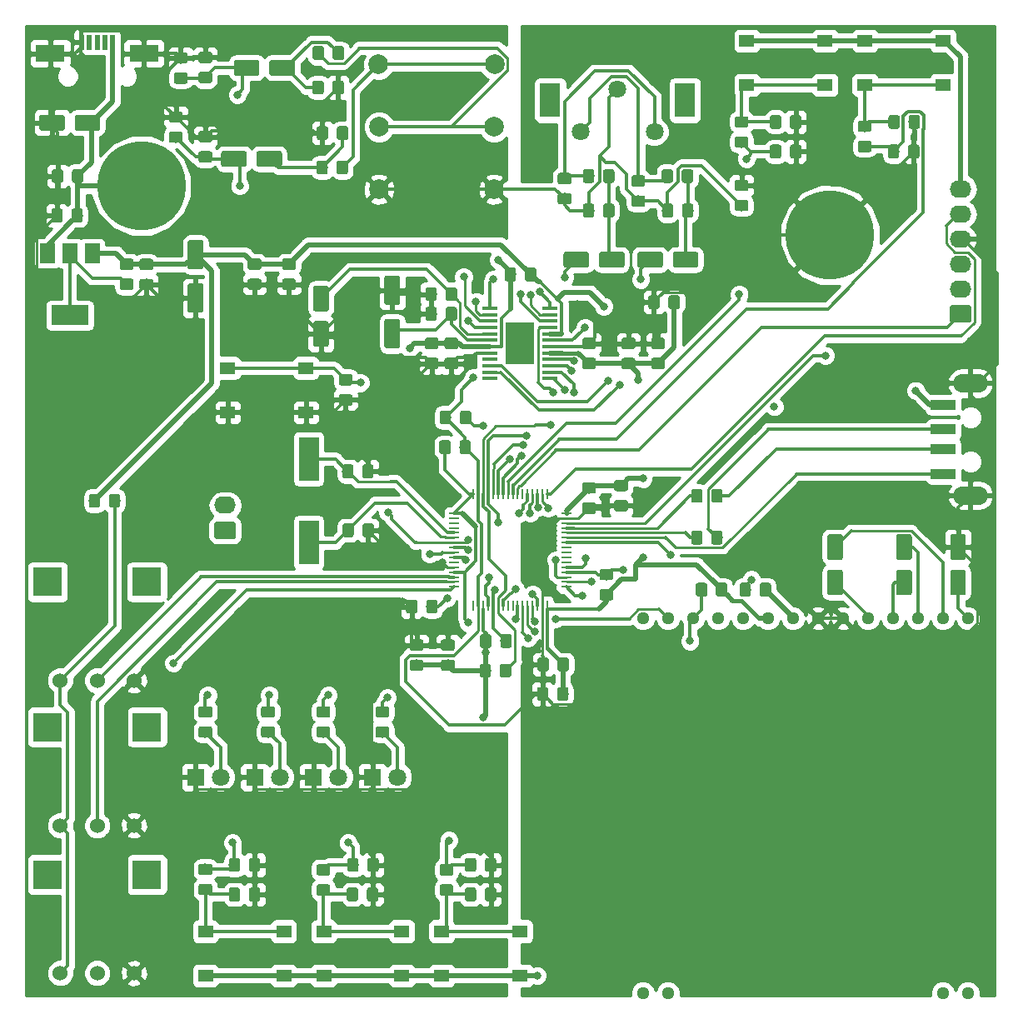
<source format=gbr>
G04 #@! TF.GenerationSoftware,KiCad,Pcbnew,(5.0.2)-1*
G04 #@! TF.CreationDate,2019-02-15T17:13:34+01:00*
G04 #@! TF.ProjectId,Lab1,4c616231-2e6b-4696-9361-645f70636258,rev?*
G04 #@! TF.SameCoordinates,Original*
G04 #@! TF.FileFunction,Copper,L1,Top*
G04 #@! TF.FilePolarity,Positive*
%FSLAX46Y46*%
G04 Gerber Fmt 4.6, Leading zero omitted, Abs format (unit mm)*
G04 Created by KiCad (PCBNEW (5.0.2)-1) date 2019-02-15 17:13:34*
%MOMM*%
%LPD*%
G01*
G04 APERTURE LIST*
G04 #@! TA.AperFunction,WasherPad*
%ADD10R,2.100000X3.500000*%
G04 #@! TD*
G04 #@! TA.AperFunction,ComponentPad*
%ADD11C,1.800000*%
G04 #@! TD*
G04 #@! TA.AperFunction,SMDPad,CuDef*
%ADD12R,3.000000X4.320000*%
G04 #@! TD*
G04 #@! TA.AperFunction,SMDPad,CuDef*
%ADD13R,1.650000X0.400000*%
G04 #@! TD*
G04 #@! TA.AperFunction,SMDPad,CuDef*
%ADD14R,0.250000X1.000000*%
G04 #@! TD*
G04 #@! TA.AperFunction,SMDPad,CuDef*
%ADD15R,1.000000X0.250000*%
G04 #@! TD*
G04 #@! TA.AperFunction,ComponentPad*
%ADD16C,1.524000*%
G04 #@! TD*
G04 #@! TA.AperFunction,WasherPad*
%ADD17R,3.000000X3.000000*%
G04 #@! TD*
G04 #@! TA.AperFunction,SMDPad,CuDef*
%ADD18R,2.500000X1.100000*%
G04 #@! TD*
G04 #@! TA.AperFunction,ComponentPad*
%ADD19O,3.500000X1.900000*%
G04 #@! TD*
G04 #@! TA.AperFunction,ComponentPad*
%ADD20C,2.000000*%
G04 #@! TD*
G04 #@! TA.AperFunction,Conductor*
%ADD21C,0.100000*%
G04 #@! TD*
G04 #@! TA.AperFunction,SMDPad,CuDef*
%ADD22C,1.150000*%
G04 #@! TD*
G04 #@! TA.AperFunction,SMDPad,CuDef*
%ADD23C,1.600000*%
G04 #@! TD*
G04 #@! TA.AperFunction,ComponentPad*
%ADD24R,1.800000X1.800000*%
G04 #@! TD*
G04 #@! TA.AperFunction,ComponentPad*
%ADD25C,9.000000*%
G04 #@! TD*
G04 #@! TA.AperFunction,SMDPad,CuDef*
%ADD26R,0.500000X1.500000*%
G04 #@! TD*
G04 #@! TA.AperFunction,SMDPad,CuDef*
%ADD27R,3.000000X1.800000*%
G04 #@! TD*
G04 #@! TA.AperFunction,ComponentPad*
%ADD28C,1.740000*%
G04 #@! TD*
G04 #@! TA.AperFunction,ComponentPad*
%ADD29O,2.200000X1.740000*%
G04 #@! TD*
G04 #@! TA.AperFunction,SMDPad,CuDef*
%ADD30R,3.800000X2.000000*%
G04 #@! TD*
G04 #@! TA.AperFunction,SMDPad,CuDef*
%ADD31R,1.500000X2.000000*%
G04 #@! TD*
G04 #@! TA.AperFunction,ComponentPad*
%ADD32C,1.280000*%
G04 #@! TD*
G04 #@! TA.AperFunction,SMDPad,CuDef*
%ADD33R,2.000000X4.500000*%
G04 #@! TD*
G04 #@! TA.AperFunction,SMDPad,CuDef*
%ADD34R,1.550000X1.300000*%
G04 #@! TD*
G04 #@! TA.AperFunction,ViaPad*
%ADD35C,0.800000*%
G04 #@! TD*
G04 #@! TA.AperFunction,Conductor*
%ADD36C,0.350000*%
G04 #@! TD*
G04 #@! TA.AperFunction,Conductor*
%ADD37C,0.250000*%
G04 #@! TD*
G04 #@! TA.AperFunction,Conductor*
%ADD38C,0.300000*%
G04 #@! TD*
G04 #@! TA.AperFunction,Conductor*
%ADD39C,0.500000*%
G04 #@! TD*
G04 #@! TA.AperFunction,Conductor*
%ADD40C,0.400000*%
G04 #@! TD*
G04 #@! TA.AperFunction,Conductor*
%ADD41C,0.254000*%
G04 #@! TD*
G04 APERTURE END LIST*
D10*
G04 #@! TO.P,J3,*
G04 #@! TO.N,*
X155050000Y-63300000D03*
X168750000Y-63300000D03*
D11*
G04 #@! TO.P,J3,1*
G04 #@! TO.N,GNDA*
X161900000Y-62150000D03*
G04 #@! TO.P,J3,2*
G04 #@! TO.N,Net-(C32-Pad2)*
X165650000Y-66500000D03*
G04 #@! TO.P,J3,3*
G04 #@! TO.N,Net-(C18-Pad1)*
X158150000Y-66500000D03*
G04 #@! TD*
D12*
G04 #@! TO.P,U3,EP*
G04 #@! TO.N,N/C*
X152000000Y-88000000D03*
D13*
G04 #@! TO.P,U3,14*
G04 #@! TO.N,/NRST*
X148950000Y-85075000D03*
G04 #@! TO.P,U3,13*
G04 #@! TO.N,GNDD*
X148950000Y-84425000D03*
G04 #@! TO.P,U3,12*
G04 #@! TO.N,/CODEC_SPI_MOSI*
X155050000Y-84425000D03*
G04 #@! TO.P,U3,11*
G04 #@! TO.N,/CODEC_CS*
X155050000Y-85075000D03*
G04 #@! TO.P,U3,10*
G04 #@! TO.N,/CODEC_SPI_SCK*
X155050000Y-85725000D03*
G04 #@! TO.P,U3,9*
G04 #@! TO.N,/CODEC_SPI_MISO*
X155050000Y-86375000D03*
G04 #@! TO.P,U3,8*
G04 #@! TO.N,+3V3*
X155050000Y-87025000D03*
G04 #@! TO.P,U3,7*
G04 #@! TO.N,/I2S_SDOUT*
X155050000Y-87675000D03*
G04 #@! TO.P,U3,6*
G04 #@! TO.N,GNDD*
X155050000Y-88325000D03*
G04 #@! TO.P,U3,5*
G04 #@! TO.N,+3V3*
X155050000Y-88975000D03*
G04 #@! TO.P,U3,4*
G04 #@! TO.N,/I2S_SCLK*
X155050000Y-89625000D03*
G04 #@! TO.P,U3,3*
G04 #@! TO.N,/I2S_MCLK*
X155050000Y-90275000D03*
G04 #@! TO.P,U3,2*
G04 #@! TO.N,/I2S_LRCK*
X155050000Y-90925000D03*
G04 #@! TO.P,U3,1*
G04 #@! TO.N,/I2S_SDIN*
X155050000Y-91575000D03*
G04 #@! TO.P,U3,15*
G04 #@! TO.N,/INL*
X148950000Y-85725000D03*
G04 #@! TO.P,U3,16*
G04 #@! TO.N,/INR*
X148950000Y-86375000D03*
G04 #@! TO.P,U3,17*
G04 #@! TO.N,Net-(C23-Pad1)*
X148950000Y-87025000D03*
G04 #@! TO.P,U3,18*
G04 #@! TO.N,Net-(C22-Pad1)*
X148950000Y-87675000D03*
G04 #@! TO.P,U3,19*
G04 #@! TO.N,+5V*
X148950000Y-88325000D03*
G04 #@! TO.P,U3,21*
G04 #@! TO.N,Net-(U3-Pad21)*
X148950000Y-89625000D03*
G04 #@! TO.P,U3,20*
G04 #@! TO.N,GNDA*
X148950000Y-88975000D03*
G04 #@! TO.P,U3,22*
G04 #@! TO.N,/OUTL*
X148950000Y-90275000D03*
G04 #@! TO.P,U3,23*
G04 #@! TO.N,/OUTR*
X148950000Y-90925000D03*
G04 #@! TO.P,U3,24*
G04 #@! TO.N,Net-(U3-Pad24)*
X148950000Y-91575000D03*
G04 #@! TD*
D14*
G04 #@! TO.P,U2,64*
G04 #@! TO.N,+3V3*
X147250000Y-103300000D03*
G04 #@! TO.P,U2,63*
G04 #@! TO.N,GNDD*
X147750000Y-103300000D03*
G04 #@! TO.P,U2,62*
G04 #@! TO.N,/CODEC_SPI_MISO*
X148250000Y-103300000D03*
G04 #@! TO.P,U2,61*
G04 #@! TO.N,/CODEC_SPI_SCK*
X148750000Y-103300000D03*
G04 #@! TO.P,U2,60*
G04 #@! TO.N,Net-(R2-Pad1)*
X149250000Y-103300000D03*
G04 #@! TO.P,U2,59*
G04 #@! TO.N,/USART_RX*
X149750000Y-103300000D03*
G04 #@! TO.P,U2,58*
G04 #@! TO.N,/USART_TX*
X150250000Y-103300000D03*
G04 #@! TO.P,U2,57*
G04 #@! TO.N,/Button4*
X150750000Y-103300000D03*
G04 #@! TO.P,U2,56*
G04 #@! TO.N,/Button5*
X151250000Y-103300000D03*
G04 #@! TO.P,U2,55*
G04 #@! TO.N,/SWO*
X151750000Y-103300000D03*
G04 #@! TO.P,U2,54*
G04 #@! TO.N,Net-(U2-Pad54)*
X152250000Y-103300000D03*
G04 #@! TO.P,U2,53*
G04 #@! TO.N,/LCD_SPI_MOSI*
X152750000Y-103300000D03*
G04 #@! TO.P,U2,52*
G04 #@! TO.N,/LCD_SPI_MISO*
X153250000Y-103300000D03*
G04 #@! TO.P,U2,51*
G04 #@! TO.N,/LCD_SPI_SCK*
X153750000Y-103300000D03*
G04 #@! TO.P,U2,50*
G04 #@! TO.N,/LCD_CS*
X154250000Y-103300000D03*
G04 #@! TO.P,U2,49*
G04 #@! TO.N,/SWCLK*
X154750000Y-103300000D03*
D15*
G04 #@! TO.P,U2,48*
G04 #@! TO.N,+3V3*
X156700000Y-105250000D03*
G04 #@! TO.P,U2,47*
G04 #@! TO.N,GNDD*
X156700000Y-105750000D03*
G04 #@! TO.P,U2,46*
G04 #@! TO.N,/SWDIO*
X156700000Y-106250000D03*
G04 #@! TO.P,U2,45*
G04 #@! TO.N,/USB_DM*
X156700000Y-106750000D03*
G04 #@! TO.P,U2,44*
G04 #@! TO.N,/USB_DP*
X156700000Y-107250000D03*
G04 #@! TO.P,U2,43*
G04 #@! TO.N,/USB_ID*
X156700000Y-107750000D03*
G04 #@! TO.P,U2,42*
G04 #@! TO.N,+5V*
X156700000Y-108250000D03*
G04 #@! TO.P,U2,41*
G04 #@! TO.N,Net-(U2-Pad41)*
X156700000Y-108750000D03*
G04 #@! TO.P,U2,40*
G04 #@! TO.N,Net-(U2-Pad40)*
X156700000Y-109250000D03*
G04 #@! TO.P,U2,39*
G04 #@! TO.N,Net-(U2-Pad39)*
X156700000Y-109750000D03*
G04 #@! TO.P,U2,38*
G04 #@! TO.N,Net-(U2-Pad38)*
X156700000Y-110250000D03*
G04 #@! TO.P,U2,37*
G04 #@! TO.N,/I2S_MCLK*
X156700000Y-110750000D03*
G04 #@! TO.P,U2,36*
G04 #@! TO.N,/I2S_SDOUT*
X156700000Y-111250000D03*
G04 #@! TO.P,U2,35*
G04 #@! TO.N,/I2S_SDIN*
X156700000Y-111750000D03*
G04 #@! TO.P,U2,34*
G04 #@! TO.N,/I2S_SCLK*
X156700000Y-112250000D03*
G04 #@! TO.P,U2,33*
G04 #@! TO.N,/I2S_LRCK*
X156700000Y-112750000D03*
D14*
G04 #@! TO.P,U2,32*
G04 #@! TO.N,+3V3*
X154750000Y-114700000D03*
G04 #@! TO.P,U2,31*
G04 #@! TO.N,GNDD*
X154250000Y-114700000D03*
G04 #@! TO.P,U2,30*
G04 #@! TO.N,Net-(C10-Pad1)*
X153750000Y-114700000D03*
G04 #@! TO.P,U2,29*
G04 #@! TO.N,/LED4*
X153250000Y-114700000D03*
G04 #@! TO.P,U2,28*
G04 #@! TO.N,/LED3*
X152750000Y-114700000D03*
G04 #@! TO.P,U2,27*
G04 #@! TO.N,/LED2*
X152250000Y-114700000D03*
G04 #@! TO.P,U2,26*
G04 #@! TO.N,/LED1*
X151750000Y-114700000D03*
G04 #@! TO.P,U2,25*
G04 #@! TO.N,Net-(U2-Pad25)*
X151250000Y-114700000D03*
G04 #@! TO.P,U2,24*
G04 #@! TO.N,Net-(U2-Pad24)*
X150750000Y-114700000D03*
G04 #@! TO.P,U2,23*
G04 #@! TO.N,/CODEC_SPI_MOSI*
X150250000Y-114700000D03*
G04 #@! TO.P,U2,22*
G04 #@! TO.N,/CODEC_SPI_MISO*
X149750000Y-114700000D03*
G04 #@! TO.P,U2,21*
G04 #@! TO.N,/CODEC_SPI_SCK*
X149250000Y-114700000D03*
G04 #@! TO.P,U2,20*
G04 #@! TO.N,/CODEC_CS*
X148750000Y-114700000D03*
G04 #@! TO.P,U2,19*
G04 #@! TO.N,+3V3*
X148250000Y-114700000D03*
G04 #@! TO.P,U2,18*
G04 #@! TO.N,GNDD*
X147750000Y-114700000D03*
G04 #@! TO.P,U2,17*
G04 #@! TO.N,Net-(U2-Pad17)*
X147250000Y-114700000D03*
D15*
G04 #@! TO.P,U2,16*
G04 #@! TO.N,/POT3*
X145300000Y-112750000D03*
G04 #@! TO.P,U2,15*
G04 #@! TO.N,/POT2*
X145300000Y-112250000D03*
G04 #@! TO.P,U2,14*
G04 #@! TO.N,/POT1*
X145300000Y-111750000D03*
G04 #@! TO.P,U2,13*
G04 #@! TO.N,+3V3*
X145300000Y-111250000D03*
G04 #@! TO.P,U2,12*
G04 #@! TO.N,GNDA*
X145300000Y-110750000D03*
G04 #@! TO.P,U2,11*
G04 #@! TO.N,Net-(U2-Pad11)*
X145300000Y-110250000D03*
G04 #@! TO.P,U2,10*
G04 #@! TO.N,/Button3*
X145300000Y-109750000D03*
G04 #@! TO.P,U2,9*
G04 #@! TO.N,/Button2*
X145300000Y-109250000D03*
G04 #@! TO.P,U2,8*
G04 #@! TO.N,/Button1*
X145300000Y-108750000D03*
G04 #@! TO.P,U2,7*
G04 #@! TO.N,/NRST*
X145300000Y-108250000D03*
G04 #@! TO.P,U2,6*
G04 #@! TO.N,Net-(C7-Pad2)*
X145300000Y-107750000D03*
G04 #@! TO.P,U2,5*
G04 #@! TO.N,Net-(C6-Pad2)*
X145300000Y-107250000D03*
G04 #@! TO.P,U2,4*
G04 #@! TO.N,Net-(U2-Pad4)*
X145300000Y-106750000D03*
G04 #@! TO.P,U2,3*
G04 #@! TO.N,Net-(U2-Pad3)*
X145300000Y-106250000D03*
G04 #@! TO.P,U2,2*
G04 #@! TO.N,Net-(U2-Pad2)*
X145300000Y-105750000D03*
G04 #@! TO.P,U2,1*
G04 #@! TO.N,+3V3*
X145300000Y-105250000D03*
G04 #@! TD*
D16*
G04 #@! TO.P,RV2,1*
G04 #@! TO.N,Net-(R17-Pad2)*
X105250000Y-137000000D03*
G04 #@! TO.P,RV2,2*
G04 #@! TO.N,/POT2*
X109000000Y-137000000D03*
G04 #@! TO.P,RV2,3*
G04 #@! TO.N,GNDA*
X112750000Y-137000000D03*
D17*
G04 #@! TO.P,RV2,*
G04 #@! TO.N,*
X103950000Y-127000000D03*
X114050000Y-127000000D03*
G04 #@! TD*
D18*
G04 #@! TO.P,J2,2*
G04 #@! TO.N,Net-(J2-Pad2)*
X195000000Y-96750000D03*
G04 #@! TO.P,J2,3*
G04 #@! TO.N,Net-(J2-Pad3)*
X195000000Y-98750000D03*
G04 #@! TO.P,J2,1*
G04 #@! TO.N,+5V*
X195000000Y-94250000D03*
G04 #@! TO.P,J2,4*
G04 #@! TO.N,/USB_ID*
X195000000Y-101250000D03*
D19*
G04 #@! TO.P,J2,6*
G04 #@! TO.N,GNDD*
X197750000Y-92050000D03*
G04 #@! TO.P,J2,5*
X197750000Y-103450000D03*
G04 #@! TD*
D20*
G04 #@! TO.P,J4,2*
G04 #@! TO.N,Net-(J4-Pad2)*
X137650000Y-66000000D03*
G04 #@! TO.P,J4,5*
X149350000Y-66000000D03*
G04 #@! TO.P,J4,3*
G04 #@! TO.N,GNDA*
X137650000Y-72350000D03*
G04 #@! TO.P,J4,6*
X149350000Y-72350000D03*
G04 #@! TO.P,J4,1*
G04 #@! TO.N,Net-(J4-Pad1)*
X137600000Y-59650000D03*
G04 #@! TO.P,J4,4*
X149400000Y-59650000D03*
G04 #@! TD*
D21*
G04 #@! TO.N,+3V3*
G04 #@! TO.C,C1*
G36*
X156730380Y-119931766D02*
X156754648Y-119935366D01*
X156778447Y-119941327D01*
X156801546Y-119949592D01*
X156823725Y-119960082D01*
X156844768Y-119972694D01*
X156864474Y-119987309D01*
X156882652Y-120003785D01*
X156899128Y-120021963D01*
X156913743Y-120041669D01*
X156926355Y-120062712D01*
X156936845Y-120084891D01*
X156945110Y-120107990D01*
X156951071Y-120131789D01*
X156954671Y-120156057D01*
X156955875Y-120180561D01*
X156955875Y-121080563D01*
X156954671Y-121105067D01*
X156951071Y-121129335D01*
X156945110Y-121153134D01*
X156936845Y-121176233D01*
X156926355Y-121198412D01*
X156913743Y-121219455D01*
X156899128Y-121239161D01*
X156882652Y-121257339D01*
X156864474Y-121273815D01*
X156844768Y-121288430D01*
X156823725Y-121301042D01*
X156801546Y-121311532D01*
X156778447Y-121319797D01*
X156754648Y-121325758D01*
X156730380Y-121329358D01*
X156705876Y-121330562D01*
X156055874Y-121330562D01*
X156031370Y-121329358D01*
X156007102Y-121325758D01*
X155983303Y-121319797D01*
X155960204Y-121311532D01*
X155938025Y-121301042D01*
X155916982Y-121288430D01*
X155897276Y-121273815D01*
X155879098Y-121257339D01*
X155862622Y-121239161D01*
X155848007Y-121219455D01*
X155835395Y-121198412D01*
X155824905Y-121176233D01*
X155816640Y-121153134D01*
X155810679Y-121129335D01*
X155807079Y-121105067D01*
X155805875Y-121080563D01*
X155805875Y-120180561D01*
X155807079Y-120156057D01*
X155810679Y-120131789D01*
X155816640Y-120107990D01*
X155824905Y-120084891D01*
X155835395Y-120062712D01*
X155848007Y-120041669D01*
X155862622Y-120021963D01*
X155879098Y-120003785D01*
X155897276Y-119987309D01*
X155916982Y-119972694D01*
X155938025Y-119960082D01*
X155960204Y-119949592D01*
X155983303Y-119941327D01*
X156007102Y-119935366D01*
X156031370Y-119931766D01*
X156055874Y-119930562D01*
X156705876Y-119930562D01*
X156730380Y-119931766D01*
X156730380Y-119931766D01*
G37*
D22*
G04 #@! TD*
G04 #@! TO.P,C1,1*
G04 #@! TO.N,+3V3*
X156380875Y-120630562D03*
D21*
G04 #@! TO.N,GNDD*
G04 #@! TO.C,C1*
G36*
X154680380Y-119931766D02*
X154704648Y-119935366D01*
X154728447Y-119941327D01*
X154751546Y-119949592D01*
X154773725Y-119960082D01*
X154794768Y-119972694D01*
X154814474Y-119987309D01*
X154832652Y-120003785D01*
X154849128Y-120021963D01*
X154863743Y-120041669D01*
X154876355Y-120062712D01*
X154886845Y-120084891D01*
X154895110Y-120107990D01*
X154901071Y-120131789D01*
X154904671Y-120156057D01*
X154905875Y-120180561D01*
X154905875Y-121080563D01*
X154904671Y-121105067D01*
X154901071Y-121129335D01*
X154895110Y-121153134D01*
X154886845Y-121176233D01*
X154876355Y-121198412D01*
X154863743Y-121219455D01*
X154849128Y-121239161D01*
X154832652Y-121257339D01*
X154814474Y-121273815D01*
X154794768Y-121288430D01*
X154773725Y-121301042D01*
X154751546Y-121311532D01*
X154728447Y-121319797D01*
X154704648Y-121325758D01*
X154680380Y-121329358D01*
X154655876Y-121330562D01*
X154005874Y-121330562D01*
X153981370Y-121329358D01*
X153957102Y-121325758D01*
X153933303Y-121319797D01*
X153910204Y-121311532D01*
X153888025Y-121301042D01*
X153866982Y-121288430D01*
X153847276Y-121273815D01*
X153829098Y-121257339D01*
X153812622Y-121239161D01*
X153798007Y-121219455D01*
X153785395Y-121198412D01*
X153774905Y-121176233D01*
X153766640Y-121153134D01*
X153760679Y-121129335D01*
X153757079Y-121105067D01*
X153755875Y-121080563D01*
X153755875Y-120180561D01*
X153757079Y-120156057D01*
X153760679Y-120131789D01*
X153766640Y-120107990D01*
X153774905Y-120084891D01*
X153785395Y-120062712D01*
X153798007Y-120041669D01*
X153812622Y-120021963D01*
X153829098Y-120003785D01*
X153847276Y-119987309D01*
X153866982Y-119972694D01*
X153888025Y-119960082D01*
X153910204Y-119949592D01*
X153933303Y-119941327D01*
X153957102Y-119935366D01*
X153981370Y-119931766D01*
X154005874Y-119930562D01*
X154655876Y-119930562D01*
X154680380Y-119931766D01*
X154680380Y-119931766D01*
G37*
D22*
G04 #@! TD*
G04 #@! TO.P,C1,2*
G04 #@! TO.N,GNDD*
X154330875Y-120630562D03*
D21*
G04 #@! TO.N,+3V3*
G04 #@! TO.C,C2*
G36*
X159474505Y-102126204D02*
X159498773Y-102129804D01*
X159522572Y-102135765D01*
X159545671Y-102144030D01*
X159567850Y-102154520D01*
X159588893Y-102167132D01*
X159608599Y-102181747D01*
X159626777Y-102198223D01*
X159643253Y-102216401D01*
X159657868Y-102236107D01*
X159670480Y-102257150D01*
X159680970Y-102279329D01*
X159689235Y-102302428D01*
X159695196Y-102326227D01*
X159698796Y-102350495D01*
X159700000Y-102374999D01*
X159700000Y-103025001D01*
X159698796Y-103049505D01*
X159695196Y-103073773D01*
X159689235Y-103097572D01*
X159680970Y-103120671D01*
X159670480Y-103142850D01*
X159657868Y-103163893D01*
X159643253Y-103183599D01*
X159626777Y-103201777D01*
X159608599Y-103218253D01*
X159588893Y-103232868D01*
X159567850Y-103245480D01*
X159545671Y-103255970D01*
X159522572Y-103264235D01*
X159498773Y-103270196D01*
X159474505Y-103273796D01*
X159450001Y-103275000D01*
X158549999Y-103275000D01*
X158525495Y-103273796D01*
X158501227Y-103270196D01*
X158477428Y-103264235D01*
X158454329Y-103255970D01*
X158432150Y-103245480D01*
X158411107Y-103232868D01*
X158391401Y-103218253D01*
X158373223Y-103201777D01*
X158356747Y-103183599D01*
X158342132Y-103163893D01*
X158329520Y-103142850D01*
X158319030Y-103120671D01*
X158310765Y-103097572D01*
X158304804Y-103073773D01*
X158301204Y-103049505D01*
X158300000Y-103025001D01*
X158300000Y-102374999D01*
X158301204Y-102350495D01*
X158304804Y-102326227D01*
X158310765Y-102302428D01*
X158319030Y-102279329D01*
X158329520Y-102257150D01*
X158342132Y-102236107D01*
X158356747Y-102216401D01*
X158373223Y-102198223D01*
X158391401Y-102181747D01*
X158411107Y-102167132D01*
X158432150Y-102154520D01*
X158454329Y-102144030D01*
X158477428Y-102135765D01*
X158501227Y-102129804D01*
X158525495Y-102126204D01*
X158549999Y-102125000D01*
X159450001Y-102125000D01*
X159474505Y-102126204D01*
X159474505Y-102126204D01*
G37*
D22*
G04 #@! TD*
G04 #@! TO.P,C2,1*
G04 #@! TO.N,+3V3*
X159000000Y-102700000D03*
D21*
G04 #@! TO.N,GNDD*
G04 #@! TO.C,C2*
G36*
X159474505Y-104176204D02*
X159498773Y-104179804D01*
X159522572Y-104185765D01*
X159545671Y-104194030D01*
X159567850Y-104204520D01*
X159588893Y-104217132D01*
X159608599Y-104231747D01*
X159626777Y-104248223D01*
X159643253Y-104266401D01*
X159657868Y-104286107D01*
X159670480Y-104307150D01*
X159680970Y-104329329D01*
X159689235Y-104352428D01*
X159695196Y-104376227D01*
X159698796Y-104400495D01*
X159700000Y-104424999D01*
X159700000Y-105075001D01*
X159698796Y-105099505D01*
X159695196Y-105123773D01*
X159689235Y-105147572D01*
X159680970Y-105170671D01*
X159670480Y-105192850D01*
X159657868Y-105213893D01*
X159643253Y-105233599D01*
X159626777Y-105251777D01*
X159608599Y-105268253D01*
X159588893Y-105282868D01*
X159567850Y-105295480D01*
X159545671Y-105305970D01*
X159522572Y-105314235D01*
X159498773Y-105320196D01*
X159474505Y-105323796D01*
X159450001Y-105325000D01*
X158549999Y-105325000D01*
X158525495Y-105323796D01*
X158501227Y-105320196D01*
X158477428Y-105314235D01*
X158454329Y-105305970D01*
X158432150Y-105295480D01*
X158411107Y-105282868D01*
X158391401Y-105268253D01*
X158373223Y-105251777D01*
X158356747Y-105233599D01*
X158342132Y-105213893D01*
X158329520Y-105192850D01*
X158319030Y-105170671D01*
X158310765Y-105147572D01*
X158304804Y-105123773D01*
X158301204Y-105099505D01*
X158300000Y-105075001D01*
X158300000Y-104424999D01*
X158301204Y-104400495D01*
X158304804Y-104376227D01*
X158310765Y-104352428D01*
X158319030Y-104329329D01*
X158329520Y-104307150D01*
X158342132Y-104286107D01*
X158356747Y-104266401D01*
X158373223Y-104248223D01*
X158391401Y-104231747D01*
X158411107Y-104217132D01*
X158432150Y-104204520D01*
X158454329Y-104194030D01*
X158477428Y-104185765D01*
X158501227Y-104179804D01*
X158525495Y-104176204D01*
X158549999Y-104175000D01*
X159450001Y-104175000D01*
X159474505Y-104176204D01*
X159474505Y-104176204D01*
G37*
D22*
G04 #@! TD*
G04 #@! TO.P,C2,2*
G04 #@! TO.N,GNDD*
X159000000Y-104750000D03*
D21*
G04 #@! TO.N,+3V3*
G04 #@! TO.C,C3*
G36*
X156680380Y-122931766D02*
X156704648Y-122935366D01*
X156728447Y-122941327D01*
X156751546Y-122949592D01*
X156773725Y-122960082D01*
X156794768Y-122972694D01*
X156814474Y-122987309D01*
X156832652Y-123003785D01*
X156849128Y-123021963D01*
X156863743Y-123041669D01*
X156876355Y-123062712D01*
X156886845Y-123084891D01*
X156895110Y-123107990D01*
X156901071Y-123131789D01*
X156904671Y-123156057D01*
X156905875Y-123180561D01*
X156905875Y-124080563D01*
X156904671Y-124105067D01*
X156901071Y-124129335D01*
X156895110Y-124153134D01*
X156886845Y-124176233D01*
X156876355Y-124198412D01*
X156863743Y-124219455D01*
X156849128Y-124239161D01*
X156832652Y-124257339D01*
X156814474Y-124273815D01*
X156794768Y-124288430D01*
X156773725Y-124301042D01*
X156751546Y-124311532D01*
X156728447Y-124319797D01*
X156704648Y-124325758D01*
X156680380Y-124329358D01*
X156655876Y-124330562D01*
X156005874Y-124330562D01*
X155981370Y-124329358D01*
X155957102Y-124325758D01*
X155933303Y-124319797D01*
X155910204Y-124311532D01*
X155888025Y-124301042D01*
X155866982Y-124288430D01*
X155847276Y-124273815D01*
X155829098Y-124257339D01*
X155812622Y-124239161D01*
X155798007Y-124219455D01*
X155785395Y-124198412D01*
X155774905Y-124176233D01*
X155766640Y-124153134D01*
X155760679Y-124129335D01*
X155757079Y-124105067D01*
X155755875Y-124080563D01*
X155755875Y-123180561D01*
X155757079Y-123156057D01*
X155760679Y-123131789D01*
X155766640Y-123107990D01*
X155774905Y-123084891D01*
X155785395Y-123062712D01*
X155798007Y-123041669D01*
X155812622Y-123021963D01*
X155829098Y-123003785D01*
X155847276Y-122987309D01*
X155866982Y-122972694D01*
X155888025Y-122960082D01*
X155910204Y-122949592D01*
X155933303Y-122941327D01*
X155957102Y-122935366D01*
X155981370Y-122931766D01*
X156005874Y-122930562D01*
X156655876Y-122930562D01*
X156680380Y-122931766D01*
X156680380Y-122931766D01*
G37*
D22*
G04 #@! TD*
G04 #@! TO.P,C3,1*
G04 #@! TO.N,+3V3*
X156330875Y-123630562D03*
D21*
G04 #@! TO.N,GNDD*
G04 #@! TO.C,C3*
G36*
X154630380Y-122931766D02*
X154654648Y-122935366D01*
X154678447Y-122941327D01*
X154701546Y-122949592D01*
X154723725Y-122960082D01*
X154744768Y-122972694D01*
X154764474Y-122987309D01*
X154782652Y-123003785D01*
X154799128Y-123021963D01*
X154813743Y-123041669D01*
X154826355Y-123062712D01*
X154836845Y-123084891D01*
X154845110Y-123107990D01*
X154851071Y-123131789D01*
X154854671Y-123156057D01*
X154855875Y-123180561D01*
X154855875Y-124080563D01*
X154854671Y-124105067D01*
X154851071Y-124129335D01*
X154845110Y-124153134D01*
X154836845Y-124176233D01*
X154826355Y-124198412D01*
X154813743Y-124219455D01*
X154799128Y-124239161D01*
X154782652Y-124257339D01*
X154764474Y-124273815D01*
X154744768Y-124288430D01*
X154723725Y-124301042D01*
X154701546Y-124311532D01*
X154678447Y-124319797D01*
X154654648Y-124325758D01*
X154630380Y-124329358D01*
X154605876Y-124330562D01*
X153955874Y-124330562D01*
X153931370Y-124329358D01*
X153907102Y-124325758D01*
X153883303Y-124319797D01*
X153860204Y-124311532D01*
X153838025Y-124301042D01*
X153816982Y-124288430D01*
X153797276Y-124273815D01*
X153779098Y-124257339D01*
X153762622Y-124239161D01*
X153748007Y-124219455D01*
X153735395Y-124198412D01*
X153724905Y-124176233D01*
X153716640Y-124153134D01*
X153710679Y-124129335D01*
X153707079Y-124105067D01*
X153705875Y-124080563D01*
X153705875Y-123180561D01*
X153707079Y-123156057D01*
X153710679Y-123131789D01*
X153716640Y-123107990D01*
X153724905Y-123084891D01*
X153735395Y-123062712D01*
X153748007Y-123041669D01*
X153762622Y-123021963D01*
X153779098Y-123003785D01*
X153797276Y-122987309D01*
X153816982Y-122972694D01*
X153838025Y-122960082D01*
X153860204Y-122949592D01*
X153883303Y-122941327D01*
X153907102Y-122935366D01*
X153931370Y-122931766D01*
X153955874Y-122930562D01*
X154605876Y-122930562D01*
X154630380Y-122931766D01*
X154630380Y-122931766D01*
G37*
D22*
G04 #@! TD*
G04 #@! TO.P,C3,2*
G04 #@! TO.N,GNDD*
X154280875Y-123630562D03*
D21*
G04 #@! TO.N,GNDD*
G04 #@! TO.C,C4*
G36*
X146749505Y-97851204D02*
X146773773Y-97854804D01*
X146797572Y-97860765D01*
X146820671Y-97869030D01*
X146842850Y-97879520D01*
X146863893Y-97892132D01*
X146883599Y-97906747D01*
X146901777Y-97923223D01*
X146918253Y-97941401D01*
X146932868Y-97961107D01*
X146945480Y-97982150D01*
X146955970Y-98004329D01*
X146964235Y-98027428D01*
X146970196Y-98051227D01*
X146973796Y-98075495D01*
X146975000Y-98099999D01*
X146975000Y-99000001D01*
X146973796Y-99024505D01*
X146970196Y-99048773D01*
X146964235Y-99072572D01*
X146955970Y-99095671D01*
X146945480Y-99117850D01*
X146932868Y-99138893D01*
X146918253Y-99158599D01*
X146901777Y-99176777D01*
X146883599Y-99193253D01*
X146863893Y-99207868D01*
X146842850Y-99220480D01*
X146820671Y-99230970D01*
X146797572Y-99239235D01*
X146773773Y-99245196D01*
X146749505Y-99248796D01*
X146725001Y-99250000D01*
X146074999Y-99250000D01*
X146050495Y-99248796D01*
X146026227Y-99245196D01*
X146002428Y-99239235D01*
X145979329Y-99230970D01*
X145957150Y-99220480D01*
X145936107Y-99207868D01*
X145916401Y-99193253D01*
X145898223Y-99176777D01*
X145881747Y-99158599D01*
X145867132Y-99138893D01*
X145854520Y-99117850D01*
X145844030Y-99095671D01*
X145835765Y-99072572D01*
X145829804Y-99048773D01*
X145826204Y-99024505D01*
X145825000Y-99000001D01*
X145825000Y-98099999D01*
X145826204Y-98075495D01*
X145829804Y-98051227D01*
X145835765Y-98027428D01*
X145844030Y-98004329D01*
X145854520Y-97982150D01*
X145867132Y-97961107D01*
X145881747Y-97941401D01*
X145898223Y-97923223D01*
X145916401Y-97906747D01*
X145936107Y-97892132D01*
X145957150Y-97879520D01*
X145979329Y-97869030D01*
X146002428Y-97860765D01*
X146026227Y-97854804D01*
X146050495Y-97851204D01*
X146074999Y-97850000D01*
X146725001Y-97850000D01*
X146749505Y-97851204D01*
X146749505Y-97851204D01*
G37*
D22*
G04 #@! TD*
G04 #@! TO.P,C4,2*
G04 #@! TO.N,GNDD*
X146400000Y-98550000D03*
D21*
G04 #@! TO.N,+3V3*
G04 #@! TO.C,C4*
G36*
X144699505Y-97851204D02*
X144723773Y-97854804D01*
X144747572Y-97860765D01*
X144770671Y-97869030D01*
X144792850Y-97879520D01*
X144813893Y-97892132D01*
X144833599Y-97906747D01*
X144851777Y-97923223D01*
X144868253Y-97941401D01*
X144882868Y-97961107D01*
X144895480Y-97982150D01*
X144905970Y-98004329D01*
X144914235Y-98027428D01*
X144920196Y-98051227D01*
X144923796Y-98075495D01*
X144925000Y-98099999D01*
X144925000Y-99000001D01*
X144923796Y-99024505D01*
X144920196Y-99048773D01*
X144914235Y-99072572D01*
X144905970Y-99095671D01*
X144895480Y-99117850D01*
X144882868Y-99138893D01*
X144868253Y-99158599D01*
X144851777Y-99176777D01*
X144833599Y-99193253D01*
X144813893Y-99207868D01*
X144792850Y-99220480D01*
X144770671Y-99230970D01*
X144747572Y-99239235D01*
X144723773Y-99245196D01*
X144699505Y-99248796D01*
X144675001Y-99250000D01*
X144024999Y-99250000D01*
X144000495Y-99248796D01*
X143976227Y-99245196D01*
X143952428Y-99239235D01*
X143929329Y-99230970D01*
X143907150Y-99220480D01*
X143886107Y-99207868D01*
X143866401Y-99193253D01*
X143848223Y-99176777D01*
X143831747Y-99158599D01*
X143817132Y-99138893D01*
X143804520Y-99117850D01*
X143794030Y-99095671D01*
X143785765Y-99072572D01*
X143779804Y-99048773D01*
X143776204Y-99024505D01*
X143775000Y-99000001D01*
X143775000Y-98099999D01*
X143776204Y-98075495D01*
X143779804Y-98051227D01*
X143785765Y-98027428D01*
X143794030Y-98004329D01*
X143804520Y-97982150D01*
X143817132Y-97961107D01*
X143831747Y-97941401D01*
X143848223Y-97923223D01*
X143866401Y-97906747D01*
X143886107Y-97892132D01*
X143907150Y-97879520D01*
X143929329Y-97869030D01*
X143952428Y-97860765D01*
X143976227Y-97854804D01*
X144000495Y-97851204D01*
X144024999Y-97850000D01*
X144675001Y-97850000D01*
X144699505Y-97851204D01*
X144699505Y-97851204D01*
G37*
D22*
G04 #@! TD*
G04 #@! TO.P,C4,1*
G04 #@! TO.N,+3V3*
X144350000Y-98550000D03*
D21*
G04 #@! TO.N,Net-(C6-Pad2)*
G04 #@! TO.C,C6*
G36*
X134824505Y-100301204D02*
X134848773Y-100304804D01*
X134872572Y-100310765D01*
X134895671Y-100319030D01*
X134917850Y-100329520D01*
X134938893Y-100342132D01*
X134958599Y-100356747D01*
X134976777Y-100373223D01*
X134993253Y-100391401D01*
X135007868Y-100411107D01*
X135020480Y-100432150D01*
X135030970Y-100454329D01*
X135039235Y-100477428D01*
X135045196Y-100501227D01*
X135048796Y-100525495D01*
X135050000Y-100549999D01*
X135050000Y-101450001D01*
X135048796Y-101474505D01*
X135045196Y-101498773D01*
X135039235Y-101522572D01*
X135030970Y-101545671D01*
X135020480Y-101567850D01*
X135007868Y-101588893D01*
X134993253Y-101608599D01*
X134976777Y-101626777D01*
X134958599Y-101643253D01*
X134938893Y-101657868D01*
X134917850Y-101670480D01*
X134895671Y-101680970D01*
X134872572Y-101689235D01*
X134848773Y-101695196D01*
X134824505Y-101698796D01*
X134800001Y-101700000D01*
X134149999Y-101700000D01*
X134125495Y-101698796D01*
X134101227Y-101695196D01*
X134077428Y-101689235D01*
X134054329Y-101680970D01*
X134032150Y-101670480D01*
X134011107Y-101657868D01*
X133991401Y-101643253D01*
X133973223Y-101626777D01*
X133956747Y-101608599D01*
X133942132Y-101588893D01*
X133929520Y-101567850D01*
X133919030Y-101545671D01*
X133910765Y-101522572D01*
X133904804Y-101498773D01*
X133901204Y-101474505D01*
X133900000Y-101450001D01*
X133900000Y-100549999D01*
X133901204Y-100525495D01*
X133904804Y-100501227D01*
X133910765Y-100477428D01*
X133919030Y-100454329D01*
X133929520Y-100432150D01*
X133942132Y-100411107D01*
X133956747Y-100391401D01*
X133973223Y-100373223D01*
X133991401Y-100356747D01*
X134011107Y-100342132D01*
X134032150Y-100329520D01*
X134054329Y-100319030D01*
X134077428Y-100310765D01*
X134101227Y-100304804D01*
X134125495Y-100301204D01*
X134149999Y-100300000D01*
X134800001Y-100300000D01*
X134824505Y-100301204D01*
X134824505Y-100301204D01*
G37*
D22*
G04 #@! TD*
G04 #@! TO.P,C6,2*
G04 #@! TO.N,Net-(C6-Pad2)*
X134475000Y-101000000D03*
D21*
G04 #@! TO.N,GNDA*
G04 #@! TO.C,C6*
G36*
X136874505Y-100301204D02*
X136898773Y-100304804D01*
X136922572Y-100310765D01*
X136945671Y-100319030D01*
X136967850Y-100329520D01*
X136988893Y-100342132D01*
X137008599Y-100356747D01*
X137026777Y-100373223D01*
X137043253Y-100391401D01*
X137057868Y-100411107D01*
X137070480Y-100432150D01*
X137080970Y-100454329D01*
X137089235Y-100477428D01*
X137095196Y-100501227D01*
X137098796Y-100525495D01*
X137100000Y-100549999D01*
X137100000Y-101450001D01*
X137098796Y-101474505D01*
X137095196Y-101498773D01*
X137089235Y-101522572D01*
X137080970Y-101545671D01*
X137070480Y-101567850D01*
X137057868Y-101588893D01*
X137043253Y-101608599D01*
X137026777Y-101626777D01*
X137008599Y-101643253D01*
X136988893Y-101657868D01*
X136967850Y-101670480D01*
X136945671Y-101680970D01*
X136922572Y-101689235D01*
X136898773Y-101695196D01*
X136874505Y-101698796D01*
X136850001Y-101700000D01*
X136199999Y-101700000D01*
X136175495Y-101698796D01*
X136151227Y-101695196D01*
X136127428Y-101689235D01*
X136104329Y-101680970D01*
X136082150Y-101670480D01*
X136061107Y-101657868D01*
X136041401Y-101643253D01*
X136023223Y-101626777D01*
X136006747Y-101608599D01*
X135992132Y-101588893D01*
X135979520Y-101567850D01*
X135969030Y-101545671D01*
X135960765Y-101522572D01*
X135954804Y-101498773D01*
X135951204Y-101474505D01*
X135950000Y-101450001D01*
X135950000Y-100549999D01*
X135951204Y-100525495D01*
X135954804Y-100501227D01*
X135960765Y-100477428D01*
X135969030Y-100454329D01*
X135979520Y-100432150D01*
X135992132Y-100411107D01*
X136006747Y-100391401D01*
X136023223Y-100373223D01*
X136041401Y-100356747D01*
X136061107Y-100342132D01*
X136082150Y-100329520D01*
X136104329Y-100319030D01*
X136127428Y-100310765D01*
X136151227Y-100304804D01*
X136175495Y-100301204D01*
X136199999Y-100300000D01*
X136850001Y-100300000D01*
X136874505Y-100301204D01*
X136874505Y-100301204D01*
G37*
D22*
G04 #@! TD*
G04 #@! TO.P,C6,1*
G04 #@! TO.N,GNDA*
X136525000Y-101000000D03*
D21*
G04 #@! TO.N,Net-(C7-Pad2)*
G04 #@! TO.C,C7*
G36*
X134849505Y-106301204D02*
X134873773Y-106304804D01*
X134897572Y-106310765D01*
X134920671Y-106319030D01*
X134942850Y-106329520D01*
X134963893Y-106342132D01*
X134983599Y-106356747D01*
X135001777Y-106373223D01*
X135018253Y-106391401D01*
X135032868Y-106411107D01*
X135045480Y-106432150D01*
X135055970Y-106454329D01*
X135064235Y-106477428D01*
X135070196Y-106501227D01*
X135073796Y-106525495D01*
X135075000Y-106549999D01*
X135075000Y-107450001D01*
X135073796Y-107474505D01*
X135070196Y-107498773D01*
X135064235Y-107522572D01*
X135055970Y-107545671D01*
X135045480Y-107567850D01*
X135032868Y-107588893D01*
X135018253Y-107608599D01*
X135001777Y-107626777D01*
X134983599Y-107643253D01*
X134963893Y-107657868D01*
X134942850Y-107670480D01*
X134920671Y-107680970D01*
X134897572Y-107689235D01*
X134873773Y-107695196D01*
X134849505Y-107698796D01*
X134825001Y-107700000D01*
X134174999Y-107700000D01*
X134150495Y-107698796D01*
X134126227Y-107695196D01*
X134102428Y-107689235D01*
X134079329Y-107680970D01*
X134057150Y-107670480D01*
X134036107Y-107657868D01*
X134016401Y-107643253D01*
X133998223Y-107626777D01*
X133981747Y-107608599D01*
X133967132Y-107588893D01*
X133954520Y-107567850D01*
X133944030Y-107545671D01*
X133935765Y-107522572D01*
X133929804Y-107498773D01*
X133926204Y-107474505D01*
X133925000Y-107450001D01*
X133925000Y-106549999D01*
X133926204Y-106525495D01*
X133929804Y-106501227D01*
X133935765Y-106477428D01*
X133944030Y-106454329D01*
X133954520Y-106432150D01*
X133967132Y-106411107D01*
X133981747Y-106391401D01*
X133998223Y-106373223D01*
X134016401Y-106356747D01*
X134036107Y-106342132D01*
X134057150Y-106329520D01*
X134079329Y-106319030D01*
X134102428Y-106310765D01*
X134126227Y-106304804D01*
X134150495Y-106301204D01*
X134174999Y-106300000D01*
X134825001Y-106300000D01*
X134849505Y-106301204D01*
X134849505Y-106301204D01*
G37*
D22*
G04 #@! TD*
G04 #@! TO.P,C7,2*
G04 #@! TO.N,Net-(C7-Pad2)*
X134500000Y-107000000D03*
D21*
G04 #@! TO.N,GNDA*
G04 #@! TO.C,C7*
G36*
X136899505Y-106301204D02*
X136923773Y-106304804D01*
X136947572Y-106310765D01*
X136970671Y-106319030D01*
X136992850Y-106329520D01*
X137013893Y-106342132D01*
X137033599Y-106356747D01*
X137051777Y-106373223D01*
X137068253Y-106391401D01*
X137082868Y-106411107D01*
X137095480Y-106432150D01*
X137105970Y-106454329D01*
X137114235Y-106477428D01*
X137120196Y-106501227D01*
X137123796Y-106525495D01*
X137125000Y-106549999D01*
X137125000Y-107450001D01*
X137123796Y-107474505D01*
X137120196Y-107498773D01*
X137114235Y-107522572D01*
X137105970Y-107545671D01*
X137095480Y-107567850D01*
X137082868Y-107588893D01*
X137068253Y-107608599D01*
X137051777Y-107626777D01*
X137033599Y-107643253D01*
X137013893Y-107657868D01*
X136992850Y-107670480D01*
X136970671Y-107680970D01*
X136947572Y-107689235D01*
X136923773Y-107695196D01*
X136899505Y-107698796D01*
X136875001Y-107700000D01*
X136224999Y-107700000D01*
X136200495Y-107698796D01*
X136176227Y-107695196D01*
X136152428Y-107689235D01*
X136129329Y-107680970D01*
X136107150Y-107670480D01*
X136086107Y-107657868D01*
X136066401Y-107643253D01*
X136048223Y-107626777D01*
X136031747Y-107608599D01*
X136017132Y-107588893D01*
X136004520Y-107567850D01*
X135994030Y-107545671D01*
X135985765Y-107522572D01*
X135979804Y-107498773D01*
X135976204Y-107474505D01*
X135975000Y-107450001D01*
X135975000Y-106549999D01*
X135976204Y-106525495D01*
X135979804Y-106501227D01*
X135985765Y-106477428D01*
X135994030Y-106454329D01*
X136004520Y-106432150D01*
X136017132Y-106411107D01*
X136031747Y-106391401D01*
X136048223Y-106373223D01*
X136066401Y-106356747D01*
X136086107Y-106342132D01*
X136107150Y-106329520D01*
X136129329Y-106319030D01*
X136152428Y-106310765D01*
X136176227Y-106304804D01*
X136200495Y-106301204D01*
X136224999Y-106300000D01*
X136875001Y-106300000D01*
X136899505Y-106301204D01*
X136899505Y-106301204D01*
G37*
D22*
G04 #@! TD*
G04 #@! TO.P,C7,1*
G04 #@! TO.N,GNDA*
X136550000Y-107000000D03*
D21*
G04 #@! TO.N,GNDA*
G04 #@! TO.C,C8*
G36*
X105270359Y-74301204D02*
X105294627Y-74304804D01*
X105318426Y-74310765D01*
X105341525Y-74319030D01*
X105363704Y-74329520D01*
X105384747Y-74342132D01*
X105404453Y-74356747D01*
X105422631Y-74373223D01*
X105439107Y-74391401D01*
X105453722Y-74411107D01*
X105466334Y-74432150D01*
X105476824Y-74454329D01*
X105485089Y-74477428D01*
X105491050Y-74501227D01*
X105494650Y-74525495D01*
X105495854Y-74549999D01*
X105495854Y-75450001D01*
X105494650Y-75474505D01*
X105491050Y-75498773D01*
X105485089Y-75522572D01*
X105476824Y-75545671D01*
X105466334Y-75567850D01*
X105453722Y-75588893D01*
X105439107Y-75608599D01*
X105422631Y-75626777D01*
X105404453Y-75643253D01*
X105384747Y-75657868D01*
X105363704Y-75670480D01*
X105341525Y-75680970D01*
X105318426Y-75689235D01*
X105294627Y-75695196D01*
X105270359Y-75698796D01*
X105245855Y-75700000D01*
X104595853Y-75700000D01*
X104571349Y-75698796D01*
X104547081Y-75695196D01*
X104523282Y-75689235D01*
X104500183Y-75680970D01*
X104478004Y-75670480D01*
X104456961Y-75657868D01*
X104437255Y-75643253D01*
X104419077Y-75626777D01*
X104402601Y-75608599D01*
X104387986Y-75588893D01*
X104375374Y-75567850D01*
X104364884Y-75545671D01*
X104356619Y-75522572D01*
X104350658Y-75498773D01*
X104347058Y-75474505D01*
X104345854Y-75450001D01*
X104345854Y-74549999D01*
X104347058Y-74525495D01*
X104350658Y-74501227D01*
X104356619Y-74477428D01*
X104364884Y-74454329D01*
X104375374Y-74432150D01*
X104387986Y-74411107D01*
X104402601Y-74391401D01*
X104419077Y-74373223D01*
X104437255Y-74356747D01*
X104456961Y-74342132D01*
X104478004Y-74329520D01*
X104500183Y-74319030D01*
X104523282Y-74310765D01*
X104547081Y-74304804D01*
X104571349Y-74301204D01*
X104595853Y-74300000D01*
X105245855Y-74300000D01*
X105270359Y-74301204D01*
X105270359Y-74301204D01*
G37*
D22*
G04 #@! TD*
G04 #@! TO.P,C8,2*
G04 #@! TO.N,GNDA*
X104920854Y-75000000D03*
D21*
G04 #@! TO.N,+5V*
G04 #@! TO.C,C8*
G36*
X107320359Y-74301204D02*
X107344627Y-74304804D01*
X107368426Y-74310765D01*
X107391525Y-74319030D01*
X107413704Y-74329520D01*
X107434747Y-74342132D01*
X107454453Y-74356747D01*
X107472631Y-74373223D01*
X107489107Y-74391401D01*
X107503722Y-74411107D01*
X107516334Y-74432150D01*
X107526824Y-74454329D01*
X107535089Y-74477428D01*
X107541050Y-74501227D01*
X107544650Y-74525495D01*
X107545854Y-74549999D01*
X107545854Y-75450001D01*
X107544650Y-75474505D01*
X107541050Y-75498773D01*
X107535089Y-75522572D01*
X107526824Y-75545671D01*
X107516334Y-75567850D01*
X107503722Y-75588893D01*
X107489107Y-75608599D01*
X107472631Y-75626777D01*
X107454453Y-75643253D01*
X107434747Y-75657868D01*
X107413704Y-75670480D01*
X107391525Y-75680970D01*
X107368426Y-75689235D01*
X107344627Y-75695196D01*
X107320359Y-75698796D01*
X107295855Y-75700000D01*
X106645853Y-75700000D01*
X106621349Y-75698796D01*
X106597081Y-75695196D01*
X106573282Y-75689235D01*
X106550183Y-75680970D01*
X106528004Y-75670480D01*
X106506961Y-75657868D01*
X106487255Y-75643253D01*
X106469077Y-75626777D01*
X106452601Y-75608599D01*
X106437986Y-75588893D01*
X106425374Y-75567850D01*
X106414884Y-75545671D01*
X106406619Y-75522572D01*
X106400658Y-75498773D01*
X106397058Y-75474505D01*
X106395854Y-75450001D01*
X106395854Y-74549999D01*
X106397058Y-74525495D01*
X106400658Y-74501227D01*
X106406619Y-74477428D01*
X106414884Y-74454329D01*
X106425374Y-74432150D01*
X106437986Y-74411107D01*
X106452601Y-74391401D01*
X106469077Y-74373223D01*
X106487255Y-74356747D01*
X106506961Y-74342132D01*
X106528004Y-74329520D01*
X106550183Y-74319030D01*
X106573282Y-74310765D01*
X106597081Y-74304804D01*
X106621349Y-74301204D01*
X106645853Y-74300000D01*
X107295855Y-74300000D01*
X107320359Y-74301204D01*
X107320359Y-74301204D01*
G37*
D22*
G04 #@! TD*
G04 #@! TO.P,C8,1*
G04 #@! TO.N,+5V*
X106970854Y-75000000D03*
D21*
G04 #@! TO.N,+5V*
G04 #@! TO.C,C9*
G36*
X107374505Y-70301204D02*
X107398773Y-70304804D01*
X107422572Y-70310765D01*
X107445671Y-70319030D01*
X107467850Y-70329520D01*
X107488893Y-70342132D01*
X107508599Y-70356747D01*
X107526777Y-70373223D01*
X107543253Y-70391401D01*
X107557868Y-70411107D01*
X107570480Y-70432150D01*
X107580970Y-70454329D01*
X107589235Y-70477428D01*
X107595196Y-70501227D01*
X107598796Y-70525495D01*
X107600000Y-70549999D01*
X107600000Y-71450001D01*
X107598796Y-71474505D01*
X107595196Y-71498773D01*
X107589235Y-71522572D01*
X107580970Y-71545671D01*
X107570480Y-71567850D01*
X107557868Y-71588893D01*
X107543253Y-71608599D01*
X107526777Y-71626777D01*
X107508599Y-71643253D01*
X107488893Y-71657868D01*
X107467850Y-71670480D01*
X107445671Y-71680970D01*
X107422572Y-71689235D01*
X107398773Y-71695196D01*
X107374505Y-71698796D01*
X107350001Y-71700000D01*
X106699999Y-71700000D01*
X106675495Y-71698796D01*
X106651227Y-71695196D01*
X106627428Y-71689235D01*
X106604329Y-71680970D01*
X106582150Y-71670480D01*
X106561107Y-71657868D01*
X106541401Y-71643253D01*
X106523223Y-71626777D01*
X106506747Y-71608599D01*
X106492132Y-71588893D01*
X106479520Y-71567850D01*
X106469030Y-71545671D01*
X106460765Y-71522572D01*
X106454804Y-71498773D01*
X106451204Y-71474505D01*
X106450000Y-71450001D01*
X106450000Y-70549999D01*
X106451204Y-70525495D01*
X106454804Y-70501227D01*
X106460765Y-70477428D01*
X106469030Y-70454329D01*
X106479520Y-70432150D01*
X106492132Y-70411107D01*
X106506747Y-70391401D01*
X106523223Y-70373223D01*
X106541401Y-70356747D01*
X106561107Y-70342132D01*
X106582150Y-70329520D01*
X106604329Y-70319030D01*
X106627428Y-70310765D01*
X106651227Y-70304804D01*
X106675495Y-70301204D01*
X106699999Y-70300000D01*
X107350001Y-70300000D01*
X107374505Y-70301204D01*
X107374505Y-70301204D01*
G37*
D22*
G04 #@! TD*
G04 #@! TO.P,C9,1*
G04 #@! TO.N,+5V*
X107025000Y-71000000D03*
D21*
G04 #@! TO.N,GNDA*
G04 #@! TO.C,C9*
G36*
X105324505Y-70301204D02*
X105348773Y-70304804D01*
X105372572Y-70310765D01*
X105395671Y-70319030D01*
X105417850Y-70329520D01*
X105438893Y-70342132D01*
X105458599Y-70356747D01*
X105476777Y-70373223D01*
X105493253Y-70391401D01*
X105507868Y-70411107D01*
X105520480Y-70432150D01*
X105530970Y-70454329D01*
X105539235Y-70477428D01*
X105545196Y-70501227D01*
X105548796Y-70525495D01*
X105550000Y-70549999D01*
X105550000Y-71450001D01*
X105548796Y-71474505D01*
X105545196Y-71498773D01*
X105539235Y-71522572D01*
X105530970Y-71545671D01*
X105520480Y-71567850D01*
X105507868Y-71588893D01*
X105493253Y-71608599D01*
X105476777Y-71626777D01*
X105458599Y-71643253D01*
X105438893Y-71657868D01*
X105417850Y-71670480D01*
X105395671Y-71680970D01*
X105372572Y-71689235D01*
X105348773Y-71695196D01*
X105324505Y-71698796D01*
X105300001Y-71700000D01*
X104649999Y-71700000D01*
X104625495Y-71698796D01*
X104601227Y-71695196D01*
X104577428Y-71689235D01*
X104554329Y-71680970D01*
X104532150Y-71670480D01*
X104511107Y-71657868D01*
X104491401Y-71643253D01*
X104473223Y-71626777D01*
X104456747Y-71608599D01*
X104442132Y-71588893D01*
X104429520Y-71567850D01*
X104419030Y-71545671D01*
X104410765Y-71522572D01*
X104404804Y-71498773D01*
X104401204Y-71474505D01*
X104400000Y-71450001D01*
X104400000Y-70549999D01*
X104401204Y-70525495D01*
X104404804Y-70501227D01*
X104410765Y-70477428D01*
X104419030Y-70454329D01*
X104429520Y-70432150D01*
X104442132Y-70411107D01*
X104456747Y-70391401D01*
X104473223Y-70373223D01*
X104491401Y-70356747D01*
X104511107Y-70342132D01*
X104532150Y-70329520D01*
X104554329Y-70319030D01*
X104577428Y-70310765D01*
X104601227Y-70304804D01*
X104625495Y-70301204D01*
X104649999Y-70300000D01*
X105300001Y-70300000D01*
X105324505Y-70301204D01*
X105324505Y-70301204D01*
G37*
D22*
G04 #@! TD*
G04 #@! TO.P,C9,2*
G04 #@! TO.N,GNDA*
X104975000Y-71000000D03*
D21*
G04 #@! TO.N,Net-(C10-Pad1)*
G04 #@! TO.C,C10*
G36*
X143374505Y-114051204D02*
X143398773Y-114054804D01*
X143422572Y-114060765D01*
X143445671Y-114069030D01*
X143467850Y-114079520D01*
X143488893Y-114092132D01*
X143508599Y-114106747D01*
X143526777Y-114123223D01*
X143543253Y-114141401D01*
X143557868Y-114161107D01*
X143570480Y-114182150D01*
X143580970Y-114204329D01*
X143589235Y-114227428D01*
X143595196Y-114251227D01*
X143598796Y-114275495D01*
X143600000Y-114299999D01*
X143600000Y-115200001D01*
X143598796Y-115224505D01*
X143595196Y-115248773D01*
X143589235Y-115272572D01*
X143580970Y-115295671D01*
X143570480Y-115317850D01*
X143557868Y-115338893D01*
X143543253Y-115358599D01*
X143526777Y-115376777D01*
X143508599Y-115393253D01*
X143488893Y-115407868D01*
X143467850Y-115420480D01*
X143445671Y-115430970D01*
X143422572Y-115439235D01*
X143398773Y-115445196D01*
X143374505Y-115448796D01*
X143350001Y-115450000D01*
X142699999Y-115450000D01*
X142675495Y-115448796D01*
X142651227Y-115445196D01*
X142627428Y-115439235D01*
X142604329Y-115430970D01*
X142582150Y-115420480D01*
X142561107Y-115407868D01*
X142541401Y-115393253D01*
X142523223Y-115376777D01*
X142506747Y-115358599D01*
X142492132Y-115338893D01*
X142479520Y-115317850D01*
X142469030Y-115295671D01*
X142460765Y-115272572D01*
X142454804Y-115248773D01*
X142451204Y-115224505D01*
X142450000Y-115200001D01*
X142450000Y-114299999D01*
X142451204Y-114275495D01*
X142454804Y-114251227D01*
X142460765Y-114227428D01*
X142469030Y-114204329D01*
X142479520Y-114182150D01*
X142492132Y-114161107D01*
X142506747Y-114141401D01*
X142523223Y-114123223D01*
X142541401Y-114106747D01*
X142561107Y-114092132D01*
X142582150Y-114079520D01*
X142604329Y-114069030D01*
X142627428Y-114060765D01*
X142651227Y-114054804D01*
X142675495Y-114051204D01*
X142699999Y-114050000D01*
X143350001Y-114050000D01*
X143374505Y-114051204D01*
X143374505Y-114051204D01*
G37*
D22*
G04 #@! TD*
G04 #@! TO.P,C10,1*
G04 #@! TO.N,Net-(C10-Pad1)*
X143025000Y-114750000D03*
D21*
G04 #@! TO.N,GNDA*
G04 #@! TO.C,C10*
G36*
X141324505Y-114051204D02*
X141348773Y-114054804D01*
X141372572Y-114060765D01*
X141395671Y-114069030D01*
X141417850Y-114079520D01*
X141438893Y-114092132D01*
X141458599Y-114106747D01*
X141476777Y-114123223D01*
X141493253Y-114141401D01*
X141507868Y-114161107D01*
X141520480Y-114182150D01*
X141530970Y-114204329D01*
X141539235Y-114227428D01*
X141545196Y-114251227D01*
X141548796Y-114275495D01*
X141550000Y-114299999D01*
X141550000Y-115200001D01*
X141548796Y-115224505D01*
X141545196Y-115248773D01*
X141539235Y-115272572D01*
X141530970Y-115295671D01*
X141520480Y-115317850D01*
X141507868Y-115338893D01*
X141493253Y-115358599D01*
X141476777Y-115376777D01*
X141458599Y-115393253D01*
X141438893Y-115407868D01*
X141417850Y-115420480D01*
X141395671Y-115430970D01*
X141372572Y-115439235D01*
X141348773Y-115445196D01*
X141324505Y-115448796D01*
X141300001Y-115450000D01*
X140649999Y-115450000D01*
X140625495Y-115448796D01*
X140601227Y-115445196D01*
X140577428Y-115439235D01*
X140554329Y-115430970D01*
X140532150Y-115420480D01*
X140511107Y-115407868D01*
X140491401Y-115393253D01*
X140473223Y-115376777D01*
X140456747Y-115358599D01*
X140442132Y-115338893D01*
X140429520Y-115317850D01*
X140419030Y-115295671D01*
X140410765Y-115272572D01*
X140404804Y-115248773D01*
X140401204Y-115224505D01*
X140400000Y-115200001D01*
X140400000Y-114299999D01*
X140401204Y-114275495D01*
X140404804Y-114251227D01*
X140410765Y-114227428D01*
X140419030Y-114204329D01*
X140429520Y-114182150D01*
X140442132Y-114161107D01*
X140456747Y-114141401D01*
X140473223Y-114123223D01*
X140491401Y-114106747D01*
X140511107Y-114092132D01*
X140532150Y-114079520D01*
X140554329Y-114069030D01*
X140577428Y-114060765D01*
X140601227Y-114054804D01*
X140625495Y-114051204D01*
X140649999Y-114050000D01*
X141300001Y-114050000D01*
X141324505Y-114051204D01*
X141324505Y-114051204D01*
G37*
D22*
G04 #@! TD*
G04 #@! TO.P,C10,2*
G04 #@! TO.N,GNDA*
X140975000Y-114750000D03*
D21*
G04 #@! TO.N,+3V3*
G04 #@! TO.C,C11*
G36*
X119574504Y-77501204D02*
X119598773Y-77504804D01*
X119622571Y-77510765D01*
X119645671Y-77519030D01*
X119667849Y-77529520D01*
X119688893Y-77542133D01*
X119708598Y-77556747D01*
X119726777Y-77573223D01*
X119743253Y-77591402D01*
X119757867Y-77611107D01*
X119770480Y-77632151D01*
X119780970Y-77654329D01*
X119789235Y-77677429D01*
X119795196Y-77701227D01*
X119798796Y-77725496D01*
X119800000Y-77750000D01*
X119800000Y-80250000D01*
X119798796Y-80274504D01*
X119795196Y-80298773D01*
X119789235Y-80322571D01*
X119780970Y-80345671D01*
X119770480Y-80367849D01*
X119757867Y-80388893D01*
X119743253Y-80408598D01*
X119726777Y-80426777D01*
X119708598Y-80443253D01*
X119688893Y-80457867D01*
X119667849Y-80470480D01*
X119645671Y-80480970D01*
X119622571Y-80489235D01*
X119598773Y-80495196D01*
X119574504Y-80498796D01*
X119550000Y-80500000D01*
X118450000Y-80500000D01*
X118425496Y-80498796D01*
X118401227Y-80495196D01*
X118377429Y-80489235D01*
X118354329Y-80480970D01*
X118332151Y-80470480D01*
X118311107Y-80457867D01*
X118291402Y-80443253D01*
X118273223Y-80426777D01*
X118256747Y-80408598D01*
X118242133Y-80388893D01*
X118229520Y-80367849D01*
X118219030Y-80345671D01*
X118210765Y-80322571D01*
X118204804Y-80298773D01*
X118201204Y-80274504D01*
X118200000Y-80250000D01*
X118200000Y-77750000D01*
X118201204Y-77725496D01*
X118204804Y-77701227D01*
X118210765Y-77677429D01*
X118219030Y-77654329D01*
X118229520Y-77632151D01*
X118242133Y-77611107D01*
X118256747Y-77591402D01*
X118273223Y-77573223D01*
X118291402Y-77556747D01*
X118311107Y-77542133D01*
X118332151Y-77529520D01*
X118354329Y-77519030D01*
X118377429Y-77510765D01*
X118401227Y-77504804D01*
X118425496Y-77501204D01*
X118450000Y-77500000D01*
X119550000Y-77500000D01*
X119574504Y-77501204D01*
X119574504Y-77501204D01*
G37*
D23*
G04 #@! TD*
G04 #@! TO.P,C11,1*
G04 #@! TO.N,+3V3*
X119000000Y-79000000D03*
D21*
G04 #@! TO.N,GNDA*
G04 #@! TO.C,C11*
G36*
X119574504Y-81901204D02*
X119598773Y-81904804D01*
X119622571Y-81910765D01*
X119645671Y-81919030D01*
X119667849Y-81929520D01*
X119688893Y-81942133D01*
X119708598Y-81956747D01*
X119726777Y-81973223D01*
X119743253Y-81991402D01*
X119757867Y-82011107D01*
X119770480Y-82032151D01*
X119780970Y-82054329D01*
X119789235Y-82077429D01*
X119795196Y-82101227D01*
X119798796Y-82125496D01*
X119800000Y-82150000D01*
X119800000Y-84650000D01*
X119798796Y-84674504D01*
X119795196Y-84698773D01*
X119789235Y-84722571D01*
X119780970Y-84745671D01*
X119770480Y-84767849D01*
X119757867Y-84788893D01*
X119743253Y-84808598D01*
X119726777Y-84826777D01*
X119708598Y-84843253D01*
X119688893Y-84857867D01*
X119667849Y-84870480D01*
X119645671Y-84880970D01*
X119622571Y-84889235D01*
X119598773Y-84895196D01*
X119574504Y-84898796D01*
X119550000Y-84900000D01*
X118450000Y-84900000D01*
X118425496Y-84898796D01*
X118401227Y-84895196D01*
X118377429Y-84889235D01*
X118354329Y-84880970D01*
X118332151Y-84870480D01*
X118311107Y-84857867D01*
X118291402Y-84843253D01*
X118273223Y-84826777D01*
X118256747Y-84808598D01*
X118242133Y-84788893D01*
X118229520Y-84767849D01*
X118219030Y-84745671D01*
X118210765Y-84722571D01*
X118204804Y-84698773D01*
X118201204Y-84674504D01*
X118200000Y-84650000D01*
X118200000Y-82150000D01*
X118201204Y-82125496D01*
X118204804Y-82101227D01*
X118210765Y-82077429D01*
X118219030Y-82054329D01*
X118229520Y-82032151D01*
X118242133Y-82011107D01*
X118256747Y-81991402D01*
X118273223Y-81973223D01*
X118291402Y-81956747D01*
X118311107Y-81942133D01*
X118332151Y-81929520D01*
X118354329Y-81919030D01*
X118377429Y-81910765D01*
X118401227Y-81904804D01*
X118425496Y-81901204D01*
X118450000Y-81900000D01*
X119550000Y-81900000D01*
X119574504Y-81901204D01*
X119574504Y-81901204D01*
G37*
D23*
G04 #@! TD*
G04 #@! TO.P,C11,2*
G04 #@! TO.N,GNDA*
X119000000Y-83400000D03*
D21*
G04 #@! TO.N,GNDA*
G04 #@! TO.C,C12*
G36*
X125474505Y-81426204D02*
X125498773Y-81429804D01*
X125522572Y-81435765D01*
X125545671Y-81444030D01*
X125567850Y-81454520D01*
X125588893Y-81467132D01*
X125608599Y-81481747D01*
X125626777Y-81498223D01*
X125643253Y-81516401D01*
X125657868Y-81536107D01*
X125670480Y-81557150D01*
X125680970Y-81579329D01*
X125689235Y-81602428D01*
X125695196Y-81626227D01*
X125698796Y-81650495D01*
X125700000Y-81674999D01*
X125700000Y-82325001D01*
X125698796Y-82349505D01*
X125695196Y-82373773D01*
X125689235Y-82397572D01*
X125680970Y-82420671D01*
X125670480Y-82442850D01*
X125657868Y-82463893D01*
X125643253Y-82483599D01*
X125626777Y-82501777D01*
X125608599Y-82518253D01*
X125588893Y-82532868D01*
X125567850Y-82545480D01*
X125545671Y-82555970D01*
X125522572Y-82564235D01*
X125498773Y-82570196D01*
X125474505Y-82573796D01*
X125450001Y-82575000D01*
X124549999Y-82575000D01*
X124525495Y-82573796D01*
X124501227Y-82570196D01*
X124477428Y-82564235D01*
X124454329Y-82555970D01*
X124432150Y-82545480D01*
X124411107Y-82532868D01*
X124391401Y-82518253D01*
X124373223Y-82501777D01*
X124356747Y-82483599D01*
X124342132Y-82463893D01*
X124329520Y-82442850D01*
X124319030Y-82420671D01*
X124310765Y-82397572D01*
X124304804Y-82373773D01*
X124301204Y-82349505D01*
X124300000Y-82325001D01*
X124300000Y-81674999D01*
X124301204Y-81650495D01*
X124304804Y-81626227D01*
X124310765Y-81602428D01*
X124319030Y-81579329D01*
X124329520Y-81557150D01*
X124342132Y-81536107D01*
X124356747Y-81516401D01*
X124373223Y-81498223D01*
X124391401Y-81481747D01*
X124411107Y-81467132D01*
X124432150Y-81454520D01*
X124454329Y-81444030D01*
X124477428Y-81435765D01*
X124501227Y-81429804D01*
X124525495Y-81426204D01*
X124549999Y-81425000D01*
X125450001Y-81425000D01*
X125474505Y-81426204D01*
X125474505Y-81426204D01*
G37*
D22*
G04 #@! TD*
G04 #@! TO.P,C12,2*
G04 #@! TO.N,GNDA*
X125000000Y-82000000D03*
D21*
G04 #@! TO.N,+3V3*
G04 #@! TO.C,C12*
G36*
X125474505Y-79376204D02*
X125498773Y-79379804D01*
X125522572Y-79385765D01*
X125545671Y-79394030D01*
X125567850Y-79404520D01*
X125588893Y-79417132D01*
X125608599Y-79431747D01*
X125626777Y-79448223D01*
X125643253Y-79466401D01*
X125657868Y-79486107D01*
X125670480Y-79507150D01*
X125680970Y-79529329D01*
X125689235Y-79552428D01*
X125695196Y-79576227D01*
X125698796Y-79600495D01*
X125700000Y-79624999D01*
X125700000Y-80275001D01*
X125698796Y-80299505D01*
X125695196Y-80323773D01*
X125689235Y-80347572D01*
X125680970Y-80370671D01*
X125670480Y-80392850D01*
X125657868Y-80413893D01*
X125643253Y-80433599D01*
X125626777Y-80451777D01*
X125608599Y-80468253D01*
X125588893Y-80482868D01*
X125567850Y-80495480D01*
X125545671Y-80505970D01*
X125522572Y-80514235D01*
X125498773Y-80520196D01*
X125474505Y-80523796D01*
X125450001Y-80525000D01*
X124549999Y-80525000D01*
X124525495Y-80523796D01*
X124501227Y-80520196D01*
X124477428Y-80514235D01*
X124454329Y-80505970D01*
X124432150Y-80495480D01*
X124411107Y-80482868D01*
X124391401Y-80468253D01*
X124373223Y-80451777D01*
X124356747Y-80433599D01*
X124342132Y-80413893D01*
X124329520Y-80392850D01*
X124319030Y-80370671D01*
X124310765Y-80347572D01*
X124304804Y-80323773D01*
X124301204Y-80299505D01*
X124300000Y-80275001D01*
X124300000Y-79624999D01*
X124301204Y-79600495D01*
X124304804Y-79576227D01*
X124310765Y-79552428D01*
X124319030Y-79529329D01*
X124329520Y-79507150D01*
X124342132Y-79486107D01*
X124356747Y-79466401D01*
X124373223Y-79448223D01*
X124391401Y-79431747D01*
X124411107Y-79417132D01*
X124432150Y-79404520D01*
X124454329Y-79394030D01*
X124477428Y-79385765D01*
X124501227Y-79379804D01*
X124525495Y-79376204D01*
X124549999Y-79375000D01*
X125450001Y-79375000D01*
X125474505Y-79376204D01*
X125474505Y-79376204D01*
G37*
D22*
G04 #@! TD*
G04 #@! TO.P,C12,1*
G04 #@! TO.N,+3V3*
X125000000Y-79950000D03*
D21*
G04 #@! TO.N,GNDA*
G04 #@! TO.C,C13*
G36*
X128974505Y-81426204D02*
X128998773Y-81429804D01*
X129022572Y-81435765D01*
X129045671Y-81444030D01*
X129067850Y-81454520D01*
X129088893Y-81467132D01*
X129108599Y-81481747D01*
X129126777Y-81498223D01*
X129143253Y-81516401D01*
X129157868Y-81536107D01*
X129170480Y-81557150D01*
X129180970Y-81579329D01*
X129189235Y-81602428D01*
X129195196Y-81626227D01*
X129198796Y-81650495D01*
X129200000Y-81674999D01*
X129200000Y-82325001D01*
X129198796Y-82349505D01*
X129195196Y-82373773D01*
X129189235Y-82397572D01*
X129180970Y-82420671D01*
X129170480Y-82442850D01*
X129157868Y-82463893D01*
X129143253Y-82483599D01*
X129126777Y-82501777D01*
X129108599Y-82518253D01*
X129088893Y-82532868D01*
X129067850Y-82545480D01*
X129045671Y-82555970D01*
X129022572Y-82564235D01*
X128998773Y-82570196D01*
X128974505Y-82573796D01*
X128950001Y-82575000D01*
X128049999Y-82575000D01*
X128025495Y-82573796D01*
X128001227Y-82570196D01*
X127977428Y-82564235D01*
X127954329Y-82555970D01*
X127932150Y-82545480D01*
X127911107Y-82532868D01*
X127891401Y-82518253D01*
X127873223Y-82501777D01*
X127856747Y-82483599D01*
X127842132Y-82463893D01*
X127829520Y-82442850D01*
X127819030Y-82420671D01*
X127810765Y-82397572D01*
X127804804Y-82373773D01*
X127801204Y-82349505D01*
X127800000Y-82325001D01*
X127800000Y-81674999D01*
X127801204Y-81650495D01*
X127804804Y-81626227D01*
X127810765Y-81602428D01*
X127819030Y-81579329D01*
X127829520Y-81557150D01*
X127842132Y-81536107D01*
X127856747Y-81516401D01*
X127873223Y-81498223D01*
X127891401Y-81481747D01*
X127911107Y-81467132D01*
X127932150Y-81454520D01*
X127954329Y-81444030D01*
X127977428Y-81435765D01*
X128001227Y-81429804D01*
X128025495Y-81426204D01*
X128049999Y-81425000D01*
X128950001Y-81425000D01*
X128974505Y-81426204D01*
X128974505Y-81426204D01*
G37*
D22*
G04 #@! TD*
G04 #@! TO.P,C13,2*
G04 #@! TO.N,GNDA*
X128500000Y-82000000D03*
D21*
G04 #@! TO.N,+3V3*
G04 #@! TO.C,C13*
G36*
X128974505Y-79376204D02*
X128998773Y-79379804D01*
X129022572Y-79385765D01*
X129045671Y-79394030D01*
X129067850Y-79404520D01*
X129088893Y-79417132D01*
X129108599Y-79431747D01*
X129126777Y-79448223D01*
X129143253Y-79466401D01*
X129157868Y-79486107D01*
X129170480Y-79507150D01*
X129180970Y-79529329D01*
X129189235Y-79552428D01*
X129195196Y-79576227D01*
X129198796Y-79600495D01*
X129200000Y-79624999D01*
X129200000Y-80275001D01*
X129198796Y-80299505D01*
X129195196Y-80323773D01*
X129189235Y-80347572D01*
X129180970Y-80370671D01*
X129170480Y-80392850D01*
X129157868Y-80413893D01*
X129143253Y-80433599D01*
X129126777Y-80451777D01*
X129108599Y-80468253D01*
X129088893Y-80482868D01*
X129067850Y-80495480D01*
X129045671Y-80505970D01*
X129022572Y-80514235D01*
X128998773Y-80520196D01*
X128974505Y-80523796D01*
X128950001Y-80525000D01*
X128049999Y-80525000D01*
X128025495Y-80523796D01*
X128001227Y-80520196D01*
X127977428Y-80514235D01*
X127954329Y-80505970D01*
X127932150Y-80495480D01*
X127911107Y-80482868D01*
X127891401Y-80468253D01*
X127873223Y-80451777D01*
X127856747Y-80433599D01*
X127842132Y-80413893D01*
X127829520Y-80392850D01*
X127819030Y-80370671D01*
X127810765Y-80347572D01*
X127804804Y-80323773D01*
X127801204Y-80299505D01*
X127800000Y-80275001D01*
X127800000Y-79624999D01*
X127801204Y-79600495D01*
X127804804Y-79576227D01*
X127810765Y-79552428D01*
X127819030Y-79529329D01*
X127829520Y-79507150D01*
X127842132Y-79486107D01*
X127856747Y-79466401D01*
X127873223Y-79448223D01*
X127891401Y-79431747D01*
X127911107Y-79417132D01*
X127932150Y-79404520D01*
X127954329Y-79394030D01*
X127977428Y-79385765D01*
X128001227Y-79379804D01*
X128025495Y-79376204D01*
X128049999Y-79375000D01*
X128950001Y-79375000D01*
X128974505Y-79376204D01*
X128974505Y-79376204D01*
G37*
D22*
G04 #@! TD*
G04 #@! TO.P,C13,1*
G04 #@! TO.N,+3V3*
X128500000Y-79950000D03*
D21*
G04 #@! TO.N,+3V3*
G04 #@! TO.C,C14*
G36*
X167989505Y-83121204D02*
X168013773Y-83124804D01*
X168037572Y-83130765D01*
X168060671Y-83139030D01*
X168082850Y-83149520D01*
X168103893Y-83162132D01*
X168123599Y-83176747D01*
X168141777Y-83193223D01*
X168158253Y-83211401D01*
X168172868Y-83231107D01*
X168185480Y-83252150D01*
X168195970Y-83274329D01*
X168204235Y-83297428D01*
X168210196Y-83321227D01*
X168213796Y-83345495D01*
X168215000Y-83369999D01*
X168215000Y-84270001D01*
X168213796Y-84294505D01*
X168210196Y-84318773D01*
X168204235Y-84342572D01*
X168195970Y-84365671D01*
X168185480Y-84387850D01*
X168172868Y-84408893D01*
X168158253Y-84428599D01*
X168141777Y-84446777D01*
X168123599Y-84463253D01*
X168103893Y-84477868D01*
X168082850Y-84490480D01*
X168060671Y-84500970D01*
X168037572Y-84509235D01*
X168013773Y-84515196D01*
X167989505Y-84518796D01*
X167965001Y-84520000D01*
X167314999Y-84520000D01*
X167290495Y-84518796D01*
X167266227Y-84515196D01*
X167242428Y-84509235D01*
X167219329Y-84500970D01*
X167197150Y-84490480D01*
X167176107Y-84477868D01*
X167156401Y-84463253D01*
X167138223Y-84446777D01*
X167121747Y-84428599D01*
X167107132Y-84408893D01*
X167094520Y-84387850D01*
X167084030Y-84365671D01*
X167075765Y-84342572D01*
X167069804Y-84318773D01*
X167066204Y-84294505D01*
X167065000Y-84270001D01*
X167065000Y-83369999D01*
X167066204Y-83345495D01*
X167069804Y-83321227D01*
X167075765Y-83297428D01*
X167084030Y-83274329D01*
X167094520Y-83252150D01*
X167107132Y-83231107D01*
X167121747Y-83211401D01*
X167138223Y-83193223D01*
X167156401Y-83176747D01*
X167176107Y-83162132D01*
X167197150Y-83149520D01*
X167219329Y-83139030D01*
X167242428Y-83130765D01*
X167266227Y-83124804D01*
X167290495Y-83121204D01*
X167314999Y-83120000D01*
X167965001Y-83120000D01*
X167989505Y-83121204D01*
X167989505Y-83121204D01*
G37*
D22*
G04 #@! TD*
G04 #@! TO.P,C14,1*
G04 #@! TO.N,+3V3*
X167640000Y-83820000D03*
D21*
G04 #@! TO.N,GNDD*
G04 #@! TO.C,C14*
G36*
X165939505Y-83121204D02*
X165963773Y-83124804D01*
X165987572Y-83130765D01*
X166010671Y-83139030D01*
X166032850Y-83149520D01*
X166053893Y-83162132D01*
X166073599Y-83176747D01*
X166091777Y-83193223D01*
X166108253Y-83211401D01*
X166122868Y-83231107D01*
X166135480Y-83252150D01*
X166145970Y-83274329D01*
X166154235Y-83297428D01*
X166160196Y-83321227D01*
X166163796Y-83345495D01*
X166165000Y-83369999D01*
X166165000Y-84270001D01*
X166163796Y-84294505D01*
X166160196Y-84318773D01*
X166154235Y-84342572D01*
X166145970Y-84365671D01*
X166135480Y-84387850D01*
X166122868Y-84408893D01*
X166108253Y-84428599D01*
X166091777Y-84446777D01*
X166073599Y-84463253D01*
X166053893Y-84477868D01*
X166032850Y-84490480D01*
X166010671Y-84500970D01*
X165987572Y-84509235D01*
X165963773Y-84515196D01*
X165939505Y-84518796D01*
X165915001Y-84520000D01*
X165264999Y-84520000D01*
X165240495Y-84518796D01*
X165216227Y-84515196D01*
X165192428Y-84509235D01*
X165169329Y-84500970D01*
X165147150Y-84490480D01*
X165126107Y-84477868D01*
X165106401Y-84463253D01*
X165088223Y-84446777D01*
X165071747Y-84428599D01*
X165057132Y-84408893D01*
X165044520Y-84387850D01*
X165034030Y-84365671D01*
X165025765Y-84342572D01*
X165019804Y-84318773D01*
X165016204Y-84294505D01*
X165015000Y-84270001D01*
X165015000Y-83369999D01*
X165016204Y-83345495D01*
X165019804Y-83321227D01*
X165025765Y-83297428D01*
X165034030Y-83274329D01*
X165044520Y-83252150D01*
X165057132Y-83231107D01*
X165071747Y-83211401D01*
X165088223Y-83193223D01*
X165106401Y-83176747D01*
X165126107Y-83162132D01*
X165147150Y-83149520D01*
X165169329Y-83139030D01*
X165192428Y-83130765D01*
X165216227Y-83124804D01*
X165240495Y-83121204D01*
X165264999Y-83120000D01*
X165915001Y-83120000D01*
X165939505Y-83121204D01*
X165939505Y-83121204D01*
G37*
D22*
G04 #@! TD*
G04 #@! TO.P,C14,2*
G04 #@! TO.N,GNDD*
X165590000Y-83820000D03*
D21*
G04 #@! TO.N,+3V3*
G04 #@! TO.C,C16*
G36*
X145119505Y-120136204D02*
X145143773Y-120139804D01*
X145167572Y-120145765D01*
X145190671Y-120154030D01*
X145212850Y-120164520D01*
X145233893Y-120177132D01*
X145253599Y-120191747D01*
X145271777Y-120208223D01*
X145288253Y-120226401D01*
X145302868Y-120246107D01*
X145315480Y-120267150D01*
X145325970Y-120289329D01*
X145334235Y-120312428D01*
X145340196Y-120336227D01*
X145343796Y-120360495D01*
X145345000Y-120384999D01*
X145345000Y-121035001D01*
X145343796Y-121059505D01*
X145340196Y-121083773D01*
X145334235Y-121107572D01*
X145325970Y-121130671D01*
X145315480Y-121152850D01*
X145302868Y-121173893D01*
X145288253Y-121193599D01*
X145271777Y-121211777D01*
X145253599Y-121228253D01*
X145233893Y-121242868D01*
X145212850Y-121255480D01*
X145190671Y-121265970D01*
X145167572Y-121274235D01*
X145143773Y-121280196D01*
X145119505Y-121283796D01*
X145095001Y-121285000D01*
X144194999Y-121285000D01*
X144170495Y-121283796D01*
X144146227Y-121280196D01*
X144122428Y-121274235D01*
X144099329Y-121265970D01*
X144077150Y-121255480D01*
X144056107Y-121242868D01*
X144036401Y-121228253D01*
X144018223Y-121211777D01*
X144001747Y-121193599D01*
X143987132Y-121173893D01*
X143974520Y-121152850D01*
X143964030Y-121130671D01*
X143955765Y-121107572D01*
X143949804Y-121083773D01*
X143946204Y-121059505D01*
X143945000Y-121035001D01*
X143945000Y-120384999D01*
X143946204Y-120360495D01*
X143949804Y-120336227D01*
X143955765Y-120312428D01*
X143964030Y-120289329D01*
X143974520Y-120267150D01*
X143987132Y-120246107D01*
X144001747Y-120226401D01*
X144018223Y-120208223D01*
X144036401Y-120191747D01*
X144056107Y-120177132D01*
X144077150Y-120164520D01*
X144099329Y-120154030D01*
X144122428Y-120145765D01*
X144146227Y-120139804D01*
X144170495Y-120136204D01*
X144194999Y-120135000D01*
X145095001Y-120135000D01*
X145119505Y-120136204D01*
X145119505Y-120136204D01*
G37*
D22*
G04 #@! TD*
G04 #@! TO.P,C16,1*
G04 #@! TO.N,+3V3*
X144645000Y-120710000D03*
D21*
G04 #@! TO.N,GNDA*
G04 #@! TO.C,C16*
G36*
X145119505Y-118086204D02*
X145143773Y-118089804D01*
X145167572Y-118095765D01*
X145190671Y-118104030D01*
X145212850Y-118114520D01*
X145233893Y-118127132D01*
X145253599Y-118141747D01*
X145271777Y-118158223D01*
X145288253Y-118176401D01*
X145302868Y-118196107D01*
X145315480Y-118217150D01*
X145325970Y-118239329D01*
X145334235Y-118262428D01*
X145340196Y-118286227D01*
X145343796Y-118310495D01*
X145345000Y-118334999D01*
X145345000Y-118985001D01*
X145343796Y-119009505D01*
X145340196Y-119033773D01*
X145334235Y-119057572D01*
X145325970Y-119080671D01*
X145315480Y-119102850D01*
X145302868Y-119123893D01*
X145288253Y-119143599D01*
X145271777Y-119161777D01*
X145253599Y-119178253D01*
X145233893Y-119192868D01*
X145212850Y-119205480D01*
X145190671Y-119215970D01*
X145167572Y-119224235D01*
X145143773Y-119230196D01*
X145119505Y-119233796D01*
X145095001Y-119235000D01*
X144194999Y-119235000D01*
X144170495Y-119233796D01*
X144146227Y-119230196D01*
X144122428Y-119224235D01*
X144099329Y-119215970D01*
X144077150Y-119205480D01*
X144056107Y-119192868D01*
X144036401Y-119178253D01*
X144018223Y-119161777D01*
X144001747Y-119143599D01*
X143987132Y-119123893D01*
X143974520Y-119102850D01*
X143964030Y-119080671D01*
X143955765Y-119057572D01*
X143949804Y-119033773D01*
X143946204Y-119009505D01*
X143945000Y-118985001D01*
X143945000Y-118334999D01*
X143946204Y-118310495D01*
X143949804Y-118286227D01*
X143955765Y-118262428D01*
X143964030Y-118239329D01*
X143974520Y-118217150D01*
X143987132Y-118196107D01*
X144001747Y-118176401D01*
X144018223Y-118158223D01*
X144036401Y-118141747D01*
X144056107Y-118127132D01*
X144077150Y-118114520D01*
X144099329Y-118104030D01*
X144122428Y-118095765D01*
X144146227Y-118089804D01*
X144170495Y-118086204D01*
X144194999Y-118085000D01*
X145095001Y-118085000D01*
X145119505Y-118086204D01*
X145119505Y-118086204D01*
G37*
D22*
G04 #@! TD*
G04 #@! TO.P,C16,2*
G04 #@! TO.N,GNDA*
X144645000Y-118660000D03*
D21*
G04 #@! TO.N,GNDD*
G04 #@! TO.C,C17*
G36*
X162724505Y-103926204D02*
X162748773Y-103929804D01*
X162772572Y-103935765D01*
X162795671Y-103944030D01*
X162817850Y-103954520D01*
X162838893Y-103967132D01*
X162858599Y-103981747D01*
X162876777Y-103998223D01*
X162893253Y-104016401D01*
X162907868Y-104036107D01*
X162920480Y-104057150D01*
X162930970Y-104079329D01*
X162939235Y-104102428D01*
X162945196Y-104126227D01*
X162948796Y-104150495D01*
X162950000Y-104174999D01*
X162950000Y-104825001D01*
X162948796Y-104849505D01*
X162945196Y-104873773D01*
X162939235Y-104897572D01*
X162930970Y-104920671D01*
X162920480Y-104942850D01*
X162907868Y-104963893D01*
X162893253Y-104983599D01*
X162876777Y-105001777D01*
X162858599Y-105018253D01*
X162838893Y-105032868D01*
X162817850Y-105045480D01*
X162795671Y-105055970D01*
X162772572Y-105064235D01*
X162748773Y-105070196D01*
X162724505Y-105073796D01*
X162700001Y-105075000D01*
X161799999Y-105075000D01*
X161775495Y-105073796D01*
X161751227Y-105070196D01*
X161727428Y-105064235D01*
X161704329Y-105055970D01*
X161682150Y-105045480D01*
X161661107Y-105032868D01*
X161641401Y-105018253D01*
X161623223Y-105001777D01*
X161606747Y-104983599D01*
X161592132Y-104963893D01*
X161579520Y-104942850D01*
X161569030Y-104920671D01*
X161560765Y-104897572D01*
X161554804Y-104873773D01*
X161551204Y-104849505D01*
X161550000Y-104825001D01*
X161550000Y-104174999D01*
X161551204Y-104150495D01*
X161554804Y-104126227D01*
X161560765Y-104102428D01*
X161569030Y-104079329D01*
X161579520Y-104057150D01*
X161592132Y-104036107D01*
X161606747Y-104016401D01*
X161623223Y-103998223D01*
X161641401Y-103981747D01*
X161661107Y-103967132D01*
X161682150Y-103954520D01*
X161704329Y-103944030D01*
X161727428Y-103935765D01*
X161751227Y-103929804D01*
X161775495Y-103926204D01*
X161799999Y-103925000D01*
X162700001Y-103925000D01*
X162724505Y-103926204D01*
X162724505Y-103926204D01*
G37*
D22*
G04 #@! TD*
G04 #@! TO.P,C17,2*
G04 #@! TO.N,GNDD*
X162250000Y-104500000D03*
D21*
G04 #@! TO.N,+3V3*
G04 #@! TO.C,C17*
G36*
X162724505Y-101876204D02*
X162748773Y-101879804D01*
X162772572Y-101885765D01*
X162795671Y-101894030D01*
X162817850Y-101904520D01*
X162838893Y-101917132D01*
X162858599Y-101931747D01*
X162876777Y-101948223D01*
X162893253Y-101966401D01*
X162907868Y-101986107D01*
X162920480Y-102007150D01*
X162930970Y-102029329D01*
X162939235Y-102052428D01*
X162945196Y-102076227D01*
X162948796Y-102100495D01*
X162950000Y-102124999D01*
X162950000Y-102775001D01*
X162948796Y-102799505D01*
X162945196Y-102823773D01*
X162939235Y-102847572D01*
X162930970Y-102870671D01*
X162920480Y-102892850D01*
X162907868Y-102913893D01*
X162893253Y-102933599D01*
X162876777Y-102951777D01*
X162858599Y-102968253D01*
X162838893Y-102982868D01*
X162817850Y-102995480D01*
X162795671Y-103005970D01*
X162772572Y-103014235D01*
X162748773Y-103020196D01*
X162724505Y-103023796D01*
X162700001Y-103025000D01*
X161799999Y-103025000D01*
X161775495Y-103023796D01*
X161751227Y-103020196D01*
X161727428Y-103014235D01*
X161704329Y-103005970D01*
X161682150Y-102995480D01*
X161661107Y-102982868D01*
X161641401Y-102968253D01*
X161623223Y-102951777D01*
X161606747Y-102933599D01*
X161592132Y-102913893D01*
X161579520Y-102892850D01*
X161569030Y-102870671D01*
X161560765Y-102847572D01*
X161554804Y-102823773D01*
X161551204Y-102799505D01*
X161550000Y-102775001D01*
X161550000Y-102124999D01*
X161551204Y-102100495D01*
X161554804Y-102076227D01*
X161560765Y-102052428D01*
X161569030Y-102029329D01*
X161579520Y-102007150D01*
X161592132Y-101986107D01*
X161606747Y-101966401D01*
X161623223Y-101948223D01*
X161641401Y-101931747D01*
X161661107Y-101917132D01*
X161682150Y-101904520D01*
X161704329Y-101894030D01*
X161727428Y-101885765D01*
X161751227Y-101879804D01*
X161775495Y-101876204D01*
X161799999Y-101875000D01*
X162700001Y-101875000D01*
X162724505Y-101876204D01*
X162724505Y-101876204D01*
G37*
D22*
G04 #@! TD*
G04 #@! TO.P,C17,1*
G04 #@! TO.N,+3V3*
X162250000Y-102450000D03*
D21*
G04 #@! TO.N,Net-(C18-Pad1)*
G04 #@! TO.C,C18*
G36*
X164474505Y-70926204D02*
X164498773Y-70929804D01*
X164522572Y-70935765D01*
X164545671Y-70944030D01*
X164567850Y-70954520D01*
X164588893Y-70967132D01*
X164608599Y-70981747D01*
X164626777Y-70998223D01*
X164643253Y-71016401D01*
X164657868Y-71036107D01*
X164670480Y-71057150D01*
X164680970Y-71079329D01*
X164689235Y-71102428D01*
X164695196Y-71126227D01*
X164698796Y-71150495D01*
X164700000Y-71174999D01*
X164700000Y-71825001D01*
X164698796Y-71849505D01*
X164695196Y-71873773D01*
X164689235Y-71897572D01*
X164680970Y-71920671D01*
X164670480Y-71942850D01*
X164657868Y-71963893D01*
X164643253Y-71983599D01*
X164626777Y-72001777D01*
X164608599Y-72018253D01*
X164588893Y-72032868D01*
X164567850Y-72045480D01*
X164545671Y-72055970D01*
X164522572Y-72064235D01*
X164498773Y-72070196D01*
X164474505Y-72073796D01*
X164450001Y-72075000D01*
X163549999Y-72075000D01*
X163525495Y-72073796D01*
X163501227Y-72070196D01*
X163477428Y-72064235D01*
X163454329Y-72055970D01*
X163432150Y-72045480D01*
X163411107Y-72032868D01*
X163391401Y-72018253D01*
X163373223Y-72001777D01*
X163356747Y-71983599D01*
X163342132Y-71963893D01*
X163329520Y-71942850D01*
X163319030Y-71920671D01*
X163310765Y-71897572D01*
X163304804Y-71873773D01*
X163301204Y-71849505D01*
X163300000Y-71825001D01*
X163300000Y-71174999D01*
X163301204Y-71150495D01*
X163304804Y-71126227D01*
X163310765Y-71102428D01*
X163319030Y-71079329D01*
X163329520Y-71057150D01*
X163342132Y-71036107D01*
X163356747Y-71016401D01*
X163373223Y-70998223D01*
X163391401Y-70981747D01*
X163411107Y-70967132D01*
X163432150Y-70954520D01*
X163454329Y-70944030D01*
X163477428Y-70935765D01*
X163501227Y-70929804D01*
X163525495Y-70926204D01*
X163549999Y-70925000D01*
X164450001Y-70925000D01*
X164474505Y-70926204D01*
X164474505Y-70926204D01*
G37*
D22*
G04 #@! TD*
G04 #@! TO.P,C18,1*
G04 #@! TO.N,Net-(C18-Pad1)*
X164000000Y-71500000D03*
D21*
G04 #@! TO.N,GNDA*
G04 #@! TO.C,C18*
G36*
X164474505Y-72976204D02*
X164498773Y-72979804D01*
X164522572Y-72985765D01*
X164545671Y-72994030D01*
X164567850Y-73004520D01*
X164588893Y-73017132D01*
X164608599Y-73031747D01*
X164626777Y-73048223D01*
X164643253Y-73066401D01*
X164657868Y-73086107D01*
X164670480Y-73107150D01*
X164680970Y-73129329D01*
X164689235Y-73152428D01*
X164695196Y-73176227D01*
X164698796Y-73200495D01*
X164700000Y-73224999D01*
X164700000Y-73875001D01*
X164698796Y-73899505D01*
X164695196Y-73923773D01*
X164689235Y-73947572D01*
X164680970Y-73970671D01*
X164670480Y-73992850D01*
X164657868Y-74013893D01*
X164643253Y-74033599D01*
X164626777Y-74051777D01*
X164608599Y-74068253D01*
X164588893Y-74082868D01*
X164567850Y-74095480D01*
X164545671Y-74105970D01*
X164522572Y-74114235D01*
X164498773Y-74120196D01*
X164474505Y-74123796D01*
X164450001Y-74125000D01*
X163549999Y-74125000D01*
X163525495Y-74123796D01*
X163501227Y-74120196D01*
X163477428Y-74114235D01*
X163454329Y-74105970D01*
X163432150Y-74095480D01*
X163411107Y-74082868D01*
X163391401Y-74068253D01*
X163373223Y-74051777D01*
X163356747Y-74033599D01*
X163342132Y-74013893D01*
X163329520Y-73992850D01*
X163319030Y-73970671D01*
X163310765Y-73947572D01*
X163304804Y-73923773D01*
X163301204Y-73899505D01*
X163300000Y-73875001D01*
X163300000Y-73224999D01*
X163301204Y-73200495D01*
X163304804Y-73176227D01*
X163310765Y-73152428D01*
X163319030Y-73129329D01*
X163329520Y-73107150D01*
X163342132Y-73086107D01*
X163356747Y-73066401D01*
X163373223Y-73048223D01*
X163391401Y-73031747D01*
X163411107Y-73017132D01*
X163432150Y-73004520D01*
X163454329Y-72994030D01*
X163477428Y-72985765D01*
X163501227Y-72979804D01*
X163525495Y-72976204D01*
X163549999Y-72975000D01*
X164450001Y-72975000D01*
X164474505Y-72976204D01*
X164474505Y-72976204D01*
G37*
D22*
G04 #@! TD*
G04 #@! TO.P,C18,2*
G04 #@! TO.N,GNDA*
X164000000Y-73550000D03*
D21*
G04 #@! TO.N,GNDA*
G04 #@! TO.C,C24*
G36*
X143299505Y-84301204D02*
X143323773Y-84304804D01*
X143347572Y-84310765D01*
X143370671Y-84319030D01*
X143392850Y-84329520D01*
X143413893Y-84342132D01*
X143433599Y-84356747D01*
X143451777Y-84373223D01*
X143468253Y-84391401D01*
X143482868Y-84411107D01*
X143495480Y-84432150D01*
X143505970Y-84454329D01*
X143514235Y-84477428D01*
X143520196Y-84501227D01*
X143523796Y-84525495D01*
X143525000Y-84549999D01*
X143525000Y-85450001D01*
X143523796Y-85474505D01*
X143520196Y-85498773D01*
X143514235Y-85522572D01*
X143505970Y-85545671D01*
X143495480Y-85567850D01*
X143482868Y-85588893D01*
X143468253Y-85608599D01*
X143451777Y-85626777D01*
X143433599Y-85643253D01*
X143413893Y-85657868D01*
X143392850Y-85670480D01*
X143370671Y-85680970D01*
X143347572Y-85689235D01*
X143323773Y-85695196D01*
X143299505Y-85698796D01*
X143275001Y-85700000D01*
X142624999Y-85700000D01*
X142600495Y-85698796D01*
X142576227Y-85695196D01*
X142552428Y-85689235D01*
X142529329Y-85680970D01*
X142507150Y-85670480D01*
X142486107Y-85657868D01*
X142466401Y-85643253D01*
X142448223Y-85626777D01*
X142431747Y-85608599D01*
X142417132Y-85588893D01*
X142404520Y-85567850D01*
X142394030Y-85545671D01*
X142385765Y-85522572D01*
X142379804Y-85498773D01*
X142376204Y-85474505D01*
X142375000Y-85450001D01*
X142375000Y-84549999D01*
X142376204Y-84525495D01*
X142379804Y-84501227D01*
X142385765Y-84477428D01*
X142394030Y-84454329D01*
X142404520Y-84432150D01*
X142417132Y-84411107D01*
X142431747Y-84391401D01*
X142448223Y-84373223D01*
X142466401Y-84356747D01*
X142486107Y-84342132D01*
X142507150Y-84329520D01*
X142529329Y-84319030D01*
X142552428Y-84310765D01*
X142576227Y-84304804D01*
X142600495Y-84301204D01*
X142624999Y-84300000D01*
X143275001Y-84300000D01*
X143299505Y-84301204D01*
X143299505Y-84301204D01*
G37*
D22*
G04 #@! TD*
G04 #@! TO.P,C24,2*
G04 #@! TO.N,GNDA*
X142950000Y-85000000D03*
D21*
G04 #@! TO.N,Net-(C22-Pad1)*
G04 #@! TO.C,C24*
G36*
X145349505Y-84301204D02*
X145373773Y-84304804D01*
X145397572Y-84310765D01*
X145420671Y-84319030D01*
X145442850Y-84329520D01*
X145463893Y-84342132D01*
X145483599Y-84356747D01*
X145501777Y-84373223D01*
X145518253Y-84391401D01*
X145532868Y-84411107D01*
X145545480Y-84432150D01*
X145555970Y-84454329D01*
X145564235Y-84477428D01*
X145570196Y-84501227D01*
X145573796Y-84525495D01*
X145575000Y-84549999D01*
X145575000Y-85450001D01*
X145573796Y-85474505D01*
X145570196Y-85498773D01*
X145564235Y-85522572D01*
X145555970Y-85545671D01*
X145545480Y-85567850D01*
X145532868Y-85588893D01*
X145518253Y-85608599D01*
X145501777Y-85626777D01*
X145483599Y-85643253D01*
X145463893Y-85657868D01*
X145442850Y-85670480D01*
X145420671Y-85680970D01*
X145397572Y-85689235D01*
X145373773Y-85695196D01*
X145349505Y-85698796D01*
X145325001Y-85700000D01*
X144674999Y-85700000D01*
X144650495Y-85698796D01*
X144626227Y-85695196D01*
X144602428Y-85689235D01*
X144579329Y-85680970D01*
X144557150Y-85670480D01*
X144536107Y-85657868D01*
X144516401Y-85643253D01*
X144498223Y-85626777D01*
X144481747Y-85608599D01*
X144467132Y-85588893D01*
X144454520Y-85567850D01*
X144444030Y-85545671D01*
X144435765Y-85522572D01*
X144429804Y-85498773D01*
X144426204Y-85474505D01*
X144425000Y-85450001D01*
X144425000Y-84549999D01*
X144426204Y-84525495D01*
X144429804Y-84501227D01*
X144435765Y-84477428D01*
X144444030Y-84454329D01*
X144454520Y-84432150D01*
X144467132Y-84411107D01*
X144481747Y-84391401D01*
X144498223Y-84373223D01*
X144516401Y-84356747D01*
X144536107Y-84342132D01*
X144557150Y-84329520D01*
X144579329Y-84319030D01*
X144602428Y-84310765D01*
X144626227Y-84304804D01*
X144650495Y-84301204D01*
X144674999Y-84300000D01*
X145325001Y-84300000D01*
X145349505Y-84301204D01*
X145349505Y-84301204D01*
G37*
D22*
G04 #@! TD*
G04 #@! TO.P,C24,1*
G04 #@! TO.N,Net-(C22-Pad1)*
X145000000Y-85000000D03*
D21*
G04 #@! TO.N,Net-(C23-Pad1)*
G04 #@! TO.C,C25*
G36*
X145349505Y-82301204D02*
X145373773Y-82304804D01*
X145397572Y-82310765D01*
X145420671Y-82319030D01*
X145442850Y-82329520D01*
X145463893Y-82342132D01*
X145483599Y-82356747D01*
X145501777Y-82373223D01*
X145518253Y-82391401D01*
X145532868Y-82411107D01*
X145545480Y-82432150D01*
X145555970Y-82454329D01*
X145564235Y-82477428D01*
X145570196Y-82501227D01*
X145573796Y-82525495D01*
X145575000Y-82549999D01*
X145575000Y-83450001D01*
X145573796Y-83474505D01*
X145570196Y-83498773D01*
X145564235Y-83522572D01*
X145555970Y-83545671D01*
X145545480Y-83567850D01*
X145532868Y-83588893D01*
X145518253Y-83608599D01*
X145501777Y-83626777D01*
X145483599Y-83643253D01*
X145463893Y-83657868D01*
X145442850Y-83670480D01*
X145420671Y-83680970D01*
X145397572Y-83689235D01*
X145373773Y-83695196D01*
X145349505Y-83698796D01*
X145325001Y-83700000D01*
X144674999Y-83700000D01*
X144650495Y-83698796D01*
X144626227Y-83695196D01*
X144602428Y-83689235D01*
X144579329Y-83680970D01*
X144557150Y-83670480D01*
X144536107Y-83657868D01*
X144516401Y-83643253D01*
X144498223Y-83626777D01*
X144481747Y-83608599D01*
X144467132Y-83588893D01*
X144454520Y-83567850D01*
X144444030Y-83545671D01*
X144435765Y-83522572D01*
X144429804Y-83498773D01*
X144426204Y-83474505D01*
X144425000Y-83450001D01*
X144425000Y-82549999D01*
X144426204Y-82525495D01*
X144429804Y-82501227D01*
X144435765Y-82477428D01*
X144444030Y-82454329D01*
X144454520Y-82432150D01*
X144467132Y-82411107D01*
X144481747Y-82391401D01*
X144498223Y-82373223D01*
X144516401Y-82356747D01*
X144536107Y-82342132D01*
X144557150Y-82329520D01*
X144579329Y-82319030D01*
X144602428Y-82310765D01*
X144626227Y-82304804D01*
X144650495Y-82301204D01*
X144674999Y-82300000D01*
X145325001Y-82300000D01*
X145349505Y-82301204D01*
X145349505Y-82301204D01*
G37*
D22*
G04 #@! TD*
G04 #@! TO.P,C25,2*
G04 #@! TO.N,Net-(C23-Pad1)*
X145000000Y-83000000D03*
D21*
G04 #@! TO.N,GNDA*
G04 #@! TO.C,C25*
G36*
X143299505Y-82301204D02*
X143323773Y-82304804D01*
X143347572Y-82310765D01*
X143370671Y-82319030D01*
X143392850Y-82329520D01*
X143413893Y-82342132D01*
X143433599Y-82356747D01*
X143451777Y-82373223D01*
X143468253Y-82391401D01*
X143482868Y-82411107D01*
X143495480Y-82432150D01*
X143505970Y-82454329D01*
X143514235Y-82477428D01*
X143520196Y-82501227D01*
X143523796Y-82525495D01*
X143525000Y-82549999D01*
X143525000Y-83450001D01*
X143523796Y-83474505D01*
X143520196Y-83498773D01*
X143514235Y-83522572D01*
X143505970Y-83545671D01*
X143495480Y-83567850D01*
X143482868Y-83588893D01*
X143468253Y-83608599D01*
X143451777Y-83626777D01*
X143433599Y-83643253D01*
X143413893Y-83657868D01*
X143392850Y-83670480D01*
X143370671Y-83680970D01*
X143347572Y-83689235D01*
X143323773Y-83695196D01*
X143299505Y-83698796D01*
X143275001Y-83700000D01*
X142624999Y-83700000D01*
X142600495Y-83698796D01*
X142576227Y-83695196D01*
X142552428Y-83689235D01*
X142529329Y-83680970D01*
X142507150Y-83670480D01*
X142486107Y-83657868D01*
X142466401Y-83643253D01*
X142448223Y-83626777D01*
X142431747Y-83608599D01*
X142417132Y-83588893D01*
X142404520Y-83567850D01*
X142394030Y-83545671D01*
X142385765Y-83522572D01*
X142379804Y-83498773D01*
X142376204Y-83474505D01*
X142375000Y-83450001D01*
X142375000Y-82549999D01*
X142376204Y-82525495D01*
X142379804Y-82501227D01*
X142385765Y-82477428D01*
X142394030Y-82454329D01*
X142404520Y-82432150D01*
X142417132Y-82411107D01*
X142431747Y-82391401D01*
X142448223Y-82373223D01*
X142466401Y-82356747D01*
X142486107Y-82342132D01*
X142507150Y-82329520D01*
X142529329Y-82319030D01*
X142552428Y-82310765D01*
X142576227Y-82304804D01*
X142600495Y-82301204D01*
X142624999Y-82300000D01*
X143275001Y-82300000D01*
X143299505Y-82301204D01*
X143299505Y-82301204D01*
G37*
D22*
G04 #@! TD*
G04 #@! TO.P,C25,1*
G04 #@! TO.N,GNDA*
X142950000Y-83000000D03*
D21*
G04 #@! TO.N,/INR*
G04 #@! TO.C,C26*
G36*
X120474505Y-68476204D02*
X120498773Y-68479804D01*
X120522572Y-68485765D01*
X120545671Y-68494030D01*
X120567850Y-68504520D01*
X120588893Y-68517132D01*
X120608599Y-68531747D01*
X120626777Y-68548223D01*
X120643253Y-68566401D01*
X120657868Y-68586107D01*
X120670480Y-68607150D01*
X120680970Y-68629329D01*
X120689235Y-68652428D01*
X120695196Y-68676227D01*
X120698796Y-68700495D01*
X120700000Y-68724999D01*
X120700000Y-69375001D01*
X120698796Y-69399505D01*
X120695196Y-69423773D01*
X120689235Y-69447572D01*
X120680970Y-69470671D01*
X120670480Y-69492850D01*
X120657868Y-69513893D01*
X120643253Y-69533599D01*
X120626777Y-69551777D01*
X120608599Y-69568253D01*
X120588893Y-69582868D01*
X120567850Y-69595480D01*
X120545671Y-69605970D01*
X120522572Y-69614235D01*
X120498773Y-69620196D01*
X120474505Y-69623796D01*
X120450001Y-69625000D01*
X119549999Y-69625000D01*
X119525495Y-69623796D01*
X119501227Y-69620196D01*
X119477428Y-69614235D01*
X119454329Y-69605970D01*
X119432150Y-69595480D01*
X119411107Y-69582868D01*
X119391401Y-69568253D01*
X119373223Y-69551777D01*
X119356747Y-69533599D01*
X119342132Y-69513893D01*
X119329520Y-69492850D01*
X119319030Y-69470671D01*
X119310765Y-69447572D01*
X119304804Y-69423773D01*
X119301204Y-69399505D01*
X119300000Y-69375001D01*
X119300000Y-68724999D01*
X119301204Y-68700495D01*
X119304804Y-68676227D01*
X119310765Y-68652428D01*
X119319030Y-68629329D01*
X119329520Y-68607150D01*
X119342132Y-68586107D01*
X119356747Y-68566401D01*
X119373223Y-68548223D01*
X119391401Y-68531747D01*
X119411107Y-68517132D01*
X119432150Y-68504520D01*
X119454329Y-68494030D01*
X119477428Y-68485765D01*
X119501227Y-68479804D01*
X119525495Y-68476204D01*
X119549999Y-68475000D01*
X120450001Y-68475000D01*
X120474505Y-68476204D01*
X120474505Y-68476204D01*
G37*
D22*
G04 #@! TD*
G04 #@! TO.P,C26,1*
G04 #@! TO.N,/INR*
X120000000Y-69050000D03*
D21*
G04 #@! TO.N,GNDA*
G04 #@! TO.C,C26*
G36*
X120474505Y-66426204D02*
X120498773Y-66429804D01*
X120522572Y-66435765D01*
X120545671Y-66444030D01*
X120567850Y-66454520D01*
X120588893Y-66467132D01*
X120608599Y-66481747D01*
X120626777Y-66498223D01*
X120643253Y-66516401D01*
X120657868Y-66536107D01*
X120670480Y-66557150D01*
X120680970Y-66579329D01*
X120689235Y-66602428D01*
X120695196Y-66626227D01*
X120698796Y-66650495D01*
X120700000Y-66674999D01*
X120700000Y-67325001D01*
X120698796Y-67349505D01*
X120695196Y-67373773D01*
X120689235Y-67397572D01*
X120680970Y-67420671D01*
X120670480Y-67442850D01*
X120657868Y-67463893D01*
X120643253Y-67483599D01*
X120626777Y-67501777D01*
X120608599Y-67518253D01*
X120588893Y-67532868D01*
X120567850Y-67545480D01*
X120545671Y-67555970D01*
X120522572Y-67564235D01*
X120498773Y-67570196D01*
X120474505Y-67573796D01*
X120450001Y-67575000D01*
X119549999Y-67575000D01*
X119525495Y-67573796D01*
X119501227Y-67570196D01*
X119477428Y-67564235D01*
X119454329Y-67555970D01*
X119432150Y-67545480D01*
X119411107Y-67532868D01*
X119391401Y-67518253D01*
X119373223Y-67501777D01*
X119356747Y-67483599D01*
X119342132Y-67463893D01*
X119329520Y-67442850D01*
X119319030Y-67420671D01*
X119310765Y-67397572D01*
X119304804Y-67373773D01*
X119301204Y-67349505D01*
X119300000Y-67325001D01*
X119300000Y-66674999D01*
X119301204Y-66650495D01*
X119304804Y-66626227D01*
X119310765Y-66602428D01*
X119319030Y-66579329D01*
X119329520Y-66557150D01*
X119342132Y-66536107D01*
X119356747Y-66516401D01*
X119373223Y-66498223D01*
X119391401Y-66481747D01*
X119411107Y-66467132D01*
X119432150Y-66454520D01*
X119454329Y-66444030D01*
X119477428Y-66435765D01*
X119501227Y-66429804D01*
X119525495Y-66426204D01*
X119549999Y-66425000D01*
X120450001Y-66425000D01*
X120474505Y-66426204D01*
X120474505Y-66426204D01*
G37*
D22*
G04 #@! TD*
G04 #@! TO.P,C26,2*
G04 #@! TO.N,GNDA*
X120000000Y-67000000D03*
D21*
G04 #@! TO.N,/INL*
G04 #@! TO.C,C27*
G36*
X120474505Y-60426204D02*
X120498773Y-60429804D01*
X120522572Y-60435765D01*
X120545671Y-60444030D01*
X120567850Y-60454520D01*
X120588893Y-60467132D01*
X120608599Y-60481747D01*
X120626777Y-60498223D01*
X120643253Y-60516401D01*
X120657868Y-60536107D01*
X120670480Y-60557150D01*
X120680970Y-60579329D01*
X120689235Y-60602428D01*
X120695196Y-60626227D01*
X120698796Y-60650495D01*
X120700000Y-60674999D01*
X120700000Y-61325001D01*
X120698796Y-61349505D01*
X120695196Y-61373773D01*
X120689235Y-61397572D01*
X120680970Y-61420671D01*
X120670480Y-61442850D01*
X120657868Y-61463893D01*
X120643253Y-61483599D01*
X120626777Y-61501777D01*
X120608599Y-61518253D01*
X120588893Y-61532868D01*
X120567850Y-61545480D01*
X120545671Y-61555970D01*
X120522572Y-61564235D01*
X120498773Y-61570196D01*
X120474505Y-61573796D01*
X120450001Y-61575000D01*
X119549999Y-61575000D01*
X119525495Y-61573796D01*
X119501227Y-61570196D01*
X119477428Y-61564235D01*
X119454329Y-61555970D01*
X119432150Y-61545480D01*
X119411107Y-61532868D01*
X119391401Y-61518253D01*
X119373223Y-61501777D01*
X119356747Y-61483599D01*
X119342132Y-61463893D01*
X119329520Y-61442850D01*
X119319030Y-61420671D01*
X119310765Y-61397572D01*
X119304804Y-61373773D01*
X119301204Y-61349505D01*
X119300000Y-61325001D01*
X119300000Y-60674999D01*
X119301204Y-60650495D01*
X119304804Y-60626227D01*
X119310765Y-60602428D01*
X119319030Y-60579329D01*
X119329520Y-60557150D01*
X119342132Y-60536107D01*
X119356747Y-60516401D01*
X119373223Y-60498223D01*
X119391401Y-60481747D01*
X119411107Y-60467132D01*
X119432150Y-60454520D01*
X119454329Y-60444030D01*
X119477428Y-60435765D01*
X119501227Y-60429804D01*
X119525495Y-60426204D01*
X119549999Y-60425000D01*
X120450001Y-60425000D01*
X120474505Y-60426204D01*
X120474505Y-60426204D01*
G37*
D22*
G04 #@! TD*
G04 #@! TO.P,C27,1*
G04 #@! TO.N,/INL*
X120000000Y-61000000D03*
D21*
G04 #@! TO.N,GNDA*
G04 #@! TO.C,C27*
G36*
X120474505Y-58376204D02*
X120498773Y-58379804D01*
X120522572Y-58385765D01*
X120545671Y-58394030D01*
X120567850Y-58404520D01*
X120588893Y-58417132D01*
X120608599Y-58431747D01*
X120626777Y-58448223D01*
X120643253Y-58466401D01*
X120657868Y-58486107D01*
X120670480Y-58507150D01*
X120680970Y-58529329D01*
X120689235Y-58552428D01*
X120695196Y-58576227D01*
X120698796Y-58600495D01*
X120700000Y-58624999D01*
X120700000Y-59275001D01*
X120698796Y-59299505D01*
X120695196Y-59323773D01*
X120689235Y-59347572D01*
X120680970Y-59370671D01*
X120670480Y-59392850D01*
X120657868Y-59413893D01*
X120643253Y-59433599D01*
X120626777Y-59451777D01*
X120608599Y-59468253D01*
X120588893Y-59482868D01*
X120567850Y-59495480D01*
X120545671Y-59505970D01*
X120522572Y-59514235D01*
X120498773Y-59520196D01*
X120474505Y-59523796D01*
X120450001Y-59525000D01*
X119549999Y-59525000D01*
X119525495Y-59523796D01*
X119501227Y-59520196D01*
X119477428Y-59514235D01*
X119454329Y-59505970D01*
X119432150Y-59495480D01*
X119411107Y-59482868D01*
X119391401Y-59468253D01*
X119373223Y-59451777D01*
X119356747Y-59433599D01*
X119342132Y-59413893D01*
X119329520Y-59392850D01*
X119319030Y-59370671D01*
X119310765Y-59347572D01*
X119304804Y-59323773D01*
X119301204Y-59299505D01*
X119300000Y-59275001D01*
X119300000Y-58624999D01*
X119301204Y-58600495D01*
X119304804Y-58576227D01*
X119310765Y-58552428D01*
X119319030Y-58529329D01*
X119329520Y-58507150D01*
X119342132Y-58486107D01*
X119356747Y-58466401D01*
X119373223Y-58448223D01*
X119391401Y-58431747D01*
X119411107Y-58417132D01*
X119432150Y-58404520D01*
X119454329Y-58394030D01*
X119477428Y-58385765D01*
X119501227Y-58379804D01*
X119525495Y-58376204D01*
X119549999Y-58375000D01*
X120450001Y-58375000D01*
X120474505Y-58376204D01*
X120474505Y-58376204D01*
G37*
D22*
G04 #@! TD*
G04 #@! TO.P,C27,2*
G04 #@! TO.N,GNDA*
X120000000Y-58950000D03*
D21*
G04 #@! TO.N,GNDA*
G04 #@! TO.C,C32*
G36*
X156974505Y-72726204D02*
X156998773Y-72729804D01*
X157022572Y-72735765D01*
X157045671Y-72744030D01*
X157067850Y-72754520D01*
X157088893Y-72767132D01*
X157108599Y-72781747D01*
X157126777Y-72798223D01*
X157143253Y-72816401D01*
X157157868Y-72836107D01*
X157170480Y-72857150D01*
X157180970Y-72879329D01*
X157189235Y-72902428D01*
X157195196Y-72926227D01*
X157198796Y-72950495D01*
X157200000Y-72974999D01*
X157200000Y-73625001D01*
X157198796Y-73649505D01*
X157195196Y-73673773D01*
X157189235Y-73697572D01*
X157180970Y-73720671D01*
X157170480Y-73742850D01*
X157157868Y-73763893D01*
X157143253Y-73783599D01*
X157126777Y-73801777D01*
X157108599Y-73818253D01*
X157088893Y-73832868D01*
X157067850Y-73845480D01*
X157045671Y-73855970D01*
X157022572Y-73864235D01*
X156998773Y-73870196D01*
X156974505Y-73873796D01*
X156950001Y-73875000D01*
X156049999Y-73875000D01*
X156025495Y-73873796D01*
X156001227Y-73870196D01*
X155977428Y-73864235D01*
X155954329Y-73855970D01*
X155932150Y-73845480D01*
X155911107Y-73832868D01*
X155891401Y-73818253D01*
X155873223Y-73801777D01*
X155856747Y-73783599D01*
X155842132Y-73763893D01*
X155829520Y-73742850D01*
X155819030Y-73720671D01*
X155810765Y-73697572D01*
X155804804Y-73673773D01*
X155801204Y-73649505D01*
X155800000Y-73625001D01*
X155800000Y-72974999D01*
X155801204Y-72950495D01*
X155804804Y-72926227D01*
X155810765Y-72902428D01*
X155819030Y-72879329D01*
X155829520Y-72857150D01*
X155842132Y-72836107D01*
X155856747Y-72816401D01*
X155873223Y-72798223D01*
X155891401Y-72781747D01*
X155911107Y-72767132D01*
X155932150Y-72754520D01*
X155954329Y-72744030D01*
X155977428Y-72735765D01*
X156001227Y-72729804D01*
X156025495Y-72726204D01*
X156049999Y-72725000D01*
X156950001Y-72725000D01*
X156974505Y-72726204D01*
X156974505Y-72726204D01*
G37*
D22*
G04 #@! TD*
G04 #@! TO.P,C32,1*
G04 #@! TO.N,GNDA*
X156500000Y-73300000D03*
D21*
G04 #@! TO.N,Net-(C32-Pad2)*
G04 #@! TO.C,C32*
G36*
X156974505Y-70676204D02*
X156998773Y-70679804D01*
X157022572Y-70685765D01*
X157045671Y-70694030D01*
X157067850Y-70704520D01*
X157088893Y-70717132D01*
X157108599Y-70731747D01*
X157126777Y-70748223D01*
X157143253Y-70766401D01*
X157157868Y-70786107D01*
X157170480Y-70807150D01*
X157180970Y-70829329D01*
X157189235Y-70852428D01*
X157195196Y-70876227D01*
X157198796Y-70900495D01*
X157200000Y-70924999D01*
X157200000Y-71575001D01*
X157198796Y-71599505D01*
X157195196Y-71623773D01*
X157189235Y-71647572D01*
X157180970Y-71670671D01*
X157170480Y-71692850D01*
X157157868Y-71713893D01*
X157143253Y-71733599D01*
X157126777Y-71751777D01*
X157108599Y-71768253D01*
X157088893Y-71782868D01*
X157067850Y-71795480D01*
X157045671Y-71805970D01*
X157022572Y-71814235D01*
X156998773Y-71820196D01*
X156974505Y-71823796D01*
X156950001Y-71825000D01*
X156049999Y-71825000D01*
X156025495Y-71823796D01*
X156001227Y-71820196D01*
X155977428Y-71814235D01*
X155954329Y-71805970D01*
X155932150Y-71795480D01*
X155911107Y-71782868D01*
X155891401Y-71768253D01*
X155873223Y-71751777D01*
X155856747Y-71733599D01*
X155842132Y-71713893D01*
X155829520Y-71692850D01*
X155819030Y-71670671D01*
X155810765Y-71647572D01*
X155804804Y-71623773D01*
X155801204Y-71599505D01*
X155800000Y-71575001D01*
X155800000Y-70924999D01*
X155801204Y-70900495D01*
X155804804Y-70876227D01*
X155810765Y-70852428D01*
X155819030Y-70829329D01*
X155829520Y-70807150D01*
X155842132Y-70786107D01*
X155856747Y-70766401D01*
X155873223Y-70748223D01*
X155891401Y-70731747D01*
X155911107Y-70717132D01*
X155932150Y-70704520D01*
X155954329Y-70694030D01*
X155977428Y-70685765D01*
X156001227Y-70679804D01*
X156025495Y-70676204D01*
X156049999Y-70675000D01*
X156950001Y-70675000D01*
X156974505Y-70676204D01*
X156974505Y-70676204D01*
G37*
D22*
G04 #@! TD*
G04 #@! TO.P,C32,2*
G04 #@! TO.N,Net-(C32-Pad2)*
X156500000Y-71250000D03*
D21*
G04 #@! TO.N,+3V3*
G04 #@! TO.C,C34*
G36*
X163474505Y-89476204D02*
X163498773Y-89479804D01*
X163522572Y-89485765D01*
X163545671Y-89494030D01*
X163567850Y-89504520D01*
X163588893Y-89517132D01*
X163608599Y-89531747D01*
X163626777Y-89548223D01*
X163643253Y-89566401D01*
X163657868Y-89586107D01*
X163670480Y-89607150D01*
X163680970Y-89629329D01*
X163689235Y-89652428D01*
X163695196Y-89676227D01*
X163698796Y-89700495D01*
X163700000Y-89724999D01*
X163700000Y-90375001D01*
X163698796Y-90399505D01*
X163695196Y-90423773D01*
X163689235Y-90447572D01*
X163680970Y-90470671D01*
X163670480Y-90492850D01*
X163657868Y-90513893D01*
X163643253Y-90533599D01*
X163626777Y-90551777D01*
X163608599Y-90568253D01*
X163588893Y-90582868D01*
X163567850Y-90595480D01*
X163545671Y-90605970D01*
X163522572Y-90614235D01*
X163498773Y-90620196D01*
X163474505Y-90623796D01*
X163450001Y-90625000D01*
X162549999Y-90625000D01*
X162525495Y-90623796D01*
X162501227Y-90620196D01*
X162477428Y-90614235D01*
X162454329Y-90605970D01*
X162432150Y-90595480D01*
X162411107Y-90582868D01*
X162391401Y-90568253D01*
X162373223Y-90551777D01*
X162356747Y-90533599D01*
X162342132Y-90513893D01*
X162329520Y-90492850D01*
X162319030Y-90470671D01*
X162310765Y-90447572D01*
X162304804Y-90423773D01*
X162301204Y-90399505D01*
X162300000Y-90375001D01*
X162300000Y-89724999D01*
X162301204Y-89700495D01*
X162304804Y-89676227D01*
X162310765Y-89652428D01*
X162319030Y-89629329D01*
X162329520Y-89607150D01*
X162342132Y-89586107D01*
X162356747Y-89566401D01*
X162373223Y-89548223D01*
X162391401Y-89531747D01*
X162411107Y-89517132D01*
X162432150Y-89504520D01*
X162454329Y-89494030D01*
X162477428Y-89485765D01*
X162501227Y-89479804D01*
X162525495Y-89476204D01*
X162549999Y-89475000D01*
X163450001Y-89475000D01*
X163474505Y-89476204D01*
X163474505Y-89476204D01*
G37*
D22*
G04 #@! TD*
G04 #@! TO.P,C34,1*
G04 #@! TO.N,+3V3*
X163000000Y-90050000D03*
D21*
G04 #@! TO.N,GNDD*
G04 #@! TO.C,C34*
G36*
X163474505Y-87426204D02*
X163498773Y-87429804D01*
X163522572Y-87435765D01*
X163545671Y-87444030D01*
X163567850Y-87454520D01*
X163588893Y-87467132D01*
X163608599Y-87481747D01*
X163626777Y-87498223D01*
X163643253Y-87516401D01*
X163657868Y-87536107D01*
X163670480Y-87557150D01*
X163680970Y-87579329D01*
X163689235Y-87602428D01*
X163695196Y-87626227D01*
X163698796Y-87650495D01*
X163700000Y-87674999D01*
X163700000Y-88325001D01*
X163698796Y-88349505D01*
X163695196Y-88373773D01*
X163689235Y-88397572D01*
X163680970Y-88420671D01*
X163670480Y-88442850D01*
X163657868Y-88463893D01*
X163643253Y-88483599D01*
X163626777Y-88501777D01*
X163608599Y-88518253D01*
X163588893Y-88532868D01*
X163567850Y-88545480D01*
X163545671Y-88555970D01*
X163522572Y-88564235D01*
X163498773Y-88570196D01*
X163474505Y-88573796D01*
X163450001Y-88575000D01*
X162549999Y-88575000D01*
X162525495Y-88573796D01*
X162501227Y-88570196D01*
X162477428Y-88564235D01*
X162454329Y-88555970D01*
X162432150Y-88545480D01*
X162411107Y-88532868D01*
X162391401Y-88518253D01*
X162373223Y-88501777D01*
X162356747Y-88483599D01*
X162342132Y-88463893D01*
X162329520Y-88442850D01*
X162319030Y-88420671D01*
X162310765Y-88397572D01*
X162304804Y-88373773D01*
X162301204Y-88349505D01*
X162300000Y-88325001D01*
X162300000Y-87674999D01*
X162301204Y-87650495D01*
X162304804Y-87626227D01*
X162310765Y-87602428D01*
X162319030Y-87579329D01*
X162329520Y-87557150D01*
X162342132Y-87536107D01*
X162356747Y-87516401D01*
X162373223Y-87498223D01*
X162391401Y-87481747D01*
X162411107Y-87467132D01*
X162432150Y-87454520D01*
X162454329Y-87444030D01*
X162477428Y-87435765D01*
X162501227Y-87429804D01*
X162525495Y-87426204D01*
X162549999Y-87425000D01*
X163450001Y-87425000D01*
X163474505Y-87426204D01*
X163474505Y-87426204D01*
G37*
D22*
G04 #@! TD*
G04 #@! TO.P,C34,2*
G04 #@! TO.N,GNDD*
X163000000Y-88000000D03*
D11*
G04 #@! TO.P,D1,2*
G04 #@! TO.N,Net-(D1-Pad2)*
X121540000Y-132080000D03*
D24*
G04 #@! TO.P,D1,1*
G04 #@! TO.N,GNDA*
X119000000Y-132080000D03*
G04 #@! TD*
G04 #@! TO.P,D2,1*
G04 #@! TO.N,GNDA*
X125000000Y-132080000D03*
D11*
G04 #@! TO.P,D2,2*
G04 #@! TO.N,Net-(D2-Pad2)*
X127540000Y-132080000D03*
G04 #@! TD*
G04 #@! TO.P,D3,2*
G04 #@! TO.N,Net-(D3-Pad2)*
X133540000Y-132080000D03*
D24*
G04 #@! TO.P,D3,1*
G04 #@! TO.N,GNDA*
X131000000Y-132080000D03*
G04 #@! TD*
G04 #@! TO.P,D4,1*
G04 #@! TO.N,GNDA*
X137000000Y-132080000D03*
D11*
G04 #@! TO.P,D4,2*
G04 #@! TO.N,Net-(D4-Pad2)*
X139540000Y-132080000D03*
G04 #@! TD*
D25*
G04 #@! TO.P,H1,1*
G04 #@! TO.N,+5V*
X113500000Y-72000000D03*
G04 #@! TD*
G04 #@! TO.P,H2,1*
G04 #@! TO.N,GNDD*
X183500000Y-77000000D03*
G04 #@! TD*
D26*
G04 #@! TO.P,J1,5*
G04 #@! TO.N,GNDA*
X107400000Y-57400000D03*
G04 #@! TO.P,J1,4*
G04 #@! TO.N,Net-(J1-Pad4)*
X108200000Y-57400000D03*
G04 #@! TO.P,J1,3*
G04 #@! TO.N,Net-(J1-Pad3)*
X109000000Y-57400000D03*
G04 #@! TO.P,J1,2*
G04 #@! TO.N,Net-(J1-Pad2)*
X109800000Y-57400000D03*
G04 #@! TO.P,J1,1*
G04 #@! TO.N,+5V*
X110600000Y-57400000D03*
D27*
G04 #@! TO.P,J1,6*
G04 #@! TO.N,GNDA*
X104250000Y-58550000D03*
X113750000Y-58550000D03*
G04 #@! TD*
D21*
G04 #@! TO.N,/SWO*
G04 #@! TO.C,J5*
G36*
X197624505Y-84131204D02*
X197648773Y-84134804D01*
X197672572Y-84140765D01*
X197695671Y-84149030D01*
X197717850Y-84159520D01*
X197738893Y-84172132D01*
X197758599Y-84186747D01*
X197776777Y-84203223D01*
X197793253Y-84221401D01*
X197807868Y-84241107D01*
X197820480Y-84262150D01*
X197830970Y-84284329D01*
X197839235Y-84307428D01*
X197845196Y-84331227D01*
X197848796Y-84355495D01*
X197850000Y-84379999D01*
X197850000Y-85620001D01*
X197848796Y-85644505D01*
X197845196Y-85668773D01*
X197839235Y-85692572D01*
X197830970Y-85715671D01*
X197820480Y-85737850D01*
X197807868Y-85758893D01*
X197793253Y-85778599D01*
X197776777Y-85796777D01*
X197758599Y-85813253D01*
X197738893Y-85827868D01*
X197717850Y-85840480D01*
X197695671Y-85850970D01*
X197672572Y-85859235D01*
X197648773Y-85865196D01*
X197624505Y-85868796D01*
X197600001Y-85870000D01*
X195899999Y-85870000D01*
X195875495Y-85868796D01*
X195851227Y-85865196D01*
X195827428Y-85859235D01*
X195804329Y-85850970D01*
X195782150Y-85840480D01*
X195761107Y-85827868D01*
X195741401Y-85813253D01*
X195723223Y-85796777D01*
X195706747Y-85778599D01*
X195692132Y-85758893D01*
X195679520Y-85737850D01*
X195669030Y-85715671D01*
X195660765Y-85692572D01*
X195654804Y-85668773D01*
X195651204Y-85644505D01*
X195650000Y-85620001D01*
X195650000Y-84379999D01*
X195651204Y-84355495D01*
X195654804Y-84331227D01*
X195660765Y-84307428D01*
X195669030Y-84284329D01*
X195679520Y-84262150D01*
X195692132Y-84241107D01*
X195706747Y-84221401D01*
X195723223Y-84203223D01*
X195741401Y-84186747D01*
X195761107Y-84172132D01*
X195782150Y-84159520D01*
X195804329Y-84149030D01*
X195827428Y-84140765D01*
X195851227Y-84134804D01*
X195875495Y-84131204D01*
X195899999Y-84130000D01*
X197600001Y-84130000D01*
X197624505Y-84131204D01*
X197624505Y-84131204D01*
G37*
D28*
G04 #@! TD*
G04 #@! TO.P,J5,1*
G04 #@! TO.N,/SWO*
X196750000Y-85000000D03*
D29*
G04 #@! TO.P,J5,2*
G04 #@! TO.N,/NRST*
X196750000Y-82460000D03*
G04 #@! TO.P,J5,3*
G04 #@! TO.N,/SWDIO*
X196750000Y-79920000D03*
G04 #@! TO.P,J5,4*
G04 #@! TO.N,GNDD*
X196750000Y-77380000D03*
G04 #@! TO.P,J5,5*
G04 #@! TO.N,/SWCLK*
X196750000Y-74840000D03*
G04 #@! TO.P,J5,6*
G04 #@! TO.N,+3V3*
X196750000Y-72300000D03*
G04 #@! TD*
D21*
G04 #@! TO.N,GNDD*
G04 #@! TO.C,R2*
G36*
X144749505Y-94851204D02*
X144773773Y-94854804D01*
X144797572Y-94860765D01*
X144820671Y-94869030D01*
X144842850Y-94879520D01*
X144863893Y-94892132D01*
X144883599Y-94906747D01*
X144901777Y-94923223D01*
X144918253Y-94941401D01*
X144932868Y-94961107D01*
X144945480Y-94982150D01*
X144955970Y-95004329D01*
X144964235Y-95027428D01*
X144970196Y-95051227D01*
X144973796Y-95075495D01*
X144975000Y-95099999D01*
X144975000Y-96000001D01*
X144973796Y-96024505D01*
X144970196Y-96048773D01*
X144964235Y-96072572D01*
X144955970Y-96095671D01*
X144945480Y-96117850D01*
X144932868Y-96138893D01*
X144918253Y-96158599D01*
X144901777Y-96176777D01*
X144883599Y-96193253D01*
X144863893Y-96207868D01*
X144842850Y-96220480D01*
X144820671Y-96230970D01*
X144797572Y-96239235D01*
X144773773Y-96245196D01*
X144749505Y-96248796D01*
X144725001Y-96250000D01*
X144074999Y-96250000D01*
X144050495Y-96248796D01*
X144026227Y-96245196D01*
X144002428Y-96239235D01*
X143979329Y-96230970D01*
X143957150Y-96220480D01*
X143936107Y-96207868D01*
X143916401Y-96193253D01*
X143898223Y-96176777D01*
X143881747Y-96158599D01*
X143867132Y-96138893D01*
X143854520Y-96117850D01*
X143844030Y-96095671D01*
X143835765Y-96072572D01*
X143829804Y-96048773D01*
X143826204Y-96024505D01*
X143825000Y-96000001D01*
X143825000Y-95099999D01*
X143826204Y-95075495D01*
X143829804Y-95051227D01*
X143835765Y-95027428D01*
X143844030Y-95004329D01*
X143854520Y-94982150D01*
X143867132Y-94961107D01*
X143881747Y-94941401D01*
X143898223Y-94923223D01*
X143916401Y-94906747D01*
X143936107Y-94892132D01*
X143957150Y-94879520D01*
X143979329Y-94869030D01*
X144002428Y-94860765D01*
X144026227Y-94854804D01*
X144050495Y-94851204D01*
X144074999Y-94850000D01*
X144725001Y-94850000D01*
X144749505Y-94851204D01*
X144749505Y-94851204D01*
G37*
D22*
G04 #@! TD*
G04 #@! TO.P,R2,2*
G04 #@! TO.N,GNDD*
X144400000Y-95550000D03*
D21*
G04 #@! TO.N,Net-(R2-Pad1)*
G04 #@! TO.C,R2*
G36*
X146799505Y-94851204D02*
X146823773Y-94854804D01*
X146847572Y-94860765D01*
X146870671Y-94869030D01*
X146892850Y-94879520D01*
X146913893Y-94892132D01*
X146933599Y-94906747D01*
X146951777Y-94923223D01*
X146968253Y-94941401D01*
X146982868Y-94961107D01*
X146995480Y-94982150D01*
X147005970Y-95004329D01*
X147014235Y-95027428D01*
X147020196Y-95051227D01*
X147023796Y-95075495D01*
X147025000Y-95099999D01*
X147025000Y-96000001D01*
X147023796Y-96024505D01*
X147020196Y-96048773D01*
X147014235Y-96072572D01*
X147005970Y-96095671D01*
X146995480Y-96117850D01*
X146982868Y-96138893D01*
X146968253Y-96158599D01*
X146951777Y-96176777D01*
X146933599Y-96193253D01*
X146913893Y-96207868D01*
X146892850Y-96220480D01*
X146870671Y-96230970D01*
X146847572Y-96239235D01*
X146823773Y-96245196D01*
X146799505Y-96248796D01*
X146775001Y-96250000D01*
X146124999Y-96250000D01*
X146100495Y-96248796D01*
X146076227Y-96245196D01*
X146052428Y-96239235D01*
X146029329Y-96230970D01*
X146007150Y-96220480D01*
X145986107Y-96207868D01*
X145966401Y-96193253D01*
X145948223Y-96176777D01*
X145931747Y-96158599D01*
X145917132Y-96138893D01*
X145904520Y-96117850D01*
X145894030Y-96095671D01*
X145885765Y-96072572D01*
X145879804Y-96048773D01*
X145876204Y-96024505D01*
X145875000Y-96000001D01*
X145875000Y-95099999D01*
X145876204Y-95075495D01*
X145879804Y-95051227D01*
X145885765Y-95027428D01*
X145894030Y-95004329D01*
X145904520Y-94982150D01*
X145917132Y-94961107D01*
X145931747Y-94941401D01*
X145948223Y-94923223D01*
X145966401Y-94906747D01*
X145986107Y-94892132D01*
X146007150Y-94879520D01*
X146029329Y-94869030D01*
X146052428Y-94860765D01*
X146076227Y-94854804D01*
X146100495Y-94851204D01*
X146124999Y-94850000D01*
X146775001Y-94850000D01*
X146799505Y-94851204D01*
X146799505Y-94851204D01*
G37*
D22*
G04 #@! TD*
G04 #@! TO.P,R2,1*
G04 #@! TO.N,Net-(R2-Pad1)*
X146450000Y-95550000D03*
D21*
G04 #@! TO.N,+3V3*
G04 #@! TO.C,R3*
G36*
X112474505Y-79376204D02*
X112498773Y-79379804D01*
X112522572Y-79385765D01*
X112545671Y-79394030D01*
X112567850Y-79404520D01*
X112588893Y-79417132D01*
X112608599Y-79431747D01*
X112626777Y-79448223D01*
X112643253Y-79466401D01*
X112657868Y-79486107D01*
X112670480Y-79507150D01*
X112680970Y-79529329D01*
X112689235Y-79552428D01*
X112695196Y-79576227D01*
X112698796Y-79600495D01*
X112700000Y-79624999D01*
X112700000Y-80275001D01*
X112698796Y-80299505D01*
X112695196Y-80323773D01*
X112689235Y-80347572D01*
X112680970Y-80370671D01*
X112670480Y-80392850D01*
X112657868Y-80413893D01*
X112643253Y-80433599D01*
X112626777Y-80451777D01*
X112608599Y-80468253D01*
X112588893Y-80482868D01*
X112567850Y-80495480D01*
X112545671Y-80505970D01*
X112522572Y-80514235D01*
X112498773Y-80520196D01*
X112474505Y-80523796D01*
X112450001Y-80525000D01*
X111549999Y-80525000D01*
X111525495Y-80523796D01*
X111501227Y-80520196D01*
X111477428Y-80514235D01*
X111454329Y-80505970D01*
X111432150Y-80495480D01*
X111411107Y-80482868D01*
X111391401Y-80468253D01*
X111373223Y-80451777D01*
X111356747Y-80433599D01*
X111342132Y-80413893D01*
X111329520Y-80392850D01*
X111319030Y-80370671D01*
X111310765Y-80347572D01*
X111304804Y-80323773D01*
X111301204Y-80299505D01*
X111300000Y-80275001D01*
X111300000Y-79624999D01*
X111301204Y-79600495D01*
X111304804Y-79576227D01*
X111310765Y-79552428D01*
X111319030Y-79529329D01*
X111329520Y-79507150D01*
X111342132Y-79486107D01*
X111356747Y-79466401D01*
X111373223Y-79448223D01*
X111391401Y-79431747D01*
X111411107Y-79417132D01*
X111432150Y-79404520D01*
X111454329Y-79394030D01*
X111477428Y-79385765D01*
X111501227Y-79379804D01*
X111525495Y-79376204D01*
X111549999Y-79375000D01*
X112450001Y-79375000D01*
X112474505Y-79376204D01*
X112474505Y-79376204D01*
G37*
D22*
G04 #@! TD*
G04 #@! TO.P,R3,1*
G04 #@! TO.N,+3V3*
X112000000Y-79950000D03*
D21*
G04 #@! TO.N,Net-(R3-Pad2)*
G04 #@! TO.C,R3*
G36*
X112474505Y-81426204D02*
X112498773Y-81429804D01*
X112522572Y-81435765D01*
X112545671Y-81444030D01*
X112567850Y-81454520D01*
X112588893Y-81467132D01*
X112608599Y-81481747D01*
X112626777Y-81498223D01*
X112643253Y-81516401D01*
X112657868Y-81536107D01*
X112670480Y-81557150D01*
X112680970Y-81579329D01*
X112689235Y-81602428D01*
X112695196Y-81626227D01*
X112698796Y-81650495D01*
X112700000Y-81674999D01*
X112700000Y-82325001D01*
X112698796Y-82349505D01*
X112695196Y-82373773D01*
X112689235Y-82397572D01*
X112680970Y-82420671D01*
X112670480Y-82442850D01*
X112657868Y-82463893D01*
X112643253Y-82483599D01*
X112626777Y-82501777D01*
X112608599Y-82518253D01*
X112588893Y-82532868D01*
X112567850Y-82545480D01*
X112545671Y-82555970D01*
X112522572Y-82564235D01*
X112498773Y-82570196D01*
X112474505Y-82573796D01*
X112450001Y-82575000D01*
X111549999Y-82575000D01*
X111525495Y-82573796D01*
X111501227Y-82570196D01*
X111477428Y-82564235D01*
X111454329Y-82555970D01*
X111432150Y-82545480D01*
X111411107Y-82532868D01*
X111391401Y-82518253D01*
X111373223Y-82501777D01*
X111356747Y-82483599D01*
X111342132Y-82463893D01*
X111329520Y-82442850D01*
X111319030Y-82420671D01*
X111310765Y-82397572D01*
X111304804Y-82373773D01*
X111301204Y-82349505D01*
X111300000Y-82325001D01*
X111300000Y-81674999D01*
X111301204Y-81650495D01*
X111304804Y-81626227D01*
X111310765Y-81602428D01*
X111319030Y-81579329D01*
X111329520Y-81557150D01*
X111342132Y-81536107D01*
X111356747Y-81516401D01*
X111373223Y-81498223D01*
X111391401Y-81481747D01*
X111411107Y-81467132D01*
X111432150Y-81454520D01*
X111454329Y-81444030D01*
X111477428Y-81435765D01*
X111501227Y-81429804D01*
X111525495Y-81426204D01*
X111549999Y-81425000D01*
X112450001Y-81425000D01*
X112474505Y-81426204D01*
X112474505Y-81426204D01*
G37*
D22*
G04 #@! TD*
G04 #@! TO.P,R3,2*
G04 #@! TO.N,Net-(R3-Pad2)*
X112000000Y-82000000D03*
D21*
G04 #@! TO.N,GNDA*
G04 #@! TO.C,R4*
G36*
X114474505Y-81451204D02*
X114498773Y-81454804D01*
X114522572Y-81460765D01*
X114545671Y-81469030D01*
X114567850Y-81479520D01*
X114588893Y-81492132D01*
X114608599Y-81506747D01*
X114626777Y-81523223D01*
X114643253Y-81541401D01*
X114657868Y-81561107D01*
X114670480Y-81582150D01*
X114680970Y-81604329D01*
X114689235Y-81627428D01*
X114695196Y-81651227D01*
X114698796Y-81675495D01*
X114700000Y-81699999D01*
X114700000Y-82350001D01*
X114698796Y-82374505D01*
X114695196Y-82398773D01*
X114689235Y-82422572D01*
X114680970Y-82445671D01*
X114670480Y-82467850D01*
X114657868Y-82488893D01*
X114643253Y-82508599D01*
X114626777Y-82526777D01*
X114608599Y-82543253D01*
X114588893Y-82557868D01*
X114567850Y-82570480D01*
X114545671Y-82580970D01*
X114522572Y-82589235D01*
X114498773Y-82595196D01*
X114474505Y-82598796D01*
X114450001Y-82600000D01*
X113549999Y-82600000D01*
X113525495Y-82598796D01*
X113501227Y-82595196D01*
X113477428Y-82589235D01*
X113454329Y-82580970D01*
X113432150Y-82570480D01*
X113411107Y-82557868D01*
X113391401Y-82543253D01*
X113373223Y-82526777D01*
X113356747Y-82508599D01*
X113342132Y-82488893D01*
X113329520Y-82467850D01*
X113319030Y-82445671D01*
X113310765Y-82422572D01*
X113304804Y-82398773D01*
X113301204Y-82374505D01*
X113300000Y-82350001D01*
X113300000Y-81699999D01*
X113301204Y-81675495D01*
X113304804Y-81651227D01*
X113310765Y-81627428D01*
X113319030Y-81604329D01*
X113329520Y-81582150D01*
X113342132Y-81561107D01*
X113356747Y-81541401D01*
X113373223Y-81523223D01*
X113391401Y-81506747D01*
X113411107Y-81492132D01*
X113432150Y-81479520D01*
X113454329Y-81469030D01*
X113477428Y-81460765D01*
X113501227Y-81454804D01*
X113525495Y-81451204D01*
X113549999Y-81450000D01*
X114450001Y-81450000D01*
X114474505Y-81451204D01*
X114474505Y-81451204D01*
G37*
D22*
G04 #@! TD*
G04 #@! TO.P,R4,2*
G04 #@! TO.N,GNDA*
X114000000Y-82025000D03*
D21*
G04 #@! TO.N,+3V3*
G04 #@! TO.C,R4*
G36*
X114474505Y-79401204D02*
X114498773Y-79404804D01*
X114522572Y-79410765D01*
X114545671Y-79419030D01*
X114567850Y-79429520D01*
X114588893Y-79442132D01*
X114608599Y-79456747D01*
X114626777Y-79473223D01*
X114643253Y-79491401D01*
X114657868Y-79511107D01*
X114670480Y-79532150D01*
X114680970Y-79554329D01*
X114689235Y-79577428D01*
X114695196Y-79601227D01*
X114698796Y-79625495D01*
X114700000Y-79649999D01*
X114700000Y-80300001D01*
X114698796Y-80324505D01*
X114695196Y-80348773D01*
X114689235Y-80372572D01*
X114680970Y-80395671D01*
X114670480Y-80417850D01*
X114657868Y-80438893D01*
X114643253Y-80458599D01*
X114626777Y-80476777D01*
X114608599Y-80493253D01*
X114588893Y-80507868D01*
X114567850Y-80520480D01*
X114545671Y-80530970D01*
X114522572Y-80539235D01*
X114498773Y-80545196D01*
X114474505Y-80548796D01*
X114450001Y-80550000D01*
X113549999Y-80550000D01*
X113525495Y-80548796D01*
X113501227Y-80545196D01*
X113477428Y-80539235D01*
X113454329Y-80530970D01*
X113432150Y-80520480D01*
X113411107Y-80507868D01*
X113391401Y-80493253D01*
X113373223Y-80476777D01*
X113356747Y-80458599D01*
X113342132Y-80438893D01*
X113329520Y-80417850D01*
X113319030Y-80395671D01*
X113310765Y-80372572D01*
X113304804Y-80348773D01*
X113301204Y-80324505D01*
X113300000Y-80300001D01*
X113300000Y-79649999D01*
X113301204Y-79625495D01*
X113304804Y-79601227D01*
X113310765Y-79577428D01*
X113319030Y-79554329D01*
X113329520Y-79532150D01*
X113342132Y-79511107D01*
X113356747Y-79491401D01*
X113373223Y-79473223D01*
X113391401Y-79456747D01*
X113411107Y-79442132D01*
X113432150Y-79429520D01*
X113454329Y-79419030D01*
X113477428Y-79410765D01*
X113501227Y-79404804D01*
X113525495Y-79401204D01*
X113549999Y-79400000D01*
X114450001Y-79400000D01*
X114474505Y-79401204D01*
X114474505Y-79401204D01*
G37*
D22*
G04 #@! TD*
G04 #@! TO.P,R4,1*
G04 #@! TO.N,+3V3*
X114000000Y-79975000D03*
D21*
G04 #@! TO.N,Net-(C18-Pad1)*
G04 #@! TO.C,R5*
G36*
X167299505Y-70301204D02*
X167323773Y-70304804D01*
X167347572Y-70310765D01*
X167370671Y-70319030D01*
X167392850Y-70329520D01*
X167413893Y-70342132D01*
X167433599Y-70356747D01*
X167451777Y-70373223D01*
X167468253Y-70391401D01*
X167482868Y-70411107D01*
X167495480Y-70432150D01*
X167505970Y-70454329D01*
X167514235Y-70477428D01*
X167520196Y-70501227D01*
X167523796Y-70525495D01*
X167525000Y-70549999D01*
X167525000Y-71450001D01*
X167523796Y-71474505D01*
X167520196Y-71498773D01*
X167514235Y-71522572D01*
X167505970Y-71545671D01*
X167495480Y-71567850D01*
X167482868Y-71588893D01*
X167468253Y-71608599D01*
X167451777Y-71626777D01*
X167433599Y-71643253D01*
X167413893Y-71657868D01*
X167392850Y-71670480D01*
X167370671Y-71680970D01*
X167347572Y-71689235D01*
X167323773Y-71695196D01*
X167299505Y-71698796D01*
X167275001Y-71700000D01*
X166624999Y-71700000D01*
X166600495Y-71698796D01*
X166576227Y-71695196D01*
X166552428Y-71689235D01*
X166529329Y-71680970D01*
X166507150Y-71670480D01*
X166486107Y-71657868D01*
X166466401Y-71643253D01*
X166448223Y-71626777D01*
X166431747Y-71608599D01*
X166417132Y-71588893D01*
X166404520Y-71567850D01*
X166394030Y-71545671D01*
X166385765Y-71522572D01*
X166379804Y-71498773D01*
X166376204Y-71474505D01*
X166375000Y-71450001D01*
X166375000Y-70549999D01*
X166376204Y-70525495D01*
X166379804Y-70501227D01*
X166385765Y-70477428D01*
X166394030Y-70454329D01*
X166404520Y-70432150D01*
X166417132Y-70411107D01*
X166431747Y-70391401D01*
X166448223Y-70373223D01*
X166466401Y-70356747D01*
X166486107Y-70342132D01*
X166507150Y-70329520D01*
X166529329Y-70319030D01*
X166552428Y-70310765D01*
X166576227Y-70304804D01*
X166600495Y-70301204D01*
X166624999Y-70300000D01*
X167275001Y-70300000D01*
X167299505Y-70301204D01*
X167299505Y-70301204D01*
G37*
D22*
G04 #@! TD*
G04 #@! TO.P,R5,1*
G04 #@! TO.N,Net-(C18-Pad1)*
X166950000Y-71000000D03*
D21*
G04 #@! TO.N,Net-(C20-Pad2)*
G04 #@! TO.C,R5*
G36*
X169349505Y-70301204D02*
X169373773Y-70304804D01*
X169397572Y-70310765D01*
X169420671Y-70319030D01*
X169442850Y-70329520D01*
X169463893Y-70342132D01*
X169483599Y-70356747D01*
X169501777Y-70373223D01*
X169518253Y-70391401D01*
X169532868Y-70411107D01*
X169545480Y-70432150D01*
X169555970Y-70454329D01*
X169564235Y-70477428D01*
X169570196Y-70501227D01*
X169573796Y-70525495D01*
X169575000Y-70549999D01*
X169575000Y-71450001D01*
X169573796Y-71474505D01*
X169570196Y-71498773D01*
X169564235Y-71522572D01*
X169555970Y-71545671D01*
X169545480Y-71567850D01*
X169532868Y-71588893D01*
X169518253Y-71608599D01*
X169501777Y-71626777D01*
X169483599Y-71643253D01*
X169463893Y-71657868D01*
X169442850Y-71670480D01*
X169420671Y-71680970D01*
X169397572Y-71689235D01*
X169373773Y-71695196D01*
X169349505Y-71698796D01*
X169325001Y-71700000D01*
X168674999Y-71700000D01*
X168650495Y-71698796D01*
X168626227Y-71695196D01*
X168602428Y-71689235D01*
X168579329Y-71680970D01*
X168557150Y-71670480D01*
X168536107Y-71657868D01*
X168516401Y-71643253D01*
X168498223Y-71626777D01*
X168481747Y-71608599D01*
X168467132Y-71588893D01*
X168454520Y-71567850D01*
X168444030Y-71545671D01*
X168435765Y-71522572D01*
X168429804Y-71498773D01*
X168426204Y-71474505D01*
X168425000Y-71450001D01*
X168425000Y-70549999D01*
X168426204Y-70525495D01*
X168429804Y-70501227D01*
X168435765Y-70477428D01*
X168444030Y-70454329D01*
X168454520Y-70432150D01*
X168467132Y-70411107D01*
X168481747Y-70391401D01*
X168498223Y-70373223D01*
X168516401Y-70356747D01*
X168536107Y-70342132D01*
X168557150Y-70329520D01*
X168579329Y-70319030D01*
X168602428Y-70310765D01*
X168626227Y-70304804D01*
X168650495Y-70301204D01*
X168674999Y-70300000D01*
X169325001Y-70300000D01*
X169349505Y-70301204D01*
X169349505Y-70301204D01*
G37*
D22*
G04 #@! TD*
G04 #@! TO.P,R5,2*
G04 #@! TO.N,Net-(C20-Pad2)*
X169000000Y-71000000D03*
D21*
G04 #@! TO.N,Net-(C32-Pad2)*
G04 #@! TO.C,R6*
G36*
X159299505Y-70301204D02*
X159323773Y-70304804D01*
X159347572Y-70310765D01*
X159370671Y-70319030D01*
X159392850Y-70329520D01*
X159413893Y-70342132D01*
X159433599Y-70356747D01*
X159451777Y-70373223D01*
X159468253Y-70391401D01*
X159482868Y-70411107D01*
X159495480Y-70432150D01*
X159505970Y-70454329D01*
X159514235Y-70477428D01*
X159520196Y-70501227D01*
X159523796Y-70525495D01*
X159525000Y-70549999D01*
X159525000Y-71450001D01*
X159523796Y-71474505D01*
X159520196Y-71498773D01*
X159514235Y-71522572D01*
X159505970Y-71545671D01*
X159495480Y-71567850D01*
X159482868Y-71588893D01*
X159468253Y-71608599D01*
X159451777Y-71626777D01*
X159433599Y-71643253D01*
X159413893Y-71657868D01*
X159392850Y-71670480D01*
X159370671Y-71680970D01*
X159347572Y-71689235D01*
X159323773Y-71695196D01*
X159299505Y-71698796D01*
X159275001Y-71700000D01*
X158624999Y-71700000D01*
X158600495Y-71698796D01*
X158576227Y-71695196D01*
X158552428Y-71689235D01*
X158529329Y-71680970D01*
X158507150Y-71670480D01*
X158486107Y-71657868D01*
X158466401Y-71643253D01*
X158448223Y-71626777D01*
X158431747Y-71608599D01*
X158417132Y-71588893D01*
X158404520Y-71567850D01*
X158394030Y-71545671D01*
X158385765Y-71522572D01*
X158379804Y-71498773D01*
X158376204Y-71474505D01*
X158375000Y-71450001D01*
X158375000Y-70549999D01*
X158376204Y-70525495D01*
X158379804Y-70501227D01*
X158385765Y-70477428D01*
X158394030Y-70454329D01*
X158404520Y-70432150D01*
X158417132Y-70411107D01*
X158431747Y-70391401D01*
X158448223Y-70373223D01*
X158466401Y-70356747D01*
X158486107Y-70342132D01*
X158507150Y-70329520D01*
X158529329Y-70319030D01*
X158552428Y-70310765D01*
X158576227Y-70304804D01*
X158600495Y-70301204D01*
X158624999Y-70300000D01*
X159275001Y-70300000D01*
X159299505Y-70301204D01*
X159299505Y-70301204D01*
G37*
D22*
G04 #@! TD*
G04 #@! TO.P,R6,1*
G04 #@! TO.N,Net-(C32-Pad2)*
X158950000Y-71000000D03*
D21*
G04 #@! TO.N,Net-(C21-Pad2)*
G04 #@! TO.C,R6*
G36*
X161349505Y-70301204D02*
X161373773Y-70304804D01*
X161397572Y-70310765D01*
X161420671Y-70319030D01*
X161442850Y-70329520D01*
X161463893Y-70342132D01*
X161483599Y-70356747D01*
X161501777Y-70373223D01*
X161518253Y-70391401D01*
X161532868Y-70411107D01*
X161545480Y-70432150D01*
X161555970Y-70454329D01*
X161564235Y-70477428D01*
X161570196Y-70501227D01*
X161573796Y-70525495D01*
X161575000Y-70549999D01*
X161575000Y-71450001D01*
X161573796Y-71474505D01*
X161570196Y-71498773D01*
X161564235Y-71522572D01*
X161555970Y-71545671D01*
X161545480Y-71567850D01*
X161532868Y-71588893D01*
X161518253Y-71608599D01*
X161501777Y-71626777D01*
X161483599Y-71643253D01*
X161463893Y-71657868D01*
X161442850Y-71670480D01*
X161420671Y-71680970D01*
X161397572Y-71689235D01*
X161373773Y-71695196D01*
X161349505Y-71698796D01*
X161325001Y-71700000D01*
X160674999Y-71700000D01*
X160650495Y-71698796D01*
X160626227Y-71695196D01*
X160602428Y-71689235D01*
X160579329Y-71680970D01*
X160557150Y-71670480D01*
X160536107Y-71657868D01*
X160516401Y-71643253D01*
X160498223Y-71626777D01*
X160481747Y-71608599D01*
X160467132Y-71588893D01*
X160454520Y-71567850D01*
X160444030Y-71545671D01*
X160435765Y-71522572D01*
X160429804Y-71498773D01*
X160426204Y-71474505D01*
X160425000Y-71450001D01*
X160425000Y-70549999D01*
X160426204Y-70525495D01*
X160429804Y-70501227D01*
X160435765Y-70477428D01*
X160444030Y-70454329D01*
X160454520Y-70432150D01*
X160467132Y-70411107D01*
X160481747Y-70391401D01*
X160498223Y-70373223D01*
X160516401Y-70356747D01*
X160536107Y-70342132D01*
X160557150Y-70329520D01*
X160579329Y-70319030D01*
X160602428Y-70310765D01*
X160626227Y-70304804D01*
X160650495Y-70301204D01*
X160674999Y-70300000D01*
X161325001Y-70300000D01*
X161349505Y-70301204D01*
X161349505Y-70301204D01*
G37*
D22*
G04 #@! TD*
G04 #@! TO.P,R6,2*
G04 #@! TO.N,Net-(C21-Pad2)*
X161000000Y-71000000D03*
D21*
G04 #@! TO.N,GNDA*
G04 #@! TO.C,R7*
G36*
X167324505Y-73801204D02*
X167348773Y-73804804D01*
X167372572Y-73810765D01*
X167395671Y-73819030D01*
X167417850Y-73829520D01*
X167438893Y-73842132D01*
X167458599Y-73856747D01*
X167476777Y-73873223D01*
X167493253Y-73891401D01*
X167507868Y-73911107D01*
X167520480Y-73932150D01*
X167530970Y-73954329D01*
X167539235Y-73977428D01*
X167545196Y-74001227D01*
X167548796Y-74025495D01*
X167550000Y-74049999D01*
X167550000Y-74950001D01*
X167548796Y-74974505D01*
X167545196Y-74998773D01*
X167539235Y-75022572D01*
X167530970Y-75045671D01*
X167520480Y-75067850D01*
X167507868Y-75088893D01*
X167493253Y-75108599D01*
X167476777Y-75126777D01*
X167458599Y-75143253D01*
X167438893Y-75157868D01*
X167417850Y-75170480D01*
X167395671Y-75180970D01*
X167372572Y-75189235D01*
X167348773Y-75195196D01*
X167324505Y-75198796D01*
X167300001Y-75200000D01*
X166649999Y-75200000D01*
X166625495Y-75198796D01*
X166601227Y-75195196D01*
X166577428Y-75189235D01*
X166554329Y-75180970D01*
X166532150Y-75170480D01*
X166511107Y-75157868D01*
X166491401Y-75143253D01*
X166473223Y-75126777D01*
X166456747Y-75108599D01*
X166442132Y-75088893D01*
X166429520Y-75067850D01*
X166419030Y-75045671D01*
X166410765Y-75022572D01*
X166404804Y-74998773D01*
X166401204Y-74974505D01*
X166400000Y-74950001D01*
X166400000Y-74049999D01*
X166401204Y-74025495D01*
X166404804Y-74001227D01*
X166410765Y-73977428D01*
X166419030Y-73954329D01*
X166429520Y-73932150D01*
X166442132Y-73911107D01*
X166456747Y-73891401D01*
X166473223Y-73873223D01*
X166491401Y-73856747D01*
X166511107Y-73842132D01*
X166532150Y-73829520D01*
X166554329Y-73819030D01*
X166577428Y-73810765D01*
X166601227Y-73804804D01*
X166625495Y-73801204D01*
X166649999Y-73800000D01*
X167300001Y-73800000D01*
X167324505Y-73801204D01*
X167324505Y-73801204D01*
G37*
D22*
G04 #@! TD*
G04 #@! TO.P,R7,2*
G04 #@! TO.N,GNDA*
X166975000Y-74500000D03*
D21*
G04 #@! TO.N,Net-(C20-Pad2)*
G04 #@! TO.C,R7*
G36*
X169374505Y-73801204D02*
X169398773Y-73804804D01*
X169422572Y-73810765D01*
X169445671Y-73819030D01*
X169467850Y-73829520D01*
X169488893Y-73842132D01*
X169508599Y-73856747D01*
X169526777Y-73873223D01*
X169543253Y-73891401D01*
X169557868Y-73911107D01*
X169570480Y-73932150D01*
X169580970Y-73954329D01*
X169589235Y-73977428D01*
X169595196Y-74001227D01*
X169598796Y-74025495D01*
X169600000Y-74049999D01*
X169600000Y-74950001D01*
X169598796Y-74974505D01*
X169595196Y-74998773D01*
X169589235Y-75022572D01*
X169580970Y-75045671D01*
X169570480Y-75067850D01*
X169557868Y-75088893D01*
X169543253Y-75108599D01*
X169526777Y-75126777D01*
X169508599Y-75143253D01*
X169488893Y-75157868D01*
X169467850Y-75170480D01*
X169445671Y-75180970D01*
X169422572Y-75189235D01*
X169398773Y-75195196D01*
X169374505Y-75198796D01*
X169350001Y-75200000D01*
X168699999Y-75200000D01*
X168675495Y-75198796D01*
X168651227Y-75195196D01*
X168627428Y-75189235D01*
X168604329Y-75180970D01*
X168582150Y-75170480D01*
X168561107Y-75157868D01*
X168541401Y-75143253D01*
X168523223Y-75126777D01*
X168506747Y-75108599D01*
X168492132Y-75088893D01*
X168479520Y-75067850D01*
X168469030Y-75045671D01*
X168460765Y-75022572D01*
X168454804Y-74998773D01*
X168451204Y-74974505D01*
X168450000Y-74950001D01*
X168450000Y-74049999D01*
X168451204Y-74025495D01*
X168454804Y-74001227D01*
X168460765Y-73977428D01*
X168469030Y-73954329D01*
X168479520Y-73932150D01*
X168492132Y-73911107D01*
X168506747Y-73891401D01*
X168523223Y-73873223D01*
X168541401Y-73856747D01*
X168561107Y-73842132D01*
X168582150Y-73829520D01*
X168604329Y-73819030D01*
X168627428Y-73810765D01*
X168651227Y-73804804D01*
X168675495Y-73801204D01*
X168699999Y-73800000D01*
X169350001Y-73800000D01*
X169374505Y-73801204D01*
X169374505Y-73801204D01*
G37*
D22*
G04 #@! TD*
G04 #@! TO.P,R7,1*
G04 #@! TO.N,Net-(C20-Pad2)*
X169025000Y-74500000D03*
D21*
G04 #@! TO.N,GNDA*
G04 #@! TO.C,R8*
G36*
X159299505Y-73801204D02*
X159323773Y-73804804D01*
X159347572Y-73810765D01*
X159370671Y-73819030D01*
X159392850Y-73829520D01*
X159413893Y-73842132D01*
X159433599Y-73856747D01*
X159451777Y-73873223D01*
X159468253Y-73891401D01*
X159482868Y-73911107D01*
X159495480Y-73932150D01*
X159505970Y-73954329D01*
X159514235Y-73977428D01*
X159520196Y-74001227D01*
X159523796Y-74025495D01*
X159525000Y-74049999D01*
X159525000Y-74950001D01*
X159523796Y-74974505D01*
X159520196Y-74998773D01*
X159514235Y-75022572D01*
X159505970Y-75045671D01*
X159495480Y-75067850D01*
X159482868Y-75088893D01*
X159468253Y-75108599D01*
X159451777Y-75126777D01*
X159433599Y-75143253D01*
X159413893Y-75157868D01*
X159392850Y-75170480D01*
X159370671Y-75180970D01*
X159347572Y-75189235D01*
X159323773Y-75195196D01*
X159299505Y-75198796D01*
X159275001Y-75200000D01*
X158624999Y-75200000D01*
X158600495Y-75198796D01*
X158576227Y-75195196D01*
X158552428Y-75189235D01*
X158529329Y-75180970D01*
X158507150Y-75170480D01*
X158486107Y-75157868D01*
X158466401Y-75143253D01*
X158448223Y-75126777D01*
X158431747Y-75108599D01*
X158417132Y-75088893D01*
X158404520Y-75067850D01*
X158394030Y-75045671D01*
X158385765Y-75022572D01*
X158379804Y-74998773D01*
X158376204Y-74974505D01*
X158375000Y-74950001D01*
X158375000Y-74049999D01*
X158376204Y-74025495D01*
X158379804Y-74001227D01*
X158385765Y-73977428D01*
X158394030Y-73954329D01*
X158404520Y-73932150D01*
X158417132Y-73911107D01*
X158431747Y-73891401D01*
X158448223Y-73873223D01*
X158466401Y-73856747D01*
X158486107Y-73842132D01*
X158507150Y-73829520D01*
X158529329Y-73819030D01*
X158552428Y-73810765D01*
X158576227Y-73804804D01*
X158600495Y-73801204D01*
X158624999Y-73800000D01*
X159275001Y-73800000D01*
X159299505Y-73801204D01*
X159299505Y-73801204D01*
G37*
D22*
G04 #@! TD*
G04 #@! TO.P,R8,2*
G04 #@! TO.N,GNDA*
X158950000Y-74500000D03*
D21*
G04 #@! TO.N,Net-(C21-Pad2)*
G04 #@! TO.C,R8*
G36*
X161349505Y-73801204D02*
X161373773Y-73804804D01*
X161397572Y-73810765D01*
X161420671Y-73819030D01*
X161442850Y-73829520D01*
X161463893Y-73842132D01*
X161483599Y-73856747D01*
X161501777Y-73873223D01*
X161518253Y-73891401D01*
X161532868Y-73911107D01*
X161545480Y-73932150D01*
X161555970Y-73954329D01*
X161564235Y-73977428D01*
X161570196Y-74001227D01*
X161573796Y-74025495D01*
X161575000Y-74049999D01*
X161575000Y-74950001D01*
X161573796Y-74974505D01*
X161570196Y-74998773D01*
X161564235Y-75022572D01*
X161555970Y-75045671D01*
X161545480Y-75067850D01*
X161532868Y-75088893D01*
X161518253Y-75108599D01*
X161501777Y-75126777D01*
X161483599Y-75143253D01*
X161463893Y-75157868D01*
X161442850Y-75170480D01*
X161420671Y-75180970D01*
X161397572Y-75189235D01*
X161373773Y-75195196D01*
X161349505Y-75198796D01*
X161325001Y-75200000D01*
X160674999Y-75200000D01*
X160650495Y-75198796D01*
X160626227Y-75195196D01*
X160602428Y-75189235D01*
X160579329Y-75180970D01*
X160557150Y-75170480D01*
X160536107Y-75157868D01*
X160516401Y-75143253D01*
X160498223Y-75126777D01*
X160481747Y-75108599D01*
X160467132Y-75088893D01*
X160454520Y-75067850D01*
X160444030Y-75045671D01*
X160435765Y-75022572D01*
X160429804Y-74998773D01*
X160426204Y-74974505D01*
X160425000Y-74950001D01*
X160425000Y-74049999D01*
X160426204Y-74025495D01*
X160429804Y-74001227D01*
X160435765Y-73977428D01*
X160444030Y-73954329D01*
X160454520Y-73932150D01*
X160467132Y-73911107D01*
X160481747Y-73891401D01*
X160498223Y-73873223D01*
X160516401Y-73856747D01*
X160536107Y-73842132D01*
X160557150Y-73829520D01*
X160579329Y-73819030D01*
X160602428Y-73810765D01*
X160626227Y-73804804D01*
X160650495Y-73801204D01*
X160674999Y-73800000D01*
X161325001Y-73800000D01*
X161349505Y-73801204D01*
X161349505Y-73801204D01*
G37*
D22*
G04 #@! TD*
G04 #@! TO.P,R8,1*
G04 #@! TO.N,Net-(C21-Pad2)*
X161000000Y-74500000D03*
D21*
G04 #@! TO.N,Net-(C30-Pad2)*
G04 #@! TO.C,R9*
G36*
X134292629Y-65930246D02*
X134316897Y-65933846D01*
X134340696Y-65939807D01*
X134363795Y-65948072D01*
X134385974Y-65958562D01*
X134407017Y-65971174D01*
X134426723Y-65985789D01*
X134444901Y-66002265D01*
X134461377Y-66020443D01*
X134475992Y-66040149D01*
X134488604Y-66061192D01*
X134499094Y-66083371D01*
X134507359Y-66106470D01*
X134513320Y-66130269D01*
X134516920Y-66154537D01*
X134518124Y-66179041D01*
X134518124Y-67079043D01*
X134516920Y-67103547D01*
X134513320Y-67127815D01*
X134507359Y-67151614D01*
X134499094Y-67174713D01*
X134488604Y-67196892D01*
X134475992Y-67217935D01*
X134461377Y-67237641D01*
X134444901Y-67255819D01*
X134426723Y-67272295D01*
X134407017Y-67286910D01*
X134385974Y-67299522D01*
X134363795Y-67310012D01*
X134340696Y-67318277D01*
X134316897Y-67324238D01*
X134292629Y-67327838D01*
X134268125Y-67329042D01*
X133618123Y-67329042D01*
X133593619Y-67327838D01*
X133569351Y-67324238D01*
X133545552Y-67318277D01*
X133522453Y-67310012D01*
X133500274Y-67299522D01*
X133479231Y-67286910D01*
X133459525Y-67272295D01*
X133441347Y-67255819D01*
X133424871Y-67237641D01*
X133410256Y-67217935D01*
X133397644Y-67196892D01*
X133387154Y-67174713D01*
X133378889Y-67151614D01*
X133372928Y-67127815D01*
X133369328Y-67103547D01*
X133368124Y-67079043D01*
X133368124Y-66179041D01*
X133369328Y-66154537D01*
X133372928Y-66130269D01*
X133378889Y-66106470D01*
X133387154Y-66083371D01*
X133397644Y-66061192D01*
X133410256Y-66040149D01*
X133424871Y-66020443D01*
X133441347Y-66002265D01*
X133459525Y-65985789D01*
X133479231Y-65971174D01*
X133500274Y-65958562D01*
X133522453Y-65948072D01*
X133545552Y-65939807D01*
X133569351Y-65933846D01*
X133593619Y-65930246D01*
X133618123Y-65929042D01*
X134268125Y-65929042D01*
X134292629Y-65930246D01*
X134292629Y-65930246D01*
G37*
D22*
G04 #@! TD*
G04 #@! TO.P,R9,1*
G04 #@! TO.N,Net-(C30-Pad2)*
X133943124Y-66629042D03*
D21*
G04 #@! TO.N,GNDA*
G04 #@! TO.C,R9*
G36*
X132242629Y-65930246D02*
X132266897Y-65933846D01*
X132290696Y-65939807D01*
X132313795Y-65948072D01*
X132335974Y-65958562D01*
X132357017Y-65971174D01*
X132376723Y-65985789D01*
X132394901Y-66002265D01*
X132411377Y-66020443D01*
X132425992Y-66040149D01*
X132438604Y-66061192D01*
X132449094Y-66083371D01*
X132457359Y-66106470D01*
X132463320Y-66130269D01*
X132466920Y-66154537D01*
X132468124Y-66179041D01*
X132468124Y-67079043D01*
X132466920Y-67103547D01*
X132463320Y-67127815D01*
X132457359Y-67151614D01*
X132449094Y-67174713D01*
X132438604Y-67196892D01*
X132425992Y-67217935D01*
X132411377Y-67237641D01*
X132394901Y-67255819D01*
X132376723Y-67272295D01*
X132357017Y-67286910D01*
X132335974Y-67299522D01*
X132313795Y-67310012D01*
X132290696Y-67318277D01*
X132266897Y-67324238D01*
X132242629Y-67327838D01*
X132218125Y-67329042D01*
X131568123Y-67329042D01*
X131543619Y-67327838D01*
X131519351Y-67324238D01*
X131495552Y-67318277D01*
X131472453Y-67310012D01*
X131450274Y-67299522D01*
X131429231Y-67286910D01*
X131409525Y-67272295D01*
X131391347Y-67255819D01*
X131374871Y-67237641D01*
X131360256Y-67217935D01*
X131347644Y-67196892D01*
X131337154Y-67174713D01*
X131328889Y-67151614D01*
X131322928Y-67127815D01*
X131319328Y-67103547D01*
X131318124Y-67079043D01*
X131318124Y-66179041D01*
X131319328Y-66154537D01*
X131322928Y-66130269D01*
X131328889Y-66106470D01*
X131337154Y-66083371D01*
X131347644Y-66061192D01*
X131360256Y-66040149D01*
X131374871Y-66020443D01*
X131391347Y-66002265D01*
X131409525Y-65985789D01*
X131429231Y-65971174D01*
X131450274Y-65958562D01*
X131472453Y-65948072D01*
X131495552Y-65939807D01*
X131519351Y-65933846D01*
X131543619Y-65930246D01*
X131568123Y-65929042D01*
X132218125Y-65929042D01*
X132242629Y-65930246D01*
X132242629Y-65930246D01*
G37*
D22*
G04 #@! TD*
G04 #@! TO.P,R9,2*
G04 #@! TO.N,GNDA*
X131893124Y-66629042D03*
D21*
G04 #@! TO.N,Net-(C31-Pad2)*
G04 #@! TO.C,R10*
G36*
X131799505Y-61301204D02*
X131823773Y-61304804D01*
X131847572Y-61310765D01*
X131870671Y-61319030D01*
X131892850Y-61329520D01*
X131913893Y-61342132D01*
X131933599Y-61356747D01*
X131951777Y-61373223D01*
X131968253Y-61391401D01*
X131982868Y-61411107D01*
X131995480Y-61432150D01*
X132005970Y-61454329D01*
X132014235Y-61477428D01*
X132020196Y-61501227D01*
X132023796Y-61525495D01*
X132025000Y-61549999D01*
X132025000Y-62450001D01*
X132023796Y-62474505D01*
X132020196Y-62498773D01*
X132014235Y-62522572D01*
X132005970Y-62545671D01*
X131995480Y-62567850D01*
X131982868Y-62588893D01*
X131968253Y-62608599D01*
X131951777Y-62626777D01*
X131933599Y-62643253D01*
X131913893Y-62657868D01*
X131892850Y-62670480D01*
X131870671Y-62680970D01*
X131847572Y-62689235D01*
X131823773Y-62695196D01*
X131799505Y-62698796D01*
X131775001Y-62700000D01*
X131124999Y-62700000D01*
X131100495Y-62698796D01*
X131076227Y-62695196D01*
X131052428Y-62689235D01*
X131029329Y-62680970D01*
X131007150Y-62670480D01*
X130986107Y-62657868D01*
X130966401Y-62643253D01*
X130948223Y-62626777D01*
X130931747Y-62608599D01*
X130917132Y-62588893D01*
X130904520Y-62567850D01*
X130894030Y-62545671D01*
X130885765Y-62522572D01*
X130879804Y-62498773D01*
X130876204Y-62474505D01*
X130875000Y-62450001D01*
X130875000Y-61549999D01*
X130876204Y-61525495D01*
X130879804Y-61501227D01*
X130885765Y-61477428D01*
X130894030Y-61454329D01*
X130904520Y-61432150D01*
X130917132Y-61411107D01*
X130931747Y-61391401D01*
X130948223Y-61373223D01*
X130966401Y-61356747D01*
X130986107Y-61342132D01*
X131007150Y-61329520D01*
X131029329Y-61319030D01*
X131052428Y-61310765D01*
X131076227Y-61304804D01*
X131100495Y-61301204D01*
X131124999Y-61300000D01*
X131775001Y-61300000D01*
X131799505Y-61301204D01*
X131799505Y-61301204D01*
G37*
D22*
G04 #@! TD*
G04 #@! TO.P,R10,1*
G04 #@! TO.N,Net-(C31-Pad2)*
X131450000Y-62000000D03*
D21*
G04 #@! TO.N,GNDA*
G04 #@! TO.C,R10*
G36*
X133849505Y-61301204D02*
X133873773Y-61304804D01*
X133897572Y-61310765D01*
X133920671Y-61319030D01*
X133942850Y-61329520D01*
X133963893Y-61342132D01*
X133983599Y-61356747D01*
X134001777Y-61373223D01*
X134018253Y-61391401D01*
X134032868Y-61411107D01*
X134045480Y-61432150D01*
X134055970Y-61454329D01*
X134064235Y-61477428D01*
X134070196Y-61501227D01*
X134073796Y-61525495D01*
X134075000Y-61549999D01*
X134075000Y-62450001D01*
X134073796Y-62474505D01*
X134070196Y-62498773D01*
X134064235Y-62522572D01*
X134055970Y-62545671D01*
X134045480Y-62567850D01*
X134032868Y-62588893D01*
X134018253Y-62608599D01*
X134001777Y-62626777D01*
X133983599Y-62643253D01*
X133963893Y-62657868D01*
X133942850Y-62670480D01*
X133920671Y-62680970D01*
X133897572Y-62689235D01*
X133873773Y-62695196D01*
X133849505Y-62698796D01*
X133825001Y-62700000D01*
X133174999Y-62700000D01*
X133150495Y-62698796D01*
X133126227Y-62695196D01*
X133102428Y-62689235D01*
X133079329Y-62680970D01*
X133057150Y-62670480D01*
X133036107Y-62657868D01*
X133016401Y-62643253D01*
X132998223Y-62626777D01*
X132981747Y-62608599D01*
X132967132Y-62588893D01*
X132954520Y-62567850D01*
X132944030Y-62545671D01*
X132935765Y-62522572D01*
X132929804Y-62498773D01*
X132926204Y-62474505D01*
X132925000Y-62450001D01*
X132925000Y-61549999D01*
X132926204Y-61525495D01*
X132929804Y-61501227D01*
X132935765Y-61477428D01*
X132944030Y-61454329D01*
X132954520Y-61432150D01*
X132967132Y-61411107D01*
X132981747Y-61391401D01*
X132998223Y-61373223D01*
X133016401Y-61356747D01*
X133036107Y-61342132D01*
X133057150Y-61329520D01*
X133079329Y-61319030D01*
X133102428Y-61310765D01*
X133126227Y-61304804D01*
X133150495Y-61301204D01*
X133174999Y-61300000D01*
X133825001Y-61300000D01*
X133849505Y-61301204D01*
X133849505Y-61301204D01*
G37*
D22*
G04 #@! TD*
G04 #@! TO.P,R10,2*
G04 #@! TO.N,GNDA*
X133500000Y-62000000D03*
D21*
G04 #@! TO.N,Net-(J4-Pad1)*
G04 #@! TO.C,R11*
G36*
X134267629Y-69430246D02*
X134291897Y-69433846D01*
X134315696Y-69439807D01*
X134338795Y-69448072D01*
X134360974Y-69458562D01*
X134382017Y-69471174D01*
X134401723Y-69485789D01*
X134419901Y-69502265D01*
X134436377Y-69520443D01*
X134450992Y-69540149D01*
X134463604Y-69561192D01*
X134474094Y-69583371D01*
X134482359Y-69606470D01*
X134488320Y-69630269D01*
X134491920Y-69654537D01*
X134493124Y-69679041D01*
X134493124Y-70579043D01*
X134491920Y-70603547D01*
X134488320Y-70627815D01*
X134482359Y-70651614D01*
X134474094Y-70674713D01*
X134463604Y-70696892D01*
X134450992Y-70717935D01*
X134436377Y-70737641D01*
X134419901Y-70755819D01*
X134401723Y-70772295D01*
X134382017Y-70786910D01*
X134360974Y-70799522D01*
X134338795Y-70810012D01*
X134315696Y-70818277D01*
X134291897Y-70824238D01*
X134267629Y-70827838D01*
X134243125Y-70829042D01*
X133593123Y-70829042D01*
X133568619Y-70827838D01*
X133544351Y-70824238D01*
X133520552Y-70818277D01*
X133497453Y-70810012D01*
X133475274Y-70799522D01*
X133454231Y-70786910D01*
X133434525Y-70772295D01*
X133416347Y-70755819D01*
X133399871Y-70737641D01*
X133385256Y-70717935D01*
X133372644Y-70696892D01*
X133362154Y-70674713D01*
X133353889Y-70651614D01*
X133347928Y-70627815D01*
X133344328Y-70603547D01*
X133343124Y-70579043D01*
X133343124Y-69679041D01*
X133344328Y-69654537D01*
X133347928Y-69630269D01*
X133353889Y-69606470D01*
X133362154Y-69583371D01*
X133372644Y-69561192D01*
X133385256Y-69540149D01*
X133399871Y-69520443D01*
X133416347Y-69502265D01*
X133434525Y-69485789D01*
X133454231Y-69471174D01*
X133475274Y-69458562D01*
X133497453Y-69448072D01*
X133520552Y-69439807D01*
X133544351Y-69433846D01*
X133568619Y-69430246D01*
X133593123Y-69429042D01*
X134243125Y-69429042D01*
X134267629Y-69430246D01*
X134267629Y-69430246D01*
G37*
D22*
G04 #@! TD*
G04 #@! TO.P,R11,2*
G04 #@! TO.N,Net-(J4-Pad1)*
X133918124Y-70129042D03*
D21*
G04 #@! TO.N,Net-(C30-Pad2)*
G04 #@! TO.C,R11*
G36*
X132217629Y-69430246D02*
X132241897Y-69433846D01*
X132265696Y-69439807D01*
X132288795Y-69448072D01*
X132310974Y-69458562D01*
X132332017Y-69471174D01*
X132351723Y-69485789D01*
X132369901Y-69502265D01*
X132386377Y-69520443D01*
X132400992Y-69540149D01*
X132413604Y-69561192D01*
X132424094Y-69583371D01*
X132432359Y-69606470D01*
X132438320Y-69630269D01*
X132441920Y-69654537D01*
X132443124Y-69679041D01*
X132443124Y-70579043D01*
X132441920Y-70603547D01*
X132438320Y-70627815D01*
X132432359Y-70651614D01*
X132424094Y-70674713D01*
X132413604Y-70696892D01*
X132400992Y-70717935D01*
X132386377Y-70737641D01*
X132369901Y-70755819D01*
X132351723Y-70772295D01*
X132332017Y-70786910D01*
X132310974Y-70799522D01*
X132288795Y-70810012D01*
X132265696Y-70818277D01*
X132241897Y-70824238D01*
X132217629Y-70827838D01*
X132193125Y-70829042D01*
X131543123Y-70829042D01*
X131518619Y-70827838D01*
X131494351Y-70824238D01*
X131470552Y-70818277D01*
X131447453Y-70810012D01*
X131425274Y-70799522D01*
X131404231Y-70786910D01*
X131384525Y-70772295D01*
X131366347Y-70755819D01*
X131349871Y-70737641D01*
X131335256Y-70717935D01*
X131322644Y-70696892D01*
X131312154Y-70674713D01*
X131303889Y-70651614D01*
X131297928Y-70627815D01*
X131294328Y-70603547D01*
X131293124Y-70579043D01*
X131293124Y-69679041D01*
X131294328Y-69654537D01*
X131297928Y-69630269D01*
X131303889Y-69606470D01*
X131312154Y-69583371D01*
X131322644Y-69561192D01*
X131335256Y-69540149D01*
X131349871Y-69520443D01*
X131366347Y-69502265D01*
X131384525Y-69485789D01*
X131404231Y-69471174D01*
X131425274Y-69458562D01*
X131447453Y-69448072D01*
X131470552Y-69439807D01*
X131494351Y-69433846D01*
X131518619Y-69430246D01*
X131543123Y-69429042D01*
X132193125Y-69429042D01*
X132217629Y-69430246D01*
X132217629Y-69430246D01*
G37*
D22*
G04 #@! TD*
G04 #@! TO.P,R11,1*
G04 #@! TO.N,Net-(C30-Pad2)*
X131868124Y-70129042D03*
D21*
G04 #@! TO.N,Net-(J4-Pad2)*
G04 #@! TO.C,R12*
G36*
X131824505Y-57801204D02*
X131848773Y-57804804D01*
X131872572Y-57810765D01*
X131895671Y-57819030D01*
X131917850Y-57829520D01*
X131938893Y-57842132D01*
X131958599Y-57856747D01*
X131976777Y-57873223D01*
X131993253Y-57891401D01*
X132007868Y-57911107D01*
X132020480Y-57932150D01*
X132030970Y-57954329D01*
X132039235Y-57977428D01*
X132045196Y-58001227D01*
X132048796Y-58025495D01*
X132050000Y-58049999D01*
X132050000Y-58950001D01*
X132048796Y-58974505D01*
X132045196Y-58998773D01*
X132039235Y-59022572D01*
X132030970Y-59045671D01*
X132020480Y-59067850D01*
X132007868Y-59088893D01*
X131993253Y-59108599D01*
X131976777Y-59126777D01*
X131958599Y-59143253D01*
X131938893Y-59157868D01*
X131917850Y-59170480D01*
X131895671Y-59180970D01*
X131872572Y-59189235D01*
X131848773Y-59195196D01*
X131824505Y-59198796D01*
X131800001Y-59200000D01*
X131149999Y-59200000D01*
X131125495Y-59198796D01*
X131101227Y-59195196D01*
X131077428Y-59189235D01*
X131054329Y-59180970D01*
X131032150Y-59170480D01*
X131011107Y-59157868D01*
X130991401Y-59143253D01*
X130973223Y-59126777D01*
X130956747Y-59108599D01*
X130942132Y-59088893D01*
X130929520Y-59067850D01*
X130919030Y-59045671D01*
X130910765Y-59022572D01*
X130904804Y-58998773D01*
X130901204Y-58974505D01*
X130900000Y-58950001D01*
X130900000Y-58049999D01*
X130901204Y-58025495D01*
X130904804Y-58001227D01*
X130910765Y-57977428D01*
X130919030Y-57954329D01*
X130929520Y-57932150D01*
X130942132Y-57911107D01*
X130956747Y-57891401D01*
X130973223Y-57873223D01*
X130991401Y-57856747D01*
X131011107Y-57842132D01*
X131032150Y-57829520D01*
X131054329Y-57819030D01*
X131077428Y-57810765D01*
X131101227Y-57804804D01*
X131125495Y-57801204D01*
X131149999Y-57800000D01*
X131800001Y-57800000D01*
X131824505Y-57801204D01*
X131824505Y-57801204D01*
G37*
D22*
G04 #@! TD*
G04 #@! TO.P,R12,2*
G04 #@! TO.N,Net-(J4-Pad2)*
X131475000Y-58500000D03*
D21*
G04 #@! TO.N,Net-(C31-Pad2)*
G04 #@! TO.C,R12*
G36*
X133874505Y-57801204D02*
X133898773Y-57804804D01*
X133922572Y-57810765D01*
X133945671Y-57819030D01*
X133967850Y-57829520D01*
X133988893Y-57842132D01*
X134008599Y-57856747D01*
X134026777Y-57873223D01*
X134043253Y-57891401D01*
X134057868Y-57911107D01*
X134070480Y-57932150D01*
X134080970Y-57954329D01*
X134089235Y-57977428D01*
X134095196Y-58001227D01*
X134098796Y-58025495D01*
X134100000Y-58049999D01*
X134100000Y-58950001D01*
X134098796Y-58974505D01*
X134095196Y-58998773D01*
X134089235Y-59022572D01*
X134080970Y-59045671D01*
X134070480Y-59067850D01*
X134057868Y-59088893D01*
X134043253Y-59108599D01*
X134026777Y-59126777D01*
X134008599Y-59143253D01*
X133988893Y-59157868D01*
X133967850Y-59170480D01*
X133945671Y-59180970D01*
X133922572Y-59189235D01*
X133898773Y-59195196D01*
X133874505Y-59198796D01*
X133850001Y-59200000D01*
X133199999Y-59200000D01*
X133175495Y-59198796D01*
X133151227Y-59195196D01*
X133127428Y-59189235D01*
X133104329Y-59180970D01*
X133082150Y-59170480D01*
X133061107Y-59157868D01*
X133041401Y-59143253D01*
X133023223Y-59126777D01*
X133006747Y-59108599D01*
X132992132Y-59088893D01*
X132979520Y-59067850D01*
X132969030Y-59045671D01*
X132960765Y-59022572D01*
X132954804Y-58998773D01*
X132951204Y-58974505D01*
X132950000Y-58950001D01*
X132950000Y-58049999D01*
X132951204Y-58025495D01*
X132954804Y-58001227D01*
X132960765Y-57977428D01*
X132969030Y-57954329D01*
X132979520Y-57932150D01*
X132992132Y-57911107D01*
X133006747Y-57891401D01*
X133023223Y-57873223D01*
X133041401Y-57856747D01*
X133061107Y-57842132D01*
X133082150Y-57829520D01*
X133104329Y-57819030D01*
X133127428Y-57810765D01*
X133151227Y-57804804D01*
X133175495Y-57801204D01*
X133199999Y-57800000D01*
X133850001Y-57800000D01*
X133874505Y-57801204D01*
X133874505Y-57801204D01*
G37*
D22*
G04 #@! TD*
G04 #@! TO.P,R12,1*
G04 #@! TO.N,Net-(C31-Pad2)*
X133525000Y-58500000D03*
D21*
G04 #@! TO.N,/USB_DM*
G04 #@! TO.C,R13*
G36*
X170299505Y-102801204D02*
X170323773Y-102804804D01*
X170347572Y-102810765D01*
X170370671Y-102819030D01*
X170392850Y-102829520D01*
X170413893Y-102842132D01*
X170433599Y-102856747D01*
X170451777Y-102873223D01*
X170468253Y-102891401D01*
X170482868Y-102911107D01*
X170495480Y-102932150D01*
X170505970Y-102954329D01*
X170514235Y-102977428D01*
X170520196Y-103001227D01*
X170523796Y-103025495D01*
X170525000Y-103049999D01*
X170525000Y-103950001D01*
X170523796Y-103974505D01*
X170520196Y-103998773D01*
X170514235Y-104022572D01*
X170505970Y-104045671D01*
X170495480Y-104067850D01*
X170482868Y-104088893D01*
X170468253Y-104108599D01*
X170451777Y-104126777D01*
X170433599Y-104143253D01*
X170413893Y-104157868D01*
X170392850Y-104170480D01*
X170370671Y-104180970D01*
X170347572Y-104189235D01*
X170323773Y-104195196D01*
X170299505Y-104198796D01*
X170275001Y-104200000D01*
X169624999Y-104200000D01*
X169600495Y-104198796D01*
X169576227Y-104195196D01*
X169552428Y-104189235D01*
X169529329Y-104180970D01*
X169507150Y-104170480D01*
X169486107Y-104157868D01*
X169466401Y-104143253D01*
X169448223Y-104126777D01*
X169431747Y-104108599D01*
X169417132Y-104088893D01*
X169404520Y-104067850D01*
X169394030Y-104045671D01*
X169385765Y-104022572D01*
X169379804Y-103998773D01*
X169376204Y-103974505D01*
X169375000Y-103950001D01*
X169375000Y-103049999D01*
X169376204Y-103025495D01*
X169379804Y-103001227D01*
X169385765Y-102977428D01*
X169394030Y-102954329D01*
X169404520Y-102932150D01*
X169417132Y-102911107D01*
X169431747Y-102891401D01*
X169448223Y-102873223D01*
X169466401Y-102856747D01*
X169486107Y-102842132D01*
X169507150Y-102829520D01*
X169529329Y-102819030D01*
X169552428Y-102810765D01*
X169576227Y-102804804D01*
X169600495Y-102801204D01*
X169624999Y-102800000D01*
X170275001Y-102800000D01*
X170299505Y-102801204D01*
X170299505Y-102801204D01*
G37*
D22*
G04 #@! TD*
G04 #@! TO.P,R13,1*
G04 #@! TO.N,/USB_DM*
X169950000Y-103500000D03*
D21*
G04 #@! TO.N,Net-(J2-Pad3)*
G04 #@! TO.C,R13*
G36*
X172349505Y-102801204D02*
X172373773Y-102804804D01*
X172397572Y-102810765D01*
X172420671Y-102819030D01*
X172442850Y-102829520D01*
X172463893Y-102842132D01*
X172483599Y-102856747D01*
X172501777Y-102873223D01*
X172518253Y-102891401D01*
X172532868Y-102911107D01*
X172545480Y-102932150D01*
X172555970Y-102954329D01*
X172564235Y-102977428D01*
X172570196Y-103001227D01*
X172573796Y-103025495D01*
X172575000Y-103049999D01*
X172575000Y-103950001D01*
X172573796Y-103974505D01*
X172570196Y-103998773D01*
X172564235Y-104022572D01*
X172555970Y-104045671D01*
X172545480Y-104067850D01*
X172532868Y-104088893D01*
X172518253Y-104108599D01*
X172501777Y-104126777D01*
X172483599Y-104143253D01*
X172463893Y-104157868D01*
X172442850Y-104170480D01*
X172420671Y-104180970D01*
X172397572Y-104189235D01*
X172373773Y-104195196D01*
X172349505Y-104198796D01*
X172325001Y-104200000D01*
X171674999Y-104200000D01*
X171650495Y-104198796D01*
X171626227Y-104195196D01*
X171602428Y-104189235D01*
X171579329Y-104180970D01*
X171557150Y-104170480D01*
X171536107Y-104157868D01*
X171516401Y-104143253D01*
X171498223Y-104126777D01*
X171481747Y-104108599D01*
X171467132Y-104088893D01*
X171454520Y-104067850D01*
X171444030Y-104045671D01*
X171435765Y-104022572D01*
X171429804Y-103998773D01*
X171426204Y-103974505D01*
X171425000Y-103950001D01*
X171425000Y-103049999D01*
X171426204Y-103025495D01*
X171429804Y-103001227D01*
X171435765Y-102977428D01*
X171444030Y-102954329D01*
X171454520Y-102932150D01*
X171467132Y-102911107D01*
X171481747Y-102891401D01*
X171498223Y-102873223D01*
X171516401Y-102856747D01*
X171536107Y-102842132D01*
X171557150Y-102829520D01*
X171579329Y-102819030D01*
X171602428Y-102810765D01*
X171626227Y-102804804D01*
X171650495Y-102801204D01*
X171674999Y-102800000D01*
X172325001Y-102800000D01*
X172349505Y-102801204D01*
X172349505Y-102801204D01*
G37*
D22*
G04 #@! TD*
G04 #@! TO.P,R13,2*
G04 #@! TO.N,Net-(J2-Pad3)*
X172000000Y-103500000D03*
D21*
G04 #@! TO.N,Net-(J2-Pad2)*
G04 #@! TO.C,R14*
G36*
X172349505Y-107051204D02*
X172373773Y-107054804D01*
X172397572Y-107060765D01*
X172420671Y-107069030D01*
X172442850Y-107079520D01*
X172463893Y-107092132D01*
X172483599Y-107106747D01*
X172501777Y-107123223D01*
X172518253Y-107141401D01*
X172532868Y-107161107D01*
X172545480Y-107182150D01*
X172555970Y-107204329D01*
X172564235Y-107227428D01*
X172570196Y-107251227D01*
X172573796Y-107275495D01*
X172575000Y-107299999D01*
X172575000Y-108200001D01*
X172573796Y-108224505D01*
X172570196Y-108248773D01*
X172564235Y-108272572D01*
X172555970Y-108295671D01*
X172545480Y-108317850D01*
X172532868Y-108338893D01*
X172518253Y-108358599D01*
X172501777Y-108376777D01*
X172483599Y-108393253D01*
X172463893Y-108407868D01*
X172442850Y-108420480D01*
X172420671Y-108430970D01*
X172397572Y-108439235D01*
X172373773Y-108445196D01*
X172349505Y-108448796D01*
X172325001Y-108450000D01*
X171674999Y-108450000D01*
X171650495Y-108448796D01*
X171626227Y-108445196D01*
X171602428Y-108439235D01*
X171579329Y-108430970D01*
X171557150Y-108420480D01*
X171536107Y-108407868D01*
X171516401Y-108393253D01*
X171498223Y-108376777D01*
X171481747Y-108358599D01*
X171467132Y-108338893D01*
X171454520Y-108317850D01*
X171444030Y-108295671D01*
X171435765Y-108272572D01*
X171429804Y-108248773D01*
X171426204Y-108224505D01*
X171425000Y-108200001D01*
X171425000Y-107299999D01*
X171426204Y-107275495D01*
X171429804Y-107251227D01*
X171435765Y-107227428D01*
X171444030Y-107204329D01*
X171454520Y-107182150D01*
X171467132Y-107161107D01*
X171481747Y-107141401D01*
X171498223Y-107123223D01*
X171516401Y-107106747D01*
X171536107Y-107092132D01*
X171557150Y-107079520D01*
X171579329Y-107069030D01*
X171602428Y-107060765D01*
X171626227Y-107054804D01*
X171650495Y-107051204D01*
X171674999Y-107050000D01*
X172325001Y-107050000D01*
X172349505Y-107051204D01*
X172349505Y-107051204D01*
G37*
D22*
G04 #@! TD*
G04 #@! TO.P,R14,2*
G04 #@! TO.N,Net-(J2-Pad2)*
X172000000Y-107750000D03*
D21*
G04 #@! TO.N,/USB_DP*
G04 #@! TO.C,R14*
G36*
X170299505Y-107051204D02*
X170323773Y-107054804D01*
X170347572Y-107060765D01*
X170370671Y-107069030D01*
X170392850Y-107079520D01*
X170413893Y-107092132D01*
X170433599Y-107106747D01*
X170451777Y-107123223D01*
X170468253Y-107141401D01*
X170482868Y-107161107D01*
X170495480Y-107182150D01*
X170505970Y-107204329D01*
X170514235Y-107227428D01*
X170520196Y-107251227D01*
X170523796Y-107275495D01*
X170525000Y-107299999D01*
X170525000Y-108200001D01*
X170523796Y-108224505D01*
X170520196Y-108248773D01*
X170514235Y-108272572D01*
X170505970Y-108295671D01*
X170495480Y-108317850D01*
X170482868Y-108338893D01*
X170468253Y-108358599D01*
X170451777Y-108376777D01*
X170433599Y-108393253D01*
X170413893Y-108407868D01*
X170392850Y-108420480D01*
X170370671Y-108430970D01*
X170347572Y-108439235D01*
X170323773Y-108445196D01*
X170299505Y-108448796D01*
X170275001Y-108450000D01*
X169624999Y-108450000D01*
X169600495Y-108448796D01*
X169576227Y-108445196D01*
X169552428Y-108439235D01*
X169529329Y-108430970D01*
X169507150Y-108420480D01*
X169486107Y-108407868D01*
X169466401Y-108393253D01*
X169448223Y-108376777D01*
X169431747Y-108358599D01*
X169417132Y-108338893D01*
X169404520Y-108317850D01*
X169394030Y-108295671D01*
X169385765Y-108272572D01*
X169379804Y-108248773D01*
X169376204Y-108224505D01*
X169375000Y-108200001D01*
X169375000Y-107299999D01*
X169376204Y-107275495D01*
X169379804Y-107251227D01*
X169385765Y-107227428D01*
X169394030Y-107204329D01*
X169404520Y-107182150D01*
X169417132Y-107161107D01*
X169431747Y-107141401D01*
X169448223Y-107123223D01*
X169466401Y-107106747D01*
X169486107Y-107092132D01*
X169507150Y-107079520D01*
X169529329Y-107069030D01*
X169552428Y-107060765D01*
X169576227Y-107054804D01*
X169600495Y-107051204D01*
X169624999Y-107050000D01*
X170275001Y-107050000D01*
X170299505Y-107051204D01*
X170299505Y-107051204D01*
G37*
D22*
G04 #@! TD*
G04 #@! TO.P,R14,1*
G04 #@! TO.N,/USB_DP*
X169950000Y-107750000D03*
D21*
G04 #@! TO.N,+3V3*
G04 #@! TO.C,R15*
G36*
X148850736Y-117551559D02*
X148875004Y-117555159D01*
X148898803Y-117561120D01*
X148921902Y-117569385D01*
X148944081Y-117579875D01*
X148965124Y-117592487D01*
X148984830Y-117607102D01*
X149003008Y-117623578D01*
X149019484Y-117641756D01*
X149034099Y-117661462D01*
X149046711Y-117682505D01*
X149057201Y-117704684D01*
X149065466Y-117727783D01*
X149071427Y-117751582D01*
X149075027Y-117775850D01*
X149076231Y-117800354D01*
X149076231Y-118700356D01*
X149075027Y-118724860D01*
X149071427Y-118749128D01*
X149065466Y-118772927D01*
X149057201Y-118796026D01*
X149046711Y-118818205D01*
X149034099Y-118839248D01*
X149019484Y-118858954D01*
X149003008Y-118877132D01*
X148984830Y-118893608D01*
X148965124Y-118908223D01*
X148944081Y-118920835D01*
X148921902Y-118931325D01*
X148898803Y-118939590D01*
X148875004Y-118945551D01*
X148850736Y-118949151D01*
X148826232Y-118950355D01*
X148176230Y-118950355D01*
X148151726Y-118949151D01*
X148127458Y-118945551D01*
X148103659Y-118939590D01*
X148080560Y-118931325D01*
X148058381Y-118920835D01*
X148037338Y-118908223D01*
X148017632Y-118893608D01*
X147999454Y-118877132D01*
X147982978Y-118858954D01*
X147968363Y-118839248D01*
X147955751Y-118818205D01*
X147945261Y-118796026D01*
X147936996Y-118772927D01*
X147931035Y-118749128D01*
X147927435Y-118724860D01*
X147926231Y-118700356D01*
X147926231Y-117800354D01*
X147927435Y-117775850D01*
X147931035Y-117751582D01*
X147936996Y-117727783D01*
X147945261Y-117704684D01*
X147955751Y-117682505D01*
X147968363Y-117661462D01*
X147982978Y-117641756D01*
X147999454Y-117623578D01*
X148017632Y-117607102D01*
X148037338Y-117592487D01*
X148058381Y-117579875D01*
X148080560Y-117569385D01*
X148103659Y-117561120D01*
X148127458Y-117555159D01*
X148151726Y-117551559D01*
X148176230Y-117550355D01*
X148826232Y-117550355D01*
X148850736Y-117551559D01*
X148850736Y-117551559D01*
G37*
D22*
G04 #@! TD*
G04 #@! TO.P,R15,2*
G04 #@! TO.N,+3V3*
X148501231Y-118250355D03*
D21*
G04 #@! TO.N,/CODEC_SPI_SCK*
G04 #@! TO.C,R15*
G36*
X150900736Y-117551559D02*
X150925004Y-117555159D01*
X150948803Y-117561120D01*
X150971902Y-117569385D01*
X150994081Y-117579875D01*
X151015124Y-117592487D01*
X151034830Y-117607102D01*
X151053008Y-117623578D01*
X151069484Y-117641756D01*
X151084099Y-117661462D01*
X151096711Y-117682505D01*
X151107201Y-117704684D01*
X151115466Y-117727783D01*
X151121427Y-117751582D01*
X151125027Y-117775850D01*
X151126231Y-117800354D01*
X151126231Y-118700356D01*
X151125027Y-118724860D01*
X151121427Y-118749128D01*
X151115466Y-118772927D01*
X151107201Y-118796026D01*
X151096711Y-118818205D01*
X151084099Y-118839248D01*
X151069484Y-118858954D01*
X151053008Y-118877132D01*
X151034830Y-118893608D01*
X151015124Y-118908223D01*
X150994081Y-118920835D01*
X150971902Y-118931325D01*
X150948803Y-118939590D01*
X150925004Y-118945551D01*
X150900736Y-118949151D01*
X150876232Y-118950355D01*
X150226230Y-118950355D01*
X150201726Y-118949151D01*
X150177458Y-118945551D01*
X150153659Y-118939590D01*
X150130560Y-118931325D01*
X150108381Y-118920835D01*
X150087338Y-118908223D01*
X150067632Y-118893608D01*
X150049454Y-118877132D01*
X150032978Y-118858954D01*
X150018363Y-118839248D01*
X150005751Y-118818205D01*
X149995261Y-118796026D01*
X149986996Y-118772927D01*
X149981035Y-118749128D01*
X149977435Y-118724860D01*
X149976231Y-118700356D01*
X149976231Y-117800354D01*
X149977435Y-117775850D01*
X149981035Y-117751582D01*
X149986996Y-117727783D01*
X149995261Y-117704684D01*
X150005751Y-117682505D01*
X150018363Y-117661462D01*
X150032978Y-117641756D01*
X150049454Y-117623578D01*
X150067632Y-117607102D01*
X150087338Y-117592487D01*
X150108381Y-117579875D01*
X150130560Y-117569385D01*
X150153659Y-117561120D01*
X150177458Y-117555159D01*
X150201726Y-117551559D01*
X150226230Y-117550355D01*
X150876232Y-117550355D01*
X150900736Y-117551559D01*
X150900736Y-117551559D01*
G37*
D22*
G04 #@! TD*
G04 #@! TO.P,R15,1*
G04 #@! TO.N,/CODEC_SPI_SCK*
X150551231Y-118250355D03*
D21*
G04 #@! TO.N,+3V3*
G04 #@! TO.C,R16*
G36*
X148800736Y-120551559D02*
X148825004Y-120555159D01*
X148848803Y-120561120D01*
X148871902Y-120569385D01*
X148894081Y-120579875D01*
X148915124Y-120592487D01*
X148934830Y-120607102D01*
X148953008Y-120623578D01*
X148969484Y-120641756D01*
X148984099Y-120661462D01*
X148996711Y-120682505D01*
X149007201Y-120704684D01*
X149015466Y-120727783D01*
X149021427Y-120751582D01*
X149025027Y-120775850D01*
X149026231Y-120800354D01*
X149026231Y-121700356D01*
X149025027Y-121724860D01*
X149021427Y-121749128D01*
X149015466Y-121772927D01*
X149007201Y-121796026D01*
X148996711Y-121818205D01*
X148984099Y-121839248D01*
X148969484Y-121858954D01*
X148953008Y-121877132D01*
X148934830Y-121893608D01*
X148915124Y-121908223D01*
X148894081Y-121920835D01*
X148871902Y-121931325D01*
X148848803Y-121939590D01*
X148825004Y-121945551D01*
X148800736Y-121949151D01*
X148776232Y-121950355D01*
X148126230Y-121950355D01*
X148101726Y-121949151D01*
X148077458Y-121945551D01*
X148053659Y-121939590D01*
X148030560Y-121931325D01*
X148008381Y-121920835D01*
X147987338Y-121908223D01*
X147967632Y-121893608D01*
X147949454Y-121877132D01*
X147932978Y-121858954D01*
X147918363Y-121839248D01*
X147905751Y-121818205D01*
X147895261Y-121796026D01*
X147886996Y-121772927D01*
X147881035Y-121749128D01*
X147877435Y-121724860D01*
X147876231Y-121700356D01*
X147876231Y-120800354D01*
X147877435Y-120775850D01*
X147881035Y-120751582D01*
X147886996Y-120727783D01*
X147895261Y-120704684D01*
X147905751Y-120682505D01*
X147918363Y-120661462D01*
X147932978Y-120641756D01*
X147949454Y-120623578D01*
X147967632Y-120607102D01*
X147987338Y-120592487D01*
X148008381Y-120579875D01*
X148030560Y-120569385D01*
X148053659Y-120561120D01*
X148077458Y-120555159D01*
X148101726Y-120551559D01*
X148126230Y-120550355D01*
X148776232Y-120550355D01*
X148800736Y-120551559D01*
X148800736Y-120551559D01*
G37*
D22*
G04 #@! TD*
G04 #@! TO.P,R16,2*
G04 #@! TO.N,+3V3*
X148451231Y-121250355D03*
D21*
G04 #@! TO.N,/CODEC_SPI_MISO*
G04 #@! TO.C,R16*
G36*
X150850736Y-120551559D02*
X150875004Y-120555159D01*
X150898803Y-120561120D01*
X150921902Y-120569385D01*
X150944081Y-120579875D01*
X150965124Y-120592487D01*
X150984830Y-120607102D01*
X151003008Y-120623578D01*
X151019484Y-120641756D01*
X151034099Y-120661462D01*
X151046711Y-120682505D01*
X151057201Y-120704684D01*
X151065466Y-120727783D01*
X151071427Y-120751582D01*
X151075027Y-120775850D01*
X151076231Y-120800354D01*
X151076231Y-121700356D01*
X151075027Y-121724860D01*
X151071427Y-121749128D01*
X151065466Y-121772927D01*
X151057201Y-121796026D01*
X151046711Y-121818205D01*
X151034099Y-121839248D01*
X151019484Y-121858954D01*
X151003008Y-121877132D01*
X150984830Y-121893608D01*
X150965124Y-121908223D01*
X150944081Y-121920835D01*
X150921902Y-121931325D01*
X150898803Y-121939590D01*
X150875004Y-121945551D01*
X150850736Y-121949151D01*
X150826232Y-121950355D01*
X150176230Y-121950355D01*
X150151726Y-121949151D01*
X150127458Y-121945551D01*
X150103659Y-121939590D01*
X150080560Y-121931325D01*
X150058381Y-121920835D01*
X150037338Y-121908223D01*
X150017632Y-121893608D01*
X149999454Y-121877132D01*
X149982978Y-121858954D01*
X149968363Y-121839248D01*
X149955751Y-121818205D01*
X149945261Y-121796026D01*
X149936996Y-121772927D01*
X149931035Y-121749128D01*
X149927435Y-121724860D01*
X149926231Y-121700356D01*
X149926231Y-120800354D01*
X149927435Y-120775850D01*
X149931035Y-120751582D01*
X149936996Y-120727783D01*
X149945261Y-120704684D01*
X149955751Y-120682505D01*
X149968363Y-120661462D01*
X149982978Y-120641756D01*
X149999454Y-120623578D01*
X150017632Y-120607102D01*
X150037338Y-120592487D01*
X150058381Y-120579875D01*
X150080560Y-120569385D01*
X150103659Y-120561120D01*
X150127458Y-120555159D01*
X150151726Y-120551559D01*
X150176230Y-120550355D01*
X150826232Y-120550355D01*
X150850736Y-120551559D01*
X150850736Y-120551559D01*
G37*
D22*
G04 #@! TD*
G04 #@! TO.P,R16,1*
G04 #@! TO.N,/CODEC_SPI_MISO*
X150501231Y-121250355D03*
D21*
G04 #@! TO.N,+3V3*
G04 #@! TO.C,R17*
G36*
X109074505Y-103301204D02*
X109098773Y-103304804D01*
X109122572Y-103310765D01*
X109145671Y-103319030D01*
X109167850Y-103329520D01*
X109188893Y-103342132D01*
X109208599Y-103356747D01*
X109226777Y-103373223D01*
X109243253Y-103391401D01*
X109257868Y-103411107D01*
X109270480Y-103432150D01*
X109280970Y-103454329D01*
X109289235Y-103477428D01*
X109295196Y-103501227D01*
X109298796Y-103525495D01*
X109300000Y-103549999D01*
X109300000Y-104450001D01*
X109298796Y-104474505D01*
X109295196Y-104498773D01*
X109289235Y-104522572D01*
X109280970Y-104545671D01*
X109270480Y-104567850D01*
X109257868Y-104588893D01*
X109243253Y-104608599D01*
X109226777Y-104626777D01*
X109208599Y-104643253D01*
X109188893Y-104657868D01*
X109167850Y-104670480D01*
X109145671Y-104680970D01*
X109122572Y-104689235D01*
X109098773Y-104695196D01*
X109074505Y-104698796D01*
X109050001Y-104700000D01*
X108399999Y-104700000D01*
X108375495Y-104698796D01*
X108351227Y-104695196D01*
X108327428Y-104689235D01*
X108304329Y-104680970D01*
X108282150Y-104670480D01*
X108261107Y-104657868D01*
X108241401Y-104643253D01*
X108223223Y-104626777D01*
X108206747Y-104608599D01*
X108192132Y-104588893D01*
X108179520Y-104567850D01*
X108169030Y-104545671D01*
X108160765Y-104522572D01*
X108154804Y-104498773D01*
X108151204Y-104474505D01*
X108150000Y-104450001D01*
X108150000Y-103549999D01*
X108151204Y-103525495D01*
X108154804Y-103501227D01*
X108160765Y-103477428D01*
X108169030Y-103454329D01*
X108179520Y-103432150D01*
X108192132Y-103411107D01*
X108206747Y-103391401D01*
X108223223Y-103373223D01*
X108241401Y-103356747D01*
X108261107Y-103342132D01*
X108282150Y-103329520D01*
X108304329Y-103319030D01*
X108327428Y-103310765D01*
X108351227Y-103304804D01*
X108375495Y-103301204D01*
X108399999Y-103300000D01*
X109050001Y-103300000D01*
X109074505Y-103301204D01*
X109074505Y-103301204D01*
G37*
D22*
G04 #@! TD*
G04 #@! TO.P,R17,1*
G04 #@! TO.N,+3V3*
X108725000Y-104000000D03*
D21*
G04 #@! TO.N,Net-(R17-Pad2)*
G04 #@! TO.C,R17*
G36*
X111124505Y-103301204D02*
X111148773Y-103304804D01*
X111172572Y-103310765D01*
X111195671Y-103319030D01*
X111217850Y-103329520D01*
X111238893Y-103342132D01*
X111258599Y-103356747D01*
X111276777Y-103373223D01*
X111293253Y-103391401D01*
X111307868Y-103411107D01*
X111320480Y-103432150D01*
X111330970Y-103454329D01*
X111339235Y-103477428D01*
X111345196Y-103501227D01*
X111348796Y-103525495D01*
X111350000Y-103549999D01*
X111350000Y-104450001D01*
X111348796Y-104474505D01*
X111345196Y-104498773D01*
X111339235Y-104522572D01*
X111330970Y-104545671D01*
X111320480Y-104567850D01*
X111307868Y-104588893D01*
X111293253Y-104608599D01*
X111276777Y-104626777D01*
X111258599Y-104643253D01*
X111238893Y-104657868D01*
X111217850Y-104670480D01*
X111195671Y-104680970D01*
X111172572Y-104689235D01*
X111148773Y-104695196D01*
X111124505Y-104698796D01*
X111100001Y-104700000D01*
X110449999Y-104700000D01*
X110425495Y-104698796D01*
X110401227Y-104695196D01*
X110377428Y-104689235D01*
X110354329Y-104680970D01*
X110332150Y-104670480D01*
X110311107Y-104657868D01*
X110291401Y-104643253D01*
X110273223Y-104626777D01*
X110256747Y-104608599D01*
X110242132Y-104588893D01*
X110229520Y-104567850D01*
X110219030Y-104545671D01*
X110210765Y-104522572D01*
X110204804Y-104498773D01*
X110201204Y-104474505D01*
X110200000Y-104450001D01*
X110200000Y-103549999D01*
X110201204Y-103525495D01*
X110204804Y-103501227D01*
X110210765Y-103477428D01*
X110219030Y-103454329D01*
X110229520Y-103432150D01*
X110242132Y-103411107D01*
X110256747Y-103391401D01*
X110273223Y-103373223D01*
X110291401Y-103356747D01*
X110311107Y-103342132D01*
X110332150Y-103329520D01*
X110354329Y-103319030D01*
X110377428Y-103310765D01*
X110401227Y-103304804D01*
X110425495Y-103301204D01*
X110449999Y-103300000D01*
X111100001Y-103300000D01*
X111124505Y-103301204D01*
X111124505Y-103301204D01*
G37*
D22*
G04 #@! TD*
G04 #@! TO.P,R17,2*
G04 #@! TO.N,Net-(R17-Pad2)*
X110775000Y-104000000D03*
D21*
G04 #@! TO.N,Net-(D1-Pad2)*
G04 #@! TO.C,R18*
G36*
X120474505Y-126926204D02*
X120498773Y-126929804D01*
X120522572Y-126935765D01*
X120545671Y-126944030D01*
X120567850Y-126954520D01*
X120588893Y-126967132D01*
X120608599Y-126981747D01*
X120626777Y-126998223D01*
X120643253Y-127016401D01*
X120657868Y-127036107D01*
X120670480Y-127057150D01*
X120680970Y-127079329D01*
X120689235Y-127102428D01*
X120695196Y-127126227D01*
X120698796Y-127150495D01*
X120700000Y-127174999D01*
X120700000Y-127825001D01*
X120698796Y-127849505D01*
X120695196Y-127873773D01*
X120689235Y-127897572D01*
X120680970Y-127920671D01*
X120670480Y-127942850D01*
X120657868Y-127963893D01*
X120643253Y-127983599D01*
X120626777Y-128001777D01*
X120608599Y-128018253D01*
X120588893Y-128032868D01*
X120567850Y-128045480D01*
X120545671Y-128055970D01*
X120522572Y-128064235D01*
X120498773Y-128070196D01*
X120474505Y-128073796D01*
X120450001Y-128075000D01*
X119549999Y-128075000D01*
X119525495Y-128073796D01*
X119501227Y-128070196D01*
X119477428Y-128064235D01*
X119454329Y-128055970D01*
X119432150Y-128045480D01*
X119411107Y-128032868D01*
X119391401Y-128018253D01*
X119373223Y-128001777D01*
X119356747Y-127983599D01*
X119342132Y-127963893D01*
X119329520Y-127942850D01*
X119319030Y-127920671D01*
X119310765Y-127897572D01*
X119304804Y-127873773D01*
X119301204Y-127849505D01*
X119300000Y-127825001D01*
X119300000Y-127174999D01*
X119301204Y-127150495D01*
X119304804Y-127126227D01*
X119310765Y-127102428D01*
X119319030Y-127079329D01*
X119329520Y-127057150D01*
X119342132Y-127036107D01*
X119356747Y-127016401D01*
X119373223Y-126998223D01*
X119391401Y-126981747D01*
X119411107Y-126967132D01*
X119432150Y-126954520D01*
X119454329Y-126944030D01*
X119477428Y-126935765D01*
X119501227Y-126929804D01*
X119525495Y-126926204D01*
X119549999Y-126925000D01*
X120450001Y-126925000D01*
X120474505Y-126926204D01*
X120474505Y-126926204D01*
G37*
D22*
G04 #@! TD*
G04 #@! TO.P,R18,2*
G04 #@! TO.N,Net-(D1-Pad2)*
X120000000Y-127500000D03*
D21*
G04 #@! TO.N,/LED1*
G04 #@! TO.C,R18*
G36*
X120474505Y-124876204D02*
X120498773Y-124879804D01*
X120522572Y-124885765D01*
X120545671Y-124894030D01*
X120567850Y-124904520D01*
X120588893Y-124917132D01*
X120608599Y-124931747D01*
X120626777Y-124948223D01*
X120643253Y-124966401D01*
X120657868Y-124986107D01*
X120670480Y-125007150D01*
X120680970Y-125029329D01*
X120689235Y-125052428D01*
X120695196Y-125076227D01*
X120698796Y-125100495D01*
X120700000Y-125124999D01*
X120700000Y-125775001D01*
X120698796Y-125799505D01*
X120695196Y-125823773D01*
X120689235Y-125847572D01*
X120680970Y-125870671D01*
X120670480Y-125892850D01*
X120657868Y-125913893D01*
X120643253Y-125933599D01*
X120626777Y-125951777D01*
X120608599Y-125968253D01*
X120588893Y-125982868D01*
X120567850Y-125995480D01*
X120545671Y-126005970D01*
X120522572Y-126014235D01*
X120498773Y-126020196D01*
X120474505Y-126023796D01*
X120450001Y-126025000D01*
X119549999Y-126025000D01*
X119525495Y-126023796D01*
X119501227Y-126020196D01*
X119477428Y-126014235D01*
X119454329Y-126005970D01*
X119432150Y-125995480D01*
X119411107Y-125982868D01*
X119391401Y-125968253D01*
X119373223Y-125951777D01*
X119356747Y-125933599D01*
X119342132Y-125913893D01*
X119329520Y-125892850D01*
X119319030Y-125870671D01*
X119310765Y-125847572D01*
X119304804Y-125823773D01*
X119301204Y-125799505D01*
X119300000Y-125775001D01*
X119300000Y-125124999D01*
X119301204Y-125100495D01*
X119304804Y-125076227D01*
X119310765Y-125052428D01*
X119319030Y-125029329D01*
X119329520Y-125007150D01*
X119342132Y-124986107D01*
X119356747Y-124966401D01*
X119373223Y-124948223D01*
X119391401Y-124931747D01*
X119411107Y-124917132D01*
X119432150Y-124904520D01*
X119454329Y-124894030D01*
X119477428Y-124885765D01*
X119501227Y-124879804D01*
X119525495Y-124876204D01*
X119549999Y-124875000D01*
X120450001Y-124875000D01*
X120474505Y-124876204D01*
X120474505Y-124876204D01*
G37*
D22*
G04 #@! TD*
G04 #@! TO.P,R18,1*
G04 #@! TO.N,/LED1*
X120000000Y-125450000D03*
D21*
G04 #@! TO.N,/LED2*
G04 #@! TO.C,R19*
G36*
X126839505Y-124876204D02*
X126863773Y-124879804D01*
X126887572Y-124885765D01*
X126910671Y-124894030D01*
X126932850Y-124904520D01*
X126953893Y-124917132D01*
X126973599Y-124931747D01*
X126991777Y-124948223D01*
X127008253Y-124966401D01*
X127022868Y-124986107D01*
X127035480Y-125007150D01*
X127045970Y-125029329D01*
X127054235Y-125052428D01*
X127060196Y-125076227D01*
X127063796Y-125100495D01*
X127065000Y-125124999D01*
X127065000Y-125775001D01*
X127063796Y-125799505D01*
X127060196Y-125823773D01*
X127054235Y-125847572D01*
X127045970Y-125870671D01*
X127035480Y-125892850D01*
X127022868Y-125913893D01*
X127008253Y-125933599D01*
X126991777Y-125951777D01*
X126973599Y-125968253D01*
X126953893Y-125982868D01*
X126932850Y-125995480D01*
X126910671Y-126005970D01*
X126887572Y-126014235D01*
X126863773Y-126020196D01*
X126839505Y-126023796D01*
X126815001Y-126025000D01*
X125914999Y-126025000D01*
X125890495Y-126023796D01*
X125866227Y-126020196D01*
X125842428Y-126014235D01*
X125819329Y-126005970D01*
X125797150Y-125995480D01*
X125776107Y-125982868D01*
X125756401Y-125968253D01*
X125738223Y-125951777D01*
X125721747Y-125933599D01*
X125707132Y-125913893D01*
X125694520Y-125892850D01*
X125684030Y-125870671D01*
X125675765Y-125847572D01*
X125669804Y-125823773D01*
X125666204Y-125799505D01*
X125665000Y-125775001D01*
X125665000Y-125124999D01*
X125666204Y-125100495D01*
X125669804Y-125076227D01*
X125675765Y-125052428D01*
X125684030Y-125029329D01*
X125694520Y-125007150D01*
X125707132Y-124986107D01*
X125721747Y-124966401D01*
X125738223Y-124948223D01*
X125756401Y-124931747D01*
X125776107Y-124917132D01*
X125797150Y-124904520D01*
X125819329Y-124894030D01*
X125842428Y-124885765D01*
X125866227Y-124879804D01*
X125890495Y-124876204D01*
X125914999Y-124875000D01*
X126815001Y-124875000D01*
X126839505Y-124876204D01*
X126839505Y-124876204D01*
G37*
D22*
G04 #@! TD*
G04 #@! TO.P,R19,1*
G04 #@! TO.N,/LED2*
X126365000Y-125450000D03*
D21*
G04 #@! TO.N,Net-(D2-Pad2)*
G04 #@! TO.C,R19*
G36*
X126839505Y-126926204D02*
X126863773Y-126929804D01*
X126887572Y-126935765D01*
X126910671Y-126944030D01*
X126932850Y-126954520D01*
X126953893Y-126967132D01*
X126973599Y-126981747D01*
X126991777Y-126998223D01*
X127008253Y-127016401D01*
X127022868Y-127036107D01*
X127035480Y-127057150D01*
X127045970Y-127079329D01*
X127054235Y-127102428D01*
X127060196Y-127126227D01*
X127063796Y-127150495D01*
X127065000Y-127174999D01*
X127065000Y-127825001D01*
X127063796Y-127849505D01*
X127060196Y-127873773D01*
X127054235Y-127897572D01*
X127045970Y-127920671D01*
X127035480Y-127942850D01*
X127022868Y-127963893D01*
X127008253Y-127983599D01*
X126991777Y-128001777D01*
X126973599Y-128018253D01*
X126953893Y-128032868D01*
X126932850Y-128045480D01*
X126910671Y-128055970D01*
X126887572Y-128064235D01*
X126863773Y-128070196D01*
X126839505Y-128073796D01*
X126815001Y-128075000D01*
X125914999Y-128075000D01*
X125890495Y-128073796D01*
X125866227Y-128070196D01*
X125842428Y-128064235D01*
X125819329Y-128055970D01*
X125797150Y-128045480D01*
X125776107Y-128032868D01*
X125756401Y-128018253D01*
X125738223Y-128001777D01*
X125721747Y-127983599D01*
X125707132Y-127963893D01*
X125694520Y-127942850D01*
X125684030Y-127920671D01*
X125675765Y-127897572D01*
X125669804Y-127873773D01*
X125666204Y-127849505D01*
X125665000Y-127825001D01*
X125665000Y-127174999D01*
X125666204Y-127150495D01*
X125669804Y-127126227D01*
X125675765Y-127102428D01*
X125684030Y-127079329D01*
X125694520Y-127057150D01*
X125707132Y-127036107D01*
X125721747Y-127016401D01*
X125738223Y-126998223D01*
X125756401Y-126981747D01*
X125776107Y-126967132D01*
X125797150Y-126954520D01*
X125819329Y-126944030D01*
X125842428Y-126935765D01*
X125866227Y-126929804D01*
X125890495Y-126926204D01*
X125914999Y-126925000D01*
X126815001Y-126925000D01*
X126839505Y-126926204D01*
X126839505Y-126926204D01*
G37*
D22*
G04 #@! TD*
G04 #@! TO.P,R19,2*
G04 #@! TO.N,Net-(D2-Pad2)*
X126365000Y-127500000D03*
D21*
G04 #@! TO.N,Net-(D3-Pad2)*
G04 #@! TO.C,R20*
G36*
X132474505Y-126926204D02*
X132498773Y-126929804D01*
X132522572Y-126935765D01*
X132545671Y-126944030D01*
X132567850Y-126954520D01*
X132588893Y-126967132D01*
X132608599Y-126981747D01*
X132626777Y-126998223D01*
X132643253Y-127016401D01*
X132657868Y-127036107D01*
X132670480Y-127057150D01*
X132680970Y-127079329D01*
X132689235Y-127102428D01*
X132695196Y-127126227D01*
X132698796Y-127150495D01*
X132700000Y-127174999D01*
X132700000Y-127825001D01*
X132698796Y-127849505D01*
X132695196Y-127873773D01*
X132689235Y-127897572D01*
X132680970Y-127920671D01*
X132670480Y-127942850D01*
X132657868Y-127963893D01*
X132643253Y-127983599D01*
X132626777Y-128001777D01*
X132608599Y-128018253D01*
X132588893Y-128032868D01*
X132567850Y-128045480D01*
X132545671Y-128055970D01*
X132522572Y-128064235D01*
X132498773Y-128070196D01*
X132474505Y-128073796D01*
X132450001Y-128075000D01*
X131549999Y-128075000D01*
X131525495Y-128073796D01*
X131501227Y-128070196D01*
X131477428Y-128064235D01*
X131454329Y-128055970D01*
X131432150Y-128045480D01*
X131411107Y-128032868D01*
X131391401Y-128018253D01*
X131373223Y-128001777D01*
X131356747Y-127983599D01*
X131342132Y-127963893D01*
X131329520Y-127942850D01*
X131319030Y-127920671D01*
X131310765Y-127897572D01*
X131304804Y-127873773D01*
X131301204Y-127849505D01*
X131300000Y-127825001D01*
X131300000Y-127174999D01*
X131301204Y-127150495D01*
X131304804Y-127126227D01*
X131310765Y-127102428D01*
X131319030Y-127079329D01*
X131329520Y-127057150D01*
X131342132Y-127036107D01*
X131356747Y-127016401D01*
X131373223Y-126998223D01*
X131391401Y-126981747D01*
X131411107Y-126967132D01*
X131432150Y-126954520D01*
X131454329Y-126944030D01*
X131477428Y-126935765D01*
X131501227Y-126929804D01*
X131525495Y-126926204D01*
X131549999Y-126925000D01*
X132450001Y-126925000D01*
X132474505Y-126926204D01*
X132474505Y-126926204D01*
G37*
D22*
G04 #@! TD*
G04 #@! TO.P,R20,2*
G04 #@! TO.N,Net-(D3-Pad2)*
X132000000Y-127500000D03*
D21*
G04 #@! TO.N,/LED3*
G04 #@! TO.C,R20*
G36*
X132474505Y-124876204D02*
X132498773Y-124879804D01*
X132522572Y-124885765D01*
X132545671Y-124894030D01*
X132567850Y-124904520D01*
X132588893Y-124917132D01*
X132608599Y-124931747D01*
X132626777Y-124948223D01*
X132643253Y-124966401D01*
X132657868Y-124986107D01*
X132670480Y-125007150D01*
X132680970Y-125029329D01*
X132689235Y-125052428D01*
X132695196Y-125076227D01*
X132698796Y-125100495D01*
X132700000Y-125124999D01*
X132700000Y-125775001D01*
X132698796Y-125799505D01*
X132695196Y-125823773D01*
X132689235Y-125847572D01*
X132680970Y-125870671D01*
X132670480Y-125892850D01*
X132657868Y-125913893D01*
X132643253Y-125933599D01*
X132626777Y-125951777D01*
X132608599Y-125968253D01*
X132588893Y-125982868D01*
X132567850Y-125995480D01*
X132545671Y-126005970D01*
X132522572Y-126014235D01*
X132498773Y-126020196D01*
X132474505Y-126023796D01*
X132450001Y-126025000D01*
X131549999Y-126025000D01*
X131525495Y-126023796D01*
X131501227Y-126020196D01*
X131477428Y-126014235D01*
X131454329Y-126005970D01*
X131432150Y-125995480D01*
X131411107Y-125982868D01*
X131391401Y-125968253D01*
X131373223Y-125951777D01*
X131356747Y-125933599D01*
X131342132Y-125913893D01*
X131329520Y-125892850D01*
X131319030Y-125870671D01*
X131310765Y-125847572D01*
X131304804Y-125823773D01*
X131301204Y-125799505D01*
X131300000Y-125775001D01*
X131300000Y-125124999D01*
X131301204Y-125100495D01*
X131304804Y-125076227D01*
X131310765Y-125052428D01*
X131319030Y-125029329D01*
X131329520Y-125007150D01*
X131342132Y-124986107D01*
X131356747Y-124966401D01*
X131373223Y-124948223D01*
X131391401Y-124931747D01*
X131411107Y-124917132D01*
X131432150Y-124904520D01*
X131454329Y-124894030D01*
X131477428Y-124885765D01*
X131501227Y-124879804D01*
X131525495Y-124876204D01*
X131549999Y-124875000D01*
X132450001Y-124875000D01*
X132474505Y-124876204D01*
X132474505Y-124876204D01*
G37*
D22*
G04 #@! TD*
G04 #@! TO.P,R20,1*
G04 #@! TO.N,/LED3*
X132000000Y-125450000D03*
D21*
G04 #@! TO.N,/LED4*
G04 #@! TO.C,R21*
G36*
X138474505Y-124876204D02*
X138498773Y-124879804D01*
X138522572Y-124885765D01*
X138545671Y-124894030D01*
X138567850Y-124904520D01*
X138588893Y-124917132D01*
X138608599Y-124931747D01*
X138626777Y-124948223D01*
X138643253Y-124966401D01*
X138657868Y-124986107D01*
X138670480Y-125007150D01*
X138680970Y-125029329D01*
X138689235Y-125052428D01*
X138695196Y-125076227D01*
X138698796Y-125100495D01*
X138700000Y-125124999D01*
X138700000Y-125775001D01*
X138698796Y-125799505D01*
X138695196Y-125823773D01*
X138689235Y-125847572D01*
X138680970Y-125870671D01*
X138670480Y-125892850D01*
X138657868Y-125913893D01*
X138643253Y-125933599D01*
X138626777Y-125951777D01*
X138608599Y-125968253D01*
X138588893Y-125982868D01*
X138567850Y-125995480D01*
X138545671Y-126005970D01*
X138522572Y-126014235D01*
X138498773Y-126020196D01*
X138474505Y-126023796D01*
X138450001Y-126025000D01*
X137549999Y-126025000D01*
X137525495Y-126023796D01*
X137501227Y-126020196D01*
X137477428Y-126014235D01*
X137454329Y-126005970D01*
X137432150Y-125995480D01*
X137411107Y-125982868D01*
X137391401Y-125968253D01*
X137373223Y-125951777D01*
X137356747Y-125933599D01*
X137342132Y-125913893D01*
X137329520Y-125892850D01*
X137319030Y-125870671D01*
X137310765Y-125847572D01*
X137304804Y-125823773D01*
X137301204Y-125799505D01*
X137300000Y-125775001D01*
X137300000Y-125124999D01*
X137301204Y-125100495D01*
X137304804Y-125076227D01*
X137310765Y-125052428D01*
X137319030Y-125029329D01*
X137329520Y-125007150D01*
X137342132Y-124986107D01*
X137356747Y-124966401D01*
X137373223Y-124948223D01*
X137391401Y-124931747D01*
X137411107Y-124917132D01*
X137432150Y-124904520D01*
X137454329Y-124894030D01*
X137477428Y-124885765D01*
X137501227Y-124879804D01*
X137525495Y-124876204D01*
X137549999Y-124875000D01*
X138450001Y-124875000D01*
X138474505Y-124876204D01*
X138474505Y-124876204D01*
G37*
D22*
G04 #@! TD*
G04 #@! TO.P,R21,1*
G04 #@! TO.N,/LED4*
X138000000Y-125450000D03*
D21*
G04 #@! TO.N,Net-(D4-Pad2)*
G04 #@! TO.C,R21*
G36*
X138474505Y-126926204D02*
X138498773Y-126929804D01*
X138522572Y-126935765D01*
X138545671Y-126944030D01*
X138567850Y-126954520D01*
X138588893Y-126967132D01*
X138608599Y-126981747D01*
X138626777Y-126998223D01*
X138643253Y-127016401D01*
X138657868Y-127036107D01*
X138670480Y-127057150D01*
X138680970Y-127079329D01*
X138689235Y-127102428D01*
X138695196Y-127126227D01*
X138698796Y-127150495D01*
X138700000Y-127174999D01*
X138700000Y-127825001D01*
X138698796Y-127849505D01*
X138695196Y-127873773D01*
X138689235Y-127897572D01*
X138680970Y-127920671D01*
X138670480Y-127942850D01*
X138657868Y-127963893D01*
X138643253Y-127983599D01*
X138626777Y-128001777D01*
X138608599Y-128018253D01*
X138588893Y-128032868D01*
X138567850Y-128045480D01*
X138545671Y-128055970D01*
X138522572Y-128064235D01*
X138498773Y-128070196D01*
X138474505Y-128073796D01*
X138450001Y-128075000D01*
X137549999Y-128075000D01*
X137525495Y-128073796D01*
X137501227Y-128070196D01*
X137477428Y-128064235D01*
X137454329Y-128055970D01*
X137432150Y-128045480D01*
X137411107Y-128032868D01*
X137391401Y-128018253D01*
X137373223Y-128001777D01*
X137356747Y-127983599D01*
X137342132Y-127963893D01*
X137329520Y-127942850D01*
X137319030Y-127920671D01*
X137310765Y-127897572D01*
X137304804Y-127873773D01*
X137301204Y-127849505D01*
X137300000Y-127825001D01*
X137300000Y-127174999D01*
X137301204Y-127150495D01*
X137304804Y-127126227D01*
X137310765Y-127102428D01*
X137319030Y-127079329D01*
X137329520Y-127057150D01*
X137342132Y-127036107D01*
X137356747Y-127016401D01*
X137373223Y-126998223D01*
X137391401Y-126981747D01*
X137411107Y-126967132D01*
X137432150Y-126954520D01*
X137454329Y-126944030D01*
X137477428Y-126935765D01*
X137501227Y-126929804D01*
X137525495Y-126926204D01*
X137549999Y-126925000D01*
X138450001Y-126925000D01*
X138474505Y-126926204D01*
X138474505Y-126926204D01*
G37*
D22*
G04 #@! TD*
G04 #@! TO.P,R21,2*
G04 #@! TO.N,Net-(D4-Pad2)*
X138000000Y-127500000D03*
D21*
G04 #@! TO.N,+5V*
G04 #@! TO.C,R27*
G36*
X151349505Y-80301204D02*
X151373773Y-80304804D01*
X151397572Y-80310765D01*
X151420671Y-80319030D01*
X151442850Y-80329520D01*
X151463893Y-80342132D01*
X151483599Y-80356747D01*
X151501777Y-80373223D01*
X151518253Y-80391401D01*
X151532868Y-80411107D01*
X151545480Y-80432150D01*
X151555970Y-80454329D01*
X151564235Y-80477428D01*
X151570196Y-80501227D01*
X151573796Y-80525495D01*
X151575000Y-80549999D01*
X151575000Y-81450001D01*
X151573796Y-81474505D01*
X151570196Y-81498773D01*
X151564235Y-81522572D01*
X151555970Y-81545671D01*
X151545480Y-81567850D01*
X151532868Y-81588893D01*
X151518253Y-81608599D01*
X151501777Y-81626777D01*
X151483599Y-81643253D01*
X151463893Y-81657868D01*
X151442850Y-81670480D01*
X151420671Y-81680970D01*
X151397572Y-81689235D01*
X151373773Y-81695196D01*
X151349505Y-81698796D01*
X151325001Y-81700000D01*
X150674999Y-81700000D01*
X150650495Y-81698796D01*
X150626227Y-81695196D01*
X150602428Y-81689235D01*
X150579329Y-81680970D01*
X150557150Y-81670480D01*
X150536107Y-81657868D01*
X150516401Y-81643253D01*
X150498223Y-81626777D01*
X150481747Y-81608599D01*
X150467132Y-81588893D01*
X150454520Y-81567850D01*
X150444030Y-81545671D01*
X150435765Y-81522572D01*
X150429804Y-81498773D01*
X150426204Y-81474505D01*
X150425000Y-81450001D01*
X150425000Y-80549999D01*
X150426204Y-80525495D01*
X150429804Y-80501227D01*
X150435765Y-80477428D01*
X150444030Y-80454329D01*
X150454520Y-80432150D01*
X150467132Y-80411107D01*
X150481747Y-80391401D01*
X150498223Y-80373223D01*
X150516401Y-80356747D01*
X150536107Y-80342132D01*
X150557150Y-80329520D01*
X150579329Y-80319030D01*
X150602428Y-80310765D01*
X150626227Y-80304804D01*
X150650495Y-80301204D01*
X150674999Y-80300000D01*
X151325001Y-80300000D01*
X151349505Y-80301204D01*
X151349505Y-80301204D01*
G37*
D22*
G04 #@! TD*
G04 #@! TO.P,R27,2*
G04 #@! TO.N,+5V*
X151000000Y-81000000D03*
D21*
G04 #@! TO.N,+3V3*
G04 #@! TO.C,R27*
G36*
X153399505Y-80301204D02*
X153423773Y-80304804D01*
X153447572Y-80310765D01*
X153470671Y-80319030D01*
X153492850Y-80329520D01*
X153513893Y-80342132D01*
X153533599Y-80356747D01*
X153551777Y-80373223D01*
X153568253Y-80391401D01*
X153582868Y-80411107D01*
X153595480Y-80432150D01*
X153605970Y-80454329D01*
X153614235Y-80477428D01*
X153620196Y-80501227D01*
X153623796Y-80525495D01*
X153625000Y-80549999D01*
X153625000Y-81450001D01*
X153623796Y-81474505D01*
X153620196Y-81498773D01*
X153614235Y-81522572D01*
X153605970Y-81545671D01*
X153595480Y-81567850D01*
X153582868Y-81588893D01*
X153568253Y-81608599D01*
X153551777Y-81626777D01*
X153533599Y-81643253D01*
X153513893Y-81657868D01*
X153492850Y-81670480D01*
X153470671Y-81680970D01*
X153447572Y-81689235D01*
X153423773Y-81695196D01*
X153399505Y-81698796D01*
X153375001Y-81700000D01*
X152724999Y-81700000D01*
X152700495Y-81698796D01*
X152676227Y-81695196D01*
X152652428Y-81689235D01*
X152629329Y-81680970D01*
X152607150Y-81670480D01*
X152586107Y-81657868D01*
X152566401Y-81643253D01*
X152548223Y-81626777D01*
X152531747Y-81608599D01*
X152517132Y-81588893D01*
X152504520Y-81567850D01*
X152494030Y-81545671D01*
X152485765Y-81522572D01*
X152479804Y-81498773D01*
X152476204Y-81474505D01*
X152475000Y-81450001D01*
X152475000Y-80549999D01*
X152476204Y-80525495D01*
X152479804Y-80501227D01*
X152485765Y-80477428D01*
X152494030Y-80454329D01*
X152504520Y-80432150D01*
X152517132Y-80411107D01*
X152531747Y-80391401D01*
X152548223Y-80373223D01*
X152566401Y-80356747D01*
X152586107Y-80342132D01*
X152607150Y-80329520D01*
X152629329Y-80319030D01*
X152652428Y-80310765D01*
X152676227Y-80304804D01*
X152700495Y-80301204D01*
X152724999Y-80300000D01*
X153375001Y-80300000D01*
X153399505Y-80301204D01*
X153399505Y-80301204D01*
G37*
D22*
G04 #@! TD*
G04 #@! TO.P,R27,1*
G04 #@! TO.N,+3V3*
X153050000Y-81000000D03*
D21*
G04 #@! TO.N,GNDD*
G04 #@! TO.C,R28*
G36*
X174974505Y-71376204D02*
X174998773Y-71379804D01*
X175022572Y-71385765D01*
X175045671Y-71394030D01*
X175067850Y-71404520D01*
X175088893Y-71417132D01*
X175108599Y-71431747D01*
X175126777Y-71448223D01*
X175143253Y-71466401D01*
X175157868Y-71486107D01*
X175170480Y-71507150D01*
X175180970Y-71529329D01*
X175189235Y-71552428D01*
X175195196Y-71576227D01*
X175198796Y-71600495D01*
X175200000Y-71624999D01*
X175200000Y-72275001D01*
X175198796Y-72299505D01*
X175195196Y-72323773D01*
X175189235Y-72347572D01*
X175180970Y-72370671D01*
X175170480Y-72392850D01*
X175157868Y-72413893D01*
X175143253Y-72433599D01*
X175126777Y-72451777D01*
X175108599Y-72468253D01*
X175088893Y-72482868D01*
X175067850Y-72495480D01*
X175045671Y-72505970D01*
X175022572Y-72514235D01*
X174998773Y-72520196D01*
X174974505Y-72523796D01*
X174950001Y-72525000D01*
X174049999Y-72525000D01*
X174025495Y-72523796D01*
X174001227Y-72520196D01*
X173977428Y-72514235D01*
X173954329Y-72505970D01*
X173932150Y-72495480D01*
X173911107Y-72482868D01*
X173891401Y-72468253D01*
X173873223Y-72451777D01*
X173856747Y-72433599D01*
X173842132Y-72413893D01*
X173829520Y-72392850D01*
X173819030Y-72370671D01*
X173810765Y-72347572D01*
X173804804Y-72323773D01*
X173801204Y-72299505D01*
X173800000Y-72275001D01*
X173800000Y-71624999D01*
X173801204Y-71600495D01*
X173804804Y-71576227D01*
X173810765Y-71552428D01*
X173819030Y-71529329D01*
X173829520Y-71507150D01*
X173842132Y-71486107D01*
X173856747Y-71466401D01*
X173873223Y-71448223D01*
X173891401Y-71431747D01*
X173911107Y-71417132D01*
X173932150Y-71404520D01*
X173954329Y-71394030D01*
X173977428Y-71385765D01*
X174001227Y-71379804D01*
X174025495Y-71376204D01*
X174049999Y-71375000D01*
X174950001Y-71375000D01*
X174974505Y-71376204D01*
X174974505Y-71376204D01*
G37*
D22*
G04 #@! TD*
G04 #@! TO.P,R28,2*
G04 #@! TO.N,GNDD*
X174500000Y-71950000D03*
D21*
G04 #@! TO.N,GNDA*
G04 #@! TO.C,R28*
G36*
X174974505Y-73426204D02*
X174998773Y-73429804D01*
X175022572Y-73435765D01*
X175045671Y-73444030D01*
X175067850Y-73454520D01*
X175088893Y-73467132D01*
X175108599Y-73481747D01*
X175126777Y-73498223D01*
X175143253Y-73516401D01*
X175157868Y-73536107D01*
X175170480Y-73557150D01*
X175180970Y-73579329D01*
X175189235Y-73602428D01*
X175195196Y-73626227D01*
X175198796Y-73650495D01*
X175200000Y-73674999D01*
X175200000Y-74325001D01*
X175198796Y-74349505D01*
X175195196Y-74373773D01*
X175189235Y-74397572D01*
X175180970Y-74420671D01*
X175170480Y-74442850D01*
X175157868Y-74463893D01*
X175143253Y-74483599D01*
X175126777Y-74501777D01*
X175108599Y-74518253D01*
X175088893Y-74532868D01*
X175067850Y-74545480D01*
X175045671Y-74555970D01*
X175022572Y-74564235D01*
X174998773Y-74570196D01*
X174974505Y-74573796D01*
X174950001Y-74575000D01*
X174049999Y-74575000D01*
X174025495Y-74573796D01*
X174001227Y-74570196D01*
X173977428Y-74564235D01*
X173954329Y-74555970D01*
X173932150Y-74545480D01*
X173911107Y-74532868D01*
X173891401Y-74518253D01*
X173873223Y-74501777D01*
X173856747Y-74483599D01*
X173842132Y-74463893D01*
X173829520Y-74442850D01*
X173819030Y-74420671D01*
X173810765Y-74397572D01*
X173804804Y-74373773D01*
X173801204Y-74349505D01*
X173800000Y-74325001D01*
X173800000Y-73674999D01*
X173801204Y-73650495D01*
X173804804Y-73626227D01*
X173810765Y-73602428D01*
X173819030Y-73579329D01*
X173829520Y-73557150D01*
X173842132Y-73536107D01*
X173856747Y-73516401D01*
X173873223Y-73498223D01*
X173891401Y-73481747D01*
X173911107Y-73467132D01*
X173932150Y-73454520D01*
X173954329Y-73444030D01*
X173977428Y-73435765D01*
X174001227Y-73429804D01*
X174025495Y-73426204D01*
X174049999Y-73425000D01*
X174950001Y-73425000D01*
X174974505Y-73426204D01*
X174974505Y-73426204D01*
G37*
D22*
G04 #@! TD*
G04 #@! TO.P,R28,1*
G04 #@! TO.N,GNDA*
X174500000Y-74000000D03*
D21*
G04 #@! TO.N,+3V3*
G04 #@! TO.C,R29*
G36*
X161224505Y-112976204D02*
X161248773Y-112979804D01*
X161272572Y-112985765D01*
X161295671Y-112994030D01*
X161317850Y-113004520D01*
X161338893Y-113017132D01*
X161358599Y-113031747D01*
X161376777Y-113048223D01*
X161393253Y-113066401D01*
X161407868Y-113086107D01*
X161420480Y-113107150D01*
X161430970Y-113129329D01*
X161439235Y-113152428D01*
X161445196Y-113176227D01*
X161448796Y-113200495D01*
X161450000Y-113224999D01*
X161450000Y-113875001D01*
X161448796Y-113899505D01*
X161445196Y-113923773D01*
X161439235Y-113947572D01*
X161430970Y-113970671D01*
X161420480Y-113992850D01*
X161407868Y-114013893D01*
X161393253Y-114033599D01*
X161376777Y-114051777D01*
X161358599Y-114068253D01*
X161338893Y-114082868D01*
X161317850Y-114095480D01*
X161295671Y-114105970D01*
X161272572Y-114114235D01*
X161248773Y-114120196D01*
X161224505Y-114123796D01*
X161200001Y-114125000D01*
X160299999Y-114125000D01*
X160275495Y-114123796D01*
X160251227Y-114120196D01*
X160227428Y-114114235D01*
X160204329Y-114105970D01*
X160182150Y-114095480D01*
X160161107Y-114082868D01*
X160141401Y-114068253D01*
X160123223Y-114051777D01*
X160106747Y-114033599D01*
X160092132Y-114013893D01*
X160079520Y-113992850D01*
X160069030Y-113970671D01*
X160060765Y-113947572D01*
X160054804Y-113923773D01*
X160051204Y-113899505D01*
X160050000Y-113875001D01*
X160050000Y-113224999D01*
X160051204Y-113200495D01*
X160054804Y-113176227D01*
X160060765Y-113152428D01*
X160069030Y-113129329D01*
X160079520Y-113107150D01*
X160092132Y-113086107D01*
X160106747Y-113066401D01*
X160123223Y-113048223D01*
X160141401Y-113031747D01*
X160161107Y-113017132D01*
X160182150Y-113004520D01*
X160204329Y-112994030D01*
X160227428Y-112985765D01*
X160251227Y-112979804D01*
X160275495Y-112976204D01*
X160299999Y-112975000D01*
X161200001Y-112975000D01*
X161224505Y-112976204D01*
X161224505Y-112976204D01*
G37*
D22*
G04 #@! TD*
G04 #@! TO.P,R29,1*
G04 #@! TO.N,+3V3*
X160750000Y-113550000D03*
D21*
G04 #@! TO.N,/I2S_SDOUT*
G04 #@! TO.C,R29*
G36*
X161224505Y-110926204D02*
X161248773Y-110929804D01*
X161272572Y-110935765D01*
X161295671Y-110944030D01*
X161317850Y-110954520D01*
X161338893Y-110967132D01*
X161358599Y-110981747D01*
X161376777Y-110998223D01*
X161393253Y-111016401D01*
X161407868Y-111036107D01*
X161420480Y-111057150D01*
X161430970Y-111079329D01*
X161439235Y-111102428D01*
X161445196Y-111126227D01*
X161448796Y-111150495D01*
X161450000Y-111174999D01*
X161450000Y-111825001D01*
X161448796Y-111849505D01*
X161445196Y-111873773D01*
X161439235Y-111897572D01*
X161430970Y-111920671D01*
X161420480Y-111942850D01*
X161407868Y-111963893D01*
X161393253Y-111983599D01*
X161376777Y-112001777D01*
X161358599Y-112018253D01*
X161338893Y-112032868D01*
X161317850Y-112045480D01*
X161295671Y-112055970D01*
X161272572Y-112064235D01*
X161248773Y-112070196D01*
X161224505Y-112073796D01*
X161200001Y-112075000D01*
X160299999Y-112075000D01*
X160275495Y-112073796D01*
X160251227Y-112070196D01*
X160227428Y-112064235D01*
X160204329Y-112055970D01*
X160182150Y-112045480D01*
X160161107Y-112032868D01*
X160141401Y-112018253D01*
X160123223Y-112001777D01*
X160106747Y-111983599D01*
X160092132Y-111963893D01*
X160079520Y-111942850D01*
X160069030Y-111920671D01*
X160060765Y-111897572D01*
X160054804Y-111873773D01*
X160051204Y-111849505D01*
X160050000Y-111825001D01*
X160050000Y-111174999D01*
X160051204Y-111150495D01*
X160054804Y-111126227D01*
X160060765Y-111102428D01*
X160069030Y-111079329D01*
X160079520Y-111057150D01*
X160092132Y-111036107D01*
X160106747Y-111016401D01*
X160123223Y-110998223D01*
X160141401Y-110981747D01*
X160161107Y-110967132D01*
X160182150Y-110954520D01*
X160204329Y-110944030D01*
X160227428Y-110935765D01*
X160251227Y-110929804D01*
X160275495Y-110926204D01*
X160299999Y-110925000D01*
X161200001Y-110925000D01*
X161224505Y-110926204D01*
X161224505Y-110926204D01*
G37*
D22*
G04 #@! TD*
G04 #@! TO.P,R29,2*
G04 #@! TO.N,/I2S_SDOUT*
X160750000Y-111500000D03*
D21*
G04 #@! TO.N,+3V3*
G04 #@! TO.C,R31*
G36*
X177269505Y-112331204D02*
X177293773Y-112334804D01*
X177317572Y-112340765D01*
X177340671Y-112349030D01*
X177362850Y-112359520D01*
X177383893Y-112372132D01*
X177403599Y-112386747D01*
X177421777Y-112403223D01*
X177438253Y-112421401D01*
X177452868Y-112441107D01*
X177465480Y-112462150D01*
X177475970Y-112484329D01*
X177484235Y-112507428D01*
X177490196Y-112531227D01*
X177493796Y-112555495D01*
X177495000Y-112579999D01*
X177495000Y-113480001D01*
X177493796Y-113504505D01*
X177490196Y-113528773D01*
X177484235Y-113552572D01*
X177475970Y-113575671D01*
X177465480Y-113597850D01*
X177452868Y-113618893D01*
X177438253Y-113638599D01*
X177421777Y-113656777D01*
X177403599Y-113673253D01*
X177383893Y-113687868D01*
X177362850Y-113700480D01*
X177340671Y-113710970D01*
X177317572Y-113719235D01*
X177293773Y-113725196D01*
X177269505Y-113728796D01*
X177245001Y-113730000D01*
X176594999Y-113730000D01*
X176570495Y-113728796D01*
X176546227Y-113725196D01*
X176522428Y-113719235D01*
X176499329Y-113710970D01*
X176477150Y-113700480D01*
X176456107Y-113687868D01*
X176436401Y-113673253D01*
X176418223Y-113656777D01*
X176401747Y-113638599D01*
X176387132Y-113618893D01*
X176374520Y-113597850D01*
X176364030Y-113575671D01*
X176355765Y-113552572D01*
X176349804Y-113528773D01*
X176346204Y-113504505D01*
X176345000Y-113480001D01*
X176345000Y-112579999D01*
X176346204Y-112555495D01*
X176349804Y-112531227D01*
X176355765Y-112507428D01*
X176364030Y-112484329D01*
X176374520Y-112462150D01*
X176387132Y-112441107D01*
X176401747Y-112421401D01*
X176418223Y-112403223D01*
X176436401Y-112386747D01*
X176456107Y-112372132D01*
X176477150Y-112359520D01*
X176499329Y-112349030D01*
X176522428Y-112340765D01*
X176546227Y-112334804D01*
X176570495Y-112331204D01*
X176594999Y-112330000D01*
X177245001Y-112330000D01*
X177269505Y-112331204D01*
X177269505Y-112331204D01*
G37*
D22*
G04 #@! TD*
G04 #@! TO.P,R31,1*
G04 #@! TO.N,+3V3*
X176920000Y-113030000D03*
D21*
G04 #@! TO.N,/LCD_SPI_MOSI*
G04 #@! TO.C,R31*
G36*
X175219505Y-112331204D02*
X175243773Y-112334804D01*
X175267572Y-112340765D01*
X175290671Y-112349030D01*
X175312850Y-112359520D01*
X175333893Y-112372132D01*
X175353599Y-112386747D01*
X175371777Y-112403223D01*
X175388253Y-112421401D01*
X175402868Y-112441107D01*
X175415480Y-112462150D01*
X175425970Y-112484329D01*
X175434235Y-112507428D01*
X175440196Y-112531227D01*
X175443796Y-112555495D01*
X175445000Y-112579999D01*
X175445000Y-113480001D01*
X175443796Y-113504505D01*
X175440196Y-113528773D01*
X175434235Y-113552572D01*
X175425970Y-113575671D01*
X175415480Y-113597850D01*
X175402868Y-113618893D01*
X175388253Y-113638599D01*
X175371777Y-113656777D01*
X175353599Y-113673253D01*
X175333893Y-113687868D01*
X175312850Y-113700480D01*
X175290671Y-113710970D01*
X175267572Y-113719235D01*
X175243773Y-113725196D01*
X175219505Y-113728796D01*
X175195001Y-113730000D01*
X174544999Y-113730000D01*
X174520495Y-113728796D01*
X174496227Y-113725196D01*
X174472428Y-113719235D01*
X174449329Y-113710970D01*
X174427150Y-113700480D01*
X174406107Y-113687868D01*
X174386401Y-113673253D01*
X174368223Y-113656777D01*
X174351747Y-113638599D01*
X174337132Y-113618893D01*
X174324520Y-113597850D01*
X174314030Y-113575671D01*
X174305765Y-113552572D01*
X174299804Y-113528773D01*
X174296204Y-113504505D01*
X174295000Y-113480001D01*
X174295000Y-112579999D01*
X174296204Y-112555495D01*
X174299804Y-112531227D01*
X174305765Y-112507428D01*
X174314030Y-112484329D01*
X174324520Y-112462150D01*
X174337132Y-112441107D01*
X174351747Y-112421401D01*
X174368223Y-112403223D01*
X174386401Y-112386747D01*
X174406107Y-112372132D01*
X174427150Y-112359520D01*
X174449329Y-112349030D01*
X174472428Y-112340765D01*
X174496227Y-112334804D01*
X174520495Y-112331204D01*
X174544999Y-112330000D01*
X175195001Y-112330000D01*
X175219505Y-112331204D01*
X175219505Y-112331204D01*
G37*
D22*
G04 #@! TD*
G04 #@! TO.P,R31,2*
G04 #@! TO.N,/LCD_SPI_MOSI*
X174870000Y-113030000D03*
D21*
G04 #@! TO.N,/LCD_SPI_MISO*
G04 #@! TO.C,R32*
G36*
X170774505Y-112331204D02*
X170798773Y-112334804D01*
X170822572Y-112340765D01*
X170845671Y-112349030D01*
X170867850Y-112359520D01*
X170888893Y-112372132D01*
X170908599Y-112386747D01*
X170926777Y-112403223D01*
X170943253Y-112421401D01*
X170957868Y-112441107D01*
X170970480Y-112462150D01*
X170980970Y-112484329D01*
X170989235Y-112507428D01*
X170995196Y-112531227D01*
X170998796Y-112555495D01*
X171000000Y-112579999D01*
X171000000Y-113480001D01*
X170998796Y-113504505D01*
X170995196Y-113528773D01*
X170989235Y-113552572D01*
X170980970Y-113575671D01*
X170970480Y-113597850D01*
X170957868Y-113618893D01*
X170943253Y-113638599D01*
X170926777Y-113656777D01*
X170908599Y-113673253D01*
X170888893Y-113687868D01*
X170867850Y-113700480D01*
X170845671Y-113710970D01*
X170822572Y-113719235D01*
X170798773Y-113725196D01*
X170774505Y-113728796D01*
X170750001Y-113730000D01*
X170099999Y-113730000D01*
X170075495Y-113728796D01*
X170051227Y-113725196D01*
X170027428Y-113719235D01*
X170004329Y-113710970D01*
X169982150Y-113700480D01*
X169961107Y-113687868D01*
X169941401Y-113673253D01*
X169923223Y-113656777D01*
X169906747Y-113638599D01*
X169892132Y-113618893D01*
X169879520Y-113597850D01*
X169869030Y-113575671D01*
X169860765Y-113552572D01*
X169854804Y-113528773D01*
X169851204Y-113504505D01*
X169850000Y-113480001D01*
X169850000Y-112579999D01*
X169851204Y-112555495D01*
X169854804Y-112531227D01*
X169860765Y-112507428D01*
X169869030Y-112484329D01*
X169879520Y-112462150D01*
X169892132Y-112441107D01*
X169906747Y-112421401D01*
X169923223Y-112403223D01*
X169941401Y-112386747D01*
X169961107Y-112372132D01*
X169982150Y-112359520D01*
X170004329Y-112349030D01*
X170027428Y-112340765D01*
X170051227Y-112334804D01*
X170075495Y-112331204D01*
X170099999Y-112330000D01*
X170750001Y-112330000D01*
X170774505Y-112331204D01*
X170774505Y-112331204D01*
G37*
D22*
G04 #@! TD*
G04 #@! TO.P,R32,2*
G04 #@! TO.N,/LCD_SPI_MISO*
X170425000Y-113030000D03*
D21*
G04 #@! TO.N,+3V3*
G04 #@! TO.C,R32*
G36*
X172824505Y-112331204D02*
X172848773Y-112334804D01*
X172872572Y-112340765D01*
X172895671Y-112349030D01*
X172917850Y-112359520D01*
X172938893Y-112372132D01*
X172958599Y-112386747D01*
X172976777Y-112403223D01*
X172993253Y-112421401D01*
X173007868Y-112441107D01*
X173020480Y-112462150D01*
X173030970Y-112484329D01*
X173039235Y-112507428D01*
X173045196Y-112531227D01*
X173048796Y-112555495D01*
X173050000Y-112579999D01*
X173050000Y-113480001D01*
X173048796Y-113504505D01*
X173045196Y-113528773D01*
X173039235Y-113552572D01*
X173030970Y-113575671D01*
X173020480Y-113597850D01*
X173007868Y-113618893D01*
X172993253Y-113638599D01*
X172976777Y-113656777D01*
X172958599Y-113673253D01*
X172938893Y-113687868D01*
X172917850Y-113700480D01*
X172895671Y-113710970D01*
X172872572Y-113719235D01*
X172848773Y-113725196D01*
X172824505Y-113728796D01*
X172800001Y-113730000D01*
X172149999Y-113730000D01*
X172125495Y-113728796D01*
X172101227Y-113725196D01*
X172077428Y-113719235D01*
X172054329Y-113710970D01*
X172032150Y-113700480D01*
X172011107Y-113687868D01*
X171991401Y-113673253D01*
X171973223Y-113656777D01*
X171956747Y-113638599D01*
X171942132Y-113618893D01*
X171929520Y-113597850D01*
X171919030Y-113575671D01*
X171910765Y-113552572D01*
X171904804Y-113528773D01*
X171901204Y-113504505D01*
X171900000Y-113480001D01*
X171900000Y-112579999D01*
X171901204Y-112555495D01*
X171904804Y-112531227D01*
X171910765Y-112507428D01*
X171919030Y-112484329D01*
X171929520Y-112462150D01*
X171942132Y-112441107D01*
X171956747Y-112421401D01*
X171973223Y-112403223D01*
X171991401Y-112386747D01*
X172011107Y-112372132D01*
X172032150Y-112359520D01*
X172054329Y-112349030D01*
X172077428Y-112340765D01*
X172101227Y-112334804D01*
X172125495Y-112331204D01*
X172149999Y-112330000D01*
X172800001Y-112330000D01*
X172824505Y-112331204D01*
X172824505Y-112331204D01*
G37*
D22*
G04 #@! TD*
G04 #@! TO.P,R32,1*
G04 #@! TO.N,+3V3*
X172475000Y-113030000D03*
D17*
G04 #@! TO.P,RV1,*
G04 #@! TO.N,*
X114050000Y-142000000D03*
X103950000Y-142000000D03*
D16*
G04 #@! TO.P,RV1,3*
G04 #@! TO.N,GNDA*
X112750000Y-152000000D03*
G04 #@! TO.P,RV1,2*
G04 #@! TO.N,/POT3*
X109000000Y-152000000D03*
G04 #@! TO.P,RV1,1*
G04 #@! TO.N,Net-(R17-Pad2)*
X105250000Y-152000000D03*
G04 #@! TD*
D17*
G04 #@! TO.P,RV3,*
G04 #@! TO.N,*
X114050000Y-112250000D03*
X103950000Y-112250000D03*
D16*
G04 #@! TO.P,RV3,3*
G04 #@! TO.N,GNDA*
X112750000Y-122250000D03*
G04 #@! TO.P,RV3,2*
G04 #@! TO.N,/POT1*
X109000000Y-122250000D03*
G04 #@! TO.P,RV3,1*
G04 #@! TO.N,Net-(R17-Pad2)*
X105250000Y-122250000D03*
G04 #@! TD*
D30*
G04 #@! TO.P,U1,4*
G04 #@! TO.N,Net-(R3-Pad2)*
X106216425Y-85150000D03*
D31*
G04 #@! TO.P,U1,2*
X106216425Y-78850000D03*
G04 #@! TO.P,U1,3*
G04 #@! TO.N,+5V*
X103916425Y-78850000D03*
G04 #@! TO.P,U1,1*
G04 #@! TO.N,+3V3*
X108516425Y-78850000D03*
G04 #@! TD*
D32*
G04 #@! TO.P,U4,1*
G04 #@! TO.N,Net-(U4-Pad1)*
X164490000Y-154050000D03*
G04 #@! TO.P,U4,2*
G04 #@! TO.N,Net-(U4-Pad2)*
X167030000Y-154050000D03*
G04 #@! TO.P,U4,14*
G04 #@! TO.N,Net-(U4-Pad14)*
X197510000Y-154050000D03*
G04 #@! TO.P,U4,13*
G04 #@! TO.N,Net-(U4-Pad13)*
X194970000Y-154050000D03*
G04 #@! TO.P,U4,28*
G04 #@! TO.N,/LCD_CS*
X164490000Y-115950000D03*
G04 #@! TO.P,U4,27*
G04 #@! TO.N,/NRST*
X167030000Y-115950000D03*
G04 #@! TO.P,U4,26*
G04 #@! TO.N,/LCD_SPI_MISO*
X169570000Y-115950000D03*
G04 #@! TO.P,U4,25*
G04 #@! TO.N,/LCD_SPI_SCK*
X172110000Y-115950000D03*
G04 #@! TO.P,U4,24*
G04 #@! TO.N,/LCD_SPI_MOSI*
X174650000Y-115950000D03*
G04 #@! TO.P,U4,23*
G04 #@! TO.N,+3V3*
X177190000Y-115950000D03*
G04 #@! TO.P,U4,22*
X179730000Y-115950000D03*
G04 #@! TO.P,U4,21*
G04 #@! TO.N,GNDD*
X182270000Y-115950000D03*
G04 #@! TO.P,U4,20*
X184810000Y-115950000D03*
G04 #@! TO.P,U4,19*
G04 #@! TO.N,Net-(C39-Pad2)*
X187350000Y-115950000D03*
G04 #@! TO.P,U4,18*
G04 #@! TO.N,Net-(C40-Pad2)*
X189890000Y-115950000D03*
G04 #@! TO.P,U4,17*
G04 #@! TO.N,Net-(C40-Pad1)*
X192430000Y-115950000D03*
G04 #@! TO.P,U4,16*
G04 #@! TO.N,Net-(C39-Pad1)*
X194970000Y-115950000D03*
G04 #@! TO.P,U4,15*
G04 #@! TO.N,Net-(C41-Pad1)*
X197510000Y-115950000D03*
G04 #@! TD*
D33*
G04 #@! TO.P,Y1,1*
G04 #@! TO.N,Net-(C7-Pad2)*
X130500000Y-108250000D03*
G04 #@! TO.P,Y1,2*
G04 #@! TO.N,Net-(C6-Pad2)*
X130500000Y-99750000D03*
G04 #@! TD*
D21*
G04 #@! TO.N,/OUTR*
G04 #@! TO.C,C20*
G36*
X166274504Y-78701204D02*
X166298773Y-78704804D01*
X166322571Y-78710765D01*
X166345671Y-78719030D01*
X166367849Y-78729520D01*
X166388893Y-78742133D01*
X166408598Y-78756747D01*
X166426777Y-78773223D01*
X166443253Y-78791402D01*
X166457867Y-78811107D01*
X166470480Y-78832151D01*
X166480970Y-78854329D01*
X166489235Y-78877429D01*
X166495196Y-78901227D01*
X166498796Y-78925496D01*
X166500000Y-78950000D01*
X166500000Y-80050000D01*
X166498796Y-80074504D01*
X166495196Y-80098773D01*
X166489235Y-80122571D01*
X166480970Y-80145671D01*
X166470480Y-80167849D01*
X166457867Y-80188893D01*
X166443253Y-80208598D01*
X166426777Y-80226777D01*
X166408598Y-80243253D01*
X166388893Y-80257867D01*
X166367849Y-80270480D01*
X166345671Y-80280970D01*
X166322571Y-80289235D01*
X166298773Y-80295196D01*
X166274504Y-80298796D01*
X166250000Y-80300000D01*
X164150000Y-80300000D01*
X164125496Y-80298796D01*
X164101227Y-80295196D01*
X164077429Y-80289235D01*
X164054329Y-80280970D01*
X164032151Y-80270480D01*
X164011107Y-80257867D01*
X163991402Y-80243253D01*
X163973223Y-80226777D01*
X163956747Y-80208598D01*
X163942133Y-80188893D01*
X163929520Y-80167849D01*
X163919030Y-80145671D01*
X163910765Y-80122571D01*
X163904804Y-80098773D01*
X163901204Y-80074504D01*
X163900000Y-80050000D01*
X163900000Y-78950000D01*
X163901204Y-78925496D01*
X163904804Y-78901227D01*
X163910765Y-78877429D01*
X163919030Y-78854329D01*
X163929520Y-78832151D01*
X163942133Y-78811107D01*
X163956747Y-78791402D01*
X163973223Y-78773223D01*
X163991402Y-78756747D01*
X164011107Y-78742133D01*
X164032151Y-78729520D01*
X164054329Y-78719030D01*
X164077429Y-78710765D01*
X164101227Y-78704804D01*
X164125496Y-78701204D01*
X164150000Y-78700000D01*
X166250000Y-78700000D01*
X166274504Y-78701204D01*
X166274504Y-78701204D01*
G37*
D23*
G04 #@! TD*
G04 #@! TO.P,C20,1*
G04 #@! TO.N,/OUTR*
X165200000Y-79500000D03*
D21*
G04 #@! TO.N,Net-(C20-Pad2)*
G04 #@! TO.C,C20*
G36*
X169874504Y-78701204D02*
X169898773Y-78704804D01*
X169922571Y-78710765D01*
X169945671Y-78719030D01*
X169967849Y-78729520D01*
X169988893Y-78742133D01*
X170008598Y-78756747D01*
X170026777Y-78773223D01*
X170043253Y-78791402D01*
X170057867Y-78811107D01*
X170070480Y-78832151D01*
X170080970Y-78854329D01*
X170089235Y-78877429D01*
X170095196Y-78901227D01*
X170098796Y-78925496D01*
X170100000Y-78950000D01*
X170100000Y-80050000D01*
X170098796Y-80074504D01*
X170095196Y-80098773D01*
X170089235Y-80122571D01*
X170080970Y-80145671D01*
X170070480Y-80167849D01*
X170057867Y-80188893D01*
X170043253Y-80208598D01*
X170026777Y-80226777D01*
X170008598Y-80243253D01*
X169988893Y-80257867D01*
X169967849Y-80270480D01*
X169945671Y-80280970D01*
X169922571Y-80289235D01*
X169898773Y-80295196D01*
X169874504Y-80298796D01*
X169850000Y-80300000D01*
X167750000Y-80300000D01*
X167725496Y-80298796D01*
X167701227Y-80295196D01*
X167677429Y-80289235D01*
X167654329Y-80280970D01*
X167632151Y-80270480D01*
X167611107Y-80257867D01*
X167591402Y-80243253D01*
X167573223Y-80226777D01*
X167556747Y-80208598D01*
X167542133Y-80188893D01*
X167529520Y-80167849D01*
X167519030Y-80145671D01*
X167510765Y-80122571D01*
X167504804Y-80098773D01*
X167501204Y-80074504D01*
X167500000Y-80050000D01*
X167500000Y-78950000D01*
X167501204Y-78925496D01*
X167504804Y-78901227D01*
X167510765Y-78877429D01*
X167519030Y-78854329D01*
X167529520Y-78832151D01*
X167542133Y-78811107D01*
X167556747Y-78791402D01*
X167573223Y-787
... [441792 chars truncated]
</source>
